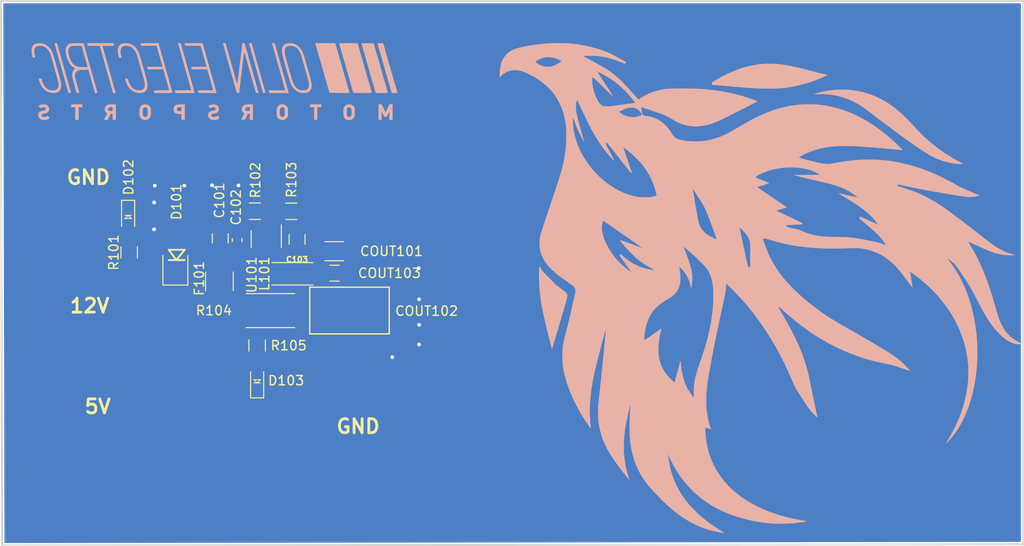
<source format=kicad_pcb>
(kicad_pcb (version 20171130) (host pcbnew 5.1.6)

  (general
    (thickness 1.6)
    (drawings 8)
    (tracks 107)
    (zones 0)
    (modules 19)
    (nets 11)
  )

  (page A4)
  (layers
    (0 F.Cu signal)
    (31 B.Cu signal hide)
    (32 B.Adhes user)
    (33 F.Adhes user)
    (34 B.Paste user)
    (35 F.Paste user)
    (36 B.SilkS user)
    (37 F.SilkS user)
    (38 B.Mask user)
    (39 F.Mask user)
    (40 Dwgs.User user)
    (41 Cmts.User user)
    (42 Eco1.User user)
    (43 Eco2.User user)
    (44 Edge.Cuts user)
    (45 Margin user)
    (46 B.CrtYd user)
    (47 F.CrtYd user)
    (48 B.Fab user)
    (49 F.Fab user)
  )

  (setup
    (last_trace_width 0.381)
    (user_trace_width 0.254)
    (user_trace_width 0.381)
    (trace_clearance 0.1524)
    (zone_clearance 0.1524)
    (zone_45_only no)
    (trace_min 0.1524)
    (via_size 0.6096)
    (via_drill 0.3048)
    (via_min_size 0.6096)
    (via_min_drill 0.3048)
    (user_via 0.6096 0.3048)
    (uvia_size 0.3)
    (uvia_drill 0.1)
    (uvias_allowed no)
    (uvia_min_size 0.2)
    (uvia_min_drill 0.1)
    (edge_width 0.2)
    (segment_width 0.2)
    (pcb_text_width 0.3)
    (pcb_text_size 1.5 1.5)
    (mod_edge_width 0.15)
    (mod_text_size 1 1)
    (mod_text_width 0.15)
    (pad_size 1.524 1.524)
    (pad_drill 0.762)
    (pad_to_mask_clearance 0.051)
    (solder_mask_min_width 0.25)
    (aux_axis_origin 0 0)
    (visible_elements FFFFFF7F)
    (pcbplotparams
      (layerselection 0x010fc_ffffffff)
      (usegerberextensions false)
      (usegerberattributes false)
      (usegerberadvancedattributes false)
      (creategerberjobfile false)
      (excludeedgelayer true)
      (linewidth 0.100000)
      (plotframeref false)
      (viasonmask false)
      (mode 1)
      (useauxorigin false)
      (hpglpennumber 1)
      (hpglpenspeed 20)
      (hpglpendiameter 15.000000)
      (psnegative false)
      (psa4output false)
      (plotreference true)
      (plotvalue true)
      (plotinvisibletext false)
      (padsonsilk false)
      (subtractmaskfromsilk false)
      (outputformat 1)
      (mirror false)
      (drillshape 0)
      (scaleselection 1)
      (outputdirectory "2_26_2019/"))
  )

  (net 0 "")
  (net 1 GND)
  (net 2 /12V)
  (net 3 VCC)
  (net 4 "Net-(C101-Pad1)")
  (net 5 "Net-(C103-Pad2)")
  (net 6 "Net-(C103-Pad1)")
  (net 7 "Net-(COUT101-Pad1)")
  (net 8 "Net-(D102-Pad2)")
  (net 9 "Net-(D103-Pad2)")
  (net 10 "Net-(R102-Pad1)")

  (net_class Default "This is the default net class."
    (clearance 0.1524)
    (trace_width 0.1524)
    (via_dia 0.6096)
    (via_drill 0.3048)
    (uvia_dia 0.3)
    (uvia_drill 0.1)
    (add_net /12V)
    (add_net GND)
    (add_net "Net-(C101-Pad1)")
    (add_net "Net-(C103-Pad1)")
    (add_net "Net-(C103-Pad2)")
    (add_net "Net-(COUT101-Pad1)")
    (add_net "Net-(D102-Pad2)")
    (add_net "Net-(D103-Pad2)")
    (add_net "Net-(R102-Pad1)")
    (add_net VCC)
  )

  (module footprints:R_0805_OEM (layer F.Cu) (tedit 5C3D844D) (tstamp 5DE71DBD)
    (at 112.014 103.378 90)
    (descr "Resistor SMD 0805, reflow soldering, Vishay (see dcrcw.pdf)")
    (tags "resistor 0805")
    (path /5DE6EFCB)
    (attr smd)
    (fp_text reference R101 (at 0 -1.65 90) (layer F.SilkS)
      (effects (font (size 1 1) (thickness 0.15)))
    )
    (fp_text value R_1K (at 0 1.75 90) (layer F.Fab) hide
      (effects (font (size 1 1) (thickness 0.15)))
    )
    (fp_line (start 1.55 0.9) (end -1.55 0.9) (layer F.CrtYd) (width 0.05))
    (fp_line (start 1.55 0.9) (end 1.55 -0.9) (layer F.CrtYd) (width 0.05))
    (fp_line (start -1.55 -0.9) (end -1.55 0.9) (layer F.CrtYd) (width 0.05))
    (fp_line (start -1.55 -0.9) (end 1.55 -0.9) (layer F.CrtYd) (width 0.05))
    (fp_line (start -0.6 -0.88) (end 0.6 -0.88) (layer F.SilkS) (width 0.12))
    (fp_line (start 0.6 0.88) (end -0.6 0.88) (layer F.SilkS) (width 0.12))
    (fp_line (start -1 -0.62) (end 1 -0.62) (layer F.Fab) (width 0.1))
    (fp_line (start 1 -0.62) (end 1 0.62) (layer F.Fab) (width 0.1))
    (fp_line (start 1 0.62) (end -1 0.62) (layer F.Fab) (width 0.1))
    (fp_line (start -1 0.62) (end -1 -0.62) (layer F.Fab) (width 0.1))
    (pad 1 smd rect (at -0.95 0 90) (size 0.7 1.3) (layers F.Cu F.Paste F.Mask)
      (net 4 "Net-(C101-Pad1)"))
    (pad 2 smd rect (at 0.95 0 90) (size 0.7 1.3) (layers F.Cu F.Paste F.Mask)
      (net 8 "Net-(D102-Pad2)"))
    (model ${LOCAL_DIR}/OEM_Preferred_Parts/3DModels/R_0805_OEM/res0805.step
      (at (xyz 0 0 0))
      (scale (xyz 1 1 1))
      (rotate (xyz 0 0 0))
    )
    (model ${LOCAL_DIR}/OEM_Preferred_Parts/3DModels/R_0805_OEM/res0805.step
      (at (xyz 0 0 0))
      (scale (xyz 1 1 1))
      (rotate (xyz 0 0 0))
    )
  )

  (module footprints:L_100uH_OEM (layer F.Cu) (tedit 5DD6FFE6) (tstamp 5DD75557)
    (at 129.4767 105.66654)
    (descr "Resistor SMD 2512, reflow soldering, Vishay (see dcrcw.pdf)")
    (tags "resistor 2512")
    (path /5BEE27A2)
    (attr smd)
    (fp_text reference L101 (at -2.9847 -0.00254 90) (layer F.SilkS)
      (effects (font (size 1 1) (thickness 0.15)))
    )
    (fp_text value L_100uH (at 0 2.286) (layer F.Fab) hide
      (effects (font (size 1 1) (thickness 0.15)))
    )
    (fp_line (start -2.2 1) (end -2.2 -1) (layer F.Fab) (width 0.1))
    (fp_line (start 2.2 1) (end -2.2 1) (layer F.Fab) (width 0.1))
    (fp_line (start 2.2 -1) (end 2.2 1) (layer F.Fab) (width 0.1))
    (fp_line (start -2.2 -1) (end 2.2 -1) (layer F.Fab) (width 0.1))
    (fp_line (start 2.2 1.2) (end -2.2 1.2) (layer F.SilkS) (width 0.12))
    (fp_line (start -2.2 -1.2) (end 2.2 -1.2) (layer F.SilkS) (width 0.12))
    (fp_line (start -2.4 -1.2) (end 2.4 -1.2) (layer F.CrtYd) (width 0.05))
    (fp_line (start -2.4 1.2) (end -2.4 -1.2) (layer F.CrtYd) (width 0.05))
    (fp_line (start 2.4 1.2) (end 2.4 -1.2) (layer F.CrtYd) (width 0.05))
    (fp_line (start 2.4 1.2) (end -2.4 1.2) (layer F.CrtYd) (width 0.05))
    (pad 2 smd rect (at 1.6 0) (size 1.2 2) (layers F.Cu F.Paste F.Mask)
      (net 7 "Net-(COUT101-Pad1)"))
    (pad 1 smd rect (at -1.6 0) (size 1.2 2) (layers F.Cu F.Paste F.Mask)
      (net 5 "Net-(C103-Pad2)"))
  )

  (module footprints:Fuse_1812 (layer F.Cu) (tedit 5C998166) (tstamp 5C6E3B8B)
    (at 132.8293 109.601)
    (path /5C08921B)
    (fp_text reference COUT102 (at 10.9957 0.049) (layer F.SilkS)
      (effects (font (size 1 1) (thickness 0.15)))
    )
    (fp_text value C_33uF (at 3 3.5) (layer F.Fab) hide
      (effects (font (size 1 1) (thickness 0.15)))
    )
    (fp_line (start -1.5 -2.5) (end 7 -2.5) (layer F.SilkS) (width 0.15))
    (fp_line (start 7 -2.5) (end 7 2.5) (layer F.SilkS) (width 0.15))
    (fp_line (start 7 2.5) (end -1.5 2.5) (layer F.SilkS) (width 0.15))
    (fp_line (start -1.5 2.5) (end -1.5 -2.5) (layer F.SilkS) (width 0.15))
    (pad 1 smd rect (at 0 0) (size 1.78 3.5) (layers F.Cu F.Paste F.Mask)
      (net 7 "Net-(COUT101-Pad1)"))
    (pad 2 smd rect (at 5.28 0) (size 1.78 3.5) (layers F.Cu F.Paste F.Mask)
      (net 1 GND))
  )

  (module footprints:C_0805_OEM (layer F.Cu) (tedit 5C998C0E) (tstamp 5DB11065)
    (at 129.9718 101.981 270)
    (descr "Capacitor SMD 0805, reflow soldering, AVX (see smccp.pdf)")
    (tags "capacitor 0805")
    (path /5BEE239B)
    (attr smd)
    (fp_text reference C103 (at 2.159 0.0032) (layer F.SilkS)
      (effects (font (size 0.6 0.6) (thickness 0.15)))
    )
    (fp_text value C_0.1uF (at 0 1.75 90) (layer F.Fab) hide
      (effects (font (size 1 1) (thickness 0.15)))
    )
    (fp_line (start -1 0.62) (end -1 -0.62) (layer F.Fab) (width 0.1))
    (fp_line (start 1 0.62) (end -1 0.62) (layer F.Fab) (width 0.1))
    (fp_line (start 1 -0.62) (end 1 0.62) (layer F.Fab) (width 0.1))
    (fp_line (start -1 -0.62) (end 1 -0.62) (layer F.Fab) (width 0.1))
    (fp_line (start 0.5 -0.85) (end -0.5 -0.85) (layer F.SilkS) (width 0.12))
    (fp_line (start -0.5 0.85) (end 0.5 0.85) (layer F.SilkS) (width 0.12))
    (fp_line (start -1.75 -0.88) (end 1.75 -0.88) (layer F.CrtYd) (width 0.05))
    (fp_line (start -1.75 -0.88) (end -1.75 0.87) (layer F.CrtYd) (width 0.05))
    (fp_line (start 1.75 0.87) (end 1.75 -0.88) (layer F.CrtYd) (width 0.05))
    (fp_line (start 1.75 0.87) (end -1.75 0.87) (layer F.CrtYd) (width 0.05))
    (pad 2 smd rect (at 1 0 270) (size 1 1.25) (layers F.Cu F.Paste F.Mask)
      (net 5 "Net-(C103-Pad2)"))
    (pad 1 smd rect (at -1 0 270) (size 1 1.25) (layers F.Cu F.Paste F.Mask)
      (net 6 "Net-(C103-Pad1)"))
    (model /home/josh/Formula/OEM_Preferred_Parts/3DModels/C_0805_OEM/C_0805.wrl
      (at (xyz 0 0 0))
      (scale (xyz 1 1 1))
      (rotate (xyz 0 0 0))
    )
  )

  (module footprints:Fuse_1210 (layer F.Cu) (tedit 5C9980A5) (tstamp 5C17D6C7)
    (at 121.666 106.479 270)
    (descr "Resistor SMD 1210, reflow soldering, Vishay (see dcrcw.pdf)")
    (tags "resistor 1210")
    (path /5C0BFA29)
    (attr smd)
    (fp_text reference F101 (at -0.307 2.159 270) (layer F.SilkS)
      (effects (font (size 1 1) (thickness 0.15)))
    )
    (fp_text value F_500mA_16V (at 0 2.4 270) (layer F.Fab) hide
      (effects (font (size 1 1) (thickness 0.15)))
    )
    (fp_line (start -1.6 1.25) (end -1.6 -1.25) (layer F.Fab) (width 0.1))
    (fp_line (start 1.6 1.25) (end -1.6 1.25) (layer F.Fab) (width 0.1))
    (fp_line (start 1.6 -1.25) (end 1.6 1.25) (layer F.Fab) (width 0.1))
    (fp_line (start -1.6 -1.25) (end 1.6 -1.25) (layer F.Fab) (width 0.1))
    (fp_line (start 1 1.48) (end -1 1.48) (layer F.SilkS) (width 0.12))
    (fp_line (start -1 -1.48) (end 1 -1.48) (layer F.SilkS) (width 0.12))
    (fp_line (start -2.15 -1.5) (end 2.15 -1.5) (layer F.CrtYd) (width 0.05))
    (fp_line (start -2.15 -1.5) (end -2.15 1.5) (layer F.CrtYd) (width 0.05))
    (fp_line (start 2.15 1.5) (end 2.15 -1.5) (layer F.CrtYd) (width 0.05))
    (fp_line (start 2.15 1.5) (end -2.15 1.5) (layer F.CrtYd) (width 0.05))
    (pad 2 smd rect (at 1.45 0 270) (size 0.9 2.5) (layers F.Cu F.Paste F.Mask)
      (net 2 /12V))
    (pad 1 smd rect (at -1.45 0 270) (size 0.9 2.5) (layers F.Cu F.Paste F.Mask)
      (net 4 "Net-(C101-Pad1)"))
    (model /home/josh/Formula/OEM_Preferred_Parts/3DModels/Fuse_1210_OEM/Fuse1210.wrl
      (at (xyz 0 0 0))
      (scale (xyz 1 1 1))
      (rotate (xyz 0 0 0))
    )
  )

  (module footprints:R_0805_OEM (layer F.Cu) (tedit 5C998C32) (tstamp 5DB11114)
    (at 129.34442 98.97872 180)
    (descr "Resistor SMD 0805, reflow soldering, Vishay (see dcrcw.pdf)")
    (tags "resistor 0805")
    (path /5BEE2A52)
    (attr smd)
    (fp_text reference R103 (at -0.03058 3.37872 270) (layer F.SilkS)
      (effects (font (size 1 1) (thickness 0.15)))
    )
    (fp_text value R_100K (at 0 1.75 180) (layer F.Fab) hide
      (effects (font (size 1 1) (thickness 0.15)))
    )
    (fp_line (start 1.55 0.9) (end -1.55 0.9) (layer F.CrtYd) (width 0.05))
    (fp_line (start 1.55 0.9) (end 1.55 -0.9) (layer F.CrtYd) (width 0.05))
    (fp_line (start -1.55 -0.9) (end -1.55 0.9) (layer F.CrtYd) (width 0.05))
    (fp_line (start -1.55 -0.9) (end 1.55 -0.9) (layer F.CrtYd) (width 0.05))
    (fp_line (start -0.6 -0.88) (end 0.6 -0.88) (layer F.SilkS) (width 0.12))
    (fp_line (start 0.6 0.88) (end -0.6 0.88) (layer F.SilkS) (width 0.12))
    (fp_line (start -1 -0.62) (end 1 -0.62) (layer F.Fab) (width 0.1))
    (fp_line (start 1 -0.62) (end 1 0.62) (layer F.Fab) (width 0.1))
    (fp_line (start 1 0.62) (end -1 0.62) (layer F.Fab) (width 0.1))
    (fp_line (start -1 0.62) (end -1 -0.62) (layer F.Fab) (width 0.1))
    (pad 1 smd rect (at -0.95 0 180) (size 0.7 1.3) (layers F.Cu F.Paste F.Mask)
      (net 7 "Net-(COUT101-Pad1)"))
    (pad 2 smd rect (at 0.95 0 180) (size 0.7 1.3) (layers F.Cu F.Paste F.Mask)
      (net 10 "Net-(R102-Pad1)"))
    (model "/home/josh/Formula/OEM_Preferred_Parts/3DModels/WRL Files/res0805.wrl"
      (at (xyz 0 0 0))
      (scale (xyz 1 1 1))
      (rotate (xyz 0 0 0))
    )
  )

  (module footprints:R_0805_OEM (layer F.Cu) (tedit 5C998142) (tstamp 5C4FC91B)
    (at 125.45822 98.96348 180)
    (descr "Resistor SMD 0805, reflow soldering, Vishay (see dcrcw.pdf)")
    (tags "resistor 0805")
    (path /5C0B315C)
    (attr smd)
    (fp_text reference R102 (at -0.06678 3.31348 270) (layer F.SilkS)
      (effects (font (size 1 1) (thickness 0.15)))
    )
    (fp_text value R_25K (at 0 1.75 180) (layer F.Fab) hide
      (effects (font (size 1 1) (thickness 0.15)))
    )
    (fp_line (start -1 0.62) (end -1 -0.62) (layer F.Fab) (width 0.1))
    (fp_line (start 1 0.62) (end -1 0.62) (layer F.Fab) (width 0.1))
    (fp_line (start 1 -0.62) (end 1 0.62) (layer F.Fab) (width 0.1))
    (fp_line (start -1 -0.62) (end 1 -0.62) (layer F.Fab) (width 0.1))
    (fp_line (start 0.6 0.88) (end -0.6 0.88) (layer F.SilkS) (width 0.12))
    (fp_line (start -0.6 -0.88) (end 0.6 -0.88) (layer F.SilkS) (width 0.12))
    (fp_line (start -1.55 -0.9) (end 1.55 -0.9) (layer F.CrtYd) (width 0.05))
    (fp_line (start -1.55 -0.9) (end -1.55 0.9) (layer F.CrtYd) (width 0.05))
    (fp_line (start 1.55 0.9) (end 1.55 -0.9) (layer F.CrtYd) (width 0.05))
    (fp_line (start 1.55 0.9) (end -1.55 0.9) (layer F.CrtYd) (width 0.05))
    (pad 2 smd rect (at 0.95 0 180) (size 0.7 1.3) (layers F.Cu F.Paste F.Mask)
      (net 1 GND))
    (pad 1 smd rect (at -0.95 0 180) (size 0.7 1.3) (layers F.Cu F.Paste F.Mask)
      (net 10 "Net-(R102-Pad1)"))
    (model "/home/josh/Formula/OEM_Preferred_Parts/3DModels/WRL Files/res0805.wrl"
      (at (xyz 0 0 0))
      (scale (xyz 1 1 1))
      (rotate (xyz 0 0 0))
    )
  )

  (module footprints:R_0805_OEM (layer F.Cu) (tedit 5C998BE3) (tstamp 5C4FC8EE)
    (at 125.7 113.35 270)
    (descr "Resistor SMD 0805, reflow soldering, Vishay (see dcrcw.pdf)")
    (tags "resistor 0805")
    (path /5C0C44F9)
    (attr smd)
    (fp_text reference R105 (at 0 -3.375) (layer F.SilkS)
      (effects (font (size 1 1) (thickness 0.15)))
    )
    (fp_text value R_200 (at 0 1.75 270) (layer F.Fab) hide
      (effects (font (size 1 1) (thickness 0.15)))
    )
    (fp_line (start 1.55 0.9) (end -1.55 0.9) (layer F.CrtYd) (width 0.05))
    (fp_line (start 1.55 0.9) (end 1.55 -0.9) (layer F.CrtYd) (width 0.05))
    (fp_line (start -1.55 -0.9) (end -1.55 0.9) (layer F.CrtYd) (width 0.05))
    (fp_line (start -1.55 -0.9) (end 1.55 -0.9) (layer F.CrtYd) (width 0.05))
    (fp_line (start -0.6 -0.88) (end 0.6 -0.88) (layer F.SilkS) (width 0.12))
    (fp_line (start 0.6 0.88) (end -0.6 0.88) (layer F.SilkS) (width 0.12))
    (fp_line (start -1 -0.62) (end 1 -0.62) (layer F.Fab) (width 0.1))
    (fp_line (start 1 -0.62) (end 1 0.62) (layer F.Fab) (width 0.1))
    (fp_line (start 1 0.62) (end -1 0.62) (layer F.Fab) (width 0.1))
    (fp_line (start -1 0.62) (end -1 -0.62) (layer F.Fab) (width 0.1))
    (pad 1 smd rect (at -0.95 0 270) (size 0.7 1.3) (layers F.Cu F.Paste F.Mask)
      (net 3 VCC))
    (pad 2 smd rect (at 0.95 0 270) (size 0.7 1.3) (layers F.Cu F.Paste F.Mask)
      (net 9 "Net-(D103-Pad2)"))
    (model "/home/josh/Formula/OEM_Preferred_Parts/3DModels/WRL Files/res0805.wrl"
      (at (xyz 0 0 0))
      (scale (xyz 1 1 1))
      (rotate (xyz 0 0 0))
    )
  )

  (module footprints:R_2512_OEM (layer F.Cu) (tedit 5C9980B9) (tstamp 5C17D70D)
    (at 127.1282 109.60608 180)
    (descr "Resistor SMD 2512, reflow soldering, Vishay (see dcrcw.pdf)")
    (tags "resistor 2512")
    (path /5C0C29A9)
    (attr smd)
    (fp_text reference R104 (at 6.0532 0.00608 180) (layer F.SilkS)
      (effects (font (size 1 1) (thickness 0.15)))
    )
    (fp_text value R_0_2512 (at 0 2.75 180) (layer F.Fab) hide
      (effects (font (size 1 1) (thickness 0.15)))
    )
    (fp_line (start 3.85 1.85) (end -3.85 1.85) (layer F.CrtYd) (width 0.05))
    (fp_line (start 3.85 1.85) (end 3.85 -1.85) (layer F.CrtYd) (width 0.05))
    (fp_line (start -3.85 -1.85) (end -3.85 1.85) (layer F.CrtYd) (width 0.05))
    (fp_line (start -3.85 -1.85) (end 3.85 -1.85) (layer F.CrtYd) (width 0.05))
    (fp_line (start -2.6 -1.82) (end 2.6 -1.82) (layer F.SilkS) (width 0.12))
    (fp_line (start 2.6 1.82) (end -2.6 1.82) (layer F.SilkS) (width 0.12))
    (fp_line (start -3.15 -1.6) (end 3.15 -1.6) (layer F.Fab) (width 0.1))
    (fp_line (start 3.15 -1.6) (end 3.15 1.6) (layer F.Fab) (width 0.1))
    (fp_line (start 3.15 1.6) (end -3.15 1.6) (layer F.Fab) (width 0.1))
    (fp_line (start -3.15 1.6) (end -3.15 -1.6) (layer F.Fab) (width 0.1))
    (pad 1 smd rect (at -3.1 0 180) (size 1 3.2) (layers F.Cu F.Paste F.Mask)
      (net 7 "Net-(COUT101-Pad1)"))
    (pad 2 smd rect (at 3.1 0 180) (size 1 3.2) (layers F.Cu F.Paste F.Mask)
      (net 3 VCC))
    (model ${KISYS3DMOD}/Resistors_SMD.3dshapes/R_2512.wrl
      (at (xyz 0 0 0))
      (scale (xyz 1 1 1))
      (rotate (xyz 0 0 0))
    )
  )

  (module footprints:SOT-23-6_OEM (layer F.Cu) (tedit 5C99808C) (tstamp 5C17D722)
    (at 126.6776 101.9658 270)
    (descr "6-pin SOT-23 package")
    (tags SOT-23-6)
    (path /5C75D405)
    (attr smd)
    (fp_text reference U101 (at 3.8092 1.5526 270) (layer F.SilkS)
      (effects (font (size 1 1) (thickness 0.15)))
    )
    (fp_text value TPS560430YF (at 0 2.9 270) (layer F.Fab) hide
      (effects (font (size 1 1) (thickness 0.15)))
    )
    (fp_line (start 0.9 -1.55) (end 0.9 1.55) (layer F.Fab) (width 0.1))
    (fp_line (start 0.9 1.55) (end -0.9 1.55) (layer F.Fab) (width 0.1))
    (fp_line (start -0.9 -0.9) (end -0.9 1.55) (layer F.Fab) (width 0.1))
    (fp_line (start 0.9 -1.55) (end -0.25 -1.55) (layer F.Fab) (width 0.1))
    (fp_line (start -0.9 -0.9) (end -0.25 -1.55) (layer F.Fab) (width 0.1))
    (fp_line (start -1.9 -1.8) (end -1.9 1.8) (layer F.CrtYd) (width 0.05))
    (fp_line (start -1.9 1.8) (end 1.9 1.8) (layer F.CrtYd) (width 0.05))
    (fp_line (start 1.9 1.8) (end 1.9 -1.8) (layer F.CrtYd) (width 0.05))
    (fp_line (start 1.9 -1.8) (end -1.9 -1.8) (layer F.CrtYd) (width 0.05))
    (fp_line (start 0.9 -1.61) (end -1.55 -1.61) (layer F.SilkS) (width 0.12))
    (fp_line (start -0.9 1.61) (end 0.9 1.61) (layer F.SilkS) (width 0.12))
    (pad 1 smd rect (at -1.1 -0.95 270) (size 1.06 0.65) (layers F.Cu F.Paste F.Mask)
      (net 6 "Net-(C103-Pad1)"))
    (pad 2 smd rect (at -1.1 0 270) (size 1.06 0.65) (layers F.Cu F.Paste F.Mask)
      (net 1 GND))
    (pad 3 smd rect (at -1.1 0.95 270) (size 1.06 0.65) (layers F.Cu F.Paste F.Mask)
      (net 10 "Net-(R102-Pad1)"))
    (pad 4 smd rect (at 1.1 0.95 270) (size 1.06 0.65) (layers F.Cu F.Paste F.Mask)
      (net 4 "Net-(C101-Pad1)"))
    (pad 6 smd rect (at 1.1 -0.95 270) (size 1.06 0.65) (layers F.Cu F.Paste F.Mask)
      (net 5 "Net-(C103-Pad2)"))
    (pad 5 smd rect (at 1.1 0 270) (size 1.06 0.65) (layers F.Cu F.Paste F.Mask)
      (net 4 "Net-(C101-Pad1)"))
    (model ${KISYS3DMOD}/TO_SOT_Packages_SMD.3dshapes/SOT-23-6.wrl
      (at (xyz 0 0 0))
      (scale (xyz 1 1 1))
      (rotate (xyz 0 0 0))
    )
  )

  (module footprints:C_1206_OEM (layer F.Cu) (tedit 5C99815D) (tstamp 5C6E9423)
    (at 133.9483 103.251)
    (descr "Capacitor SMD 1206, reflow soldering, AVX (see smccp.pdf)")
    (tags "capacitor 1206")
    (path /5C061BB4)
    (attr smd)
    (fp_text reference COUT101 (at 6.1267 -0.001) (layer F.SilkS)
      (effects (font (size 1 1) (thickness 0.15)))
    )
    (fp_text value C_22uF (at 0 2) (layer F.Fab) hide
      (effects (font (size 1 1) (thickness 0.15)))
    )
    (fp_line (start 2.25 1.05) (end -2.25 1.05) (layer F.CrtYd) (width 0.05))
    (fp_line (start 2.25 1.05) (end 2.25 -1.05) (layer F.CrtYd) (width 0.05))
    (fp_line (start -2.25 -1.05) (end -2.25 1.05) (layer F.CrtYd) (width 0.05))
    (fp_line (start -2.25 -1.05) (end 2.25 -1.05) (layer F.CrtYd) (width 0.05))
    (fp_line (start -1 1.02) (end 1 1.02) (layer F.SilkS) (width 0.12))
    (fp_line (start 1 -1.02) (end -1 -1.02) (layer F.SilkS) (width 0.12))
    (fp_line (start -1.6 -0.8) (end 1.6 -0.8) (layer F.Fab) (width 0.1))
    (fp_line (start 1.6 -0.8) (end 1.6 0.8) (layer F.Fab) (width 0.1))
    (fp_line (start 1.6 0.8) (end -1.6 0.8) (layer F.Fab) (width 0.1))
    (fp_line (start -1.6 0.8) (end -1.6 -0.8) (layer F.Fab) (width 0.1))
    (pad 1 smd rect (at -1.5 0) (size 1 1.6) (layers F.Cu F.Paste F.Mask)
      (net 7 "Net-(COUT101-Pad1)"))
    (pad 2 smd rect (at 1.5 0) (size 1 1.6) (layers F.Cu F.Paste F.Mask)
      (net 1 GND))
    (model Capacitors_SMD.3dshapes/C_1206.wrl
      (at (xyz 0 0 0))
      (scale (xyz 1 1 1))
      (rotate (xyz 0 0 0))
    )
  )

  (module footprints:C_0805_OEM (layer F.Cu) (tedit 5C998161) (tstamp 5C6E3B9B)
    (at 133.9723 105.6005)
    (descr "Capacitor SMD 0805, reflow soldering, AVX (see smccp.pdf)")
    (tags "capacitor 0805")
    (path /5C062E7A)
    (attr smd)
    (fp_text reference COUT103 (at 5.8777 -0.0005) (layer F.SilkS)
      (effects (font (size 1 1) (thickness 0.15)))
    )
    (fp_text value C_47uF (at 0 1.75) (layer F.Fab) hide
      (effects (font (size 1 1) (thickness 0.15)))
    )
    (fp_line (start 1.75 0.87) (end -1.75 0.87) (layer F.CrtYd) (width 0.05))
    (fp_line (start 1.75 0.87) (end 1.75 -0.88) (layer F.CrtYd) (width 0.05))
    (fp_line (start -1.75 -0.88) (end -1.75 0.87) (layer F.CrtYd) (width 0.05))
    (fp_line (start -1.75 -0.88) (end 1.75 -0.88) (layer F.CrtYd) (width 0.05))
    (fp_line (start -0.5 0.85) (end 0.5 0.85) (layer F.SilkS) (width 0.12))
    (fp_line (start 0.5 -0.85) (end -0.5 -0.85) (layer F.SilkS) (width 0.12))
    (fp_line (start -1 -0.62) (end 1 -0.62) (layer F.Fab) (width 0.1))
    (fp_line (start 1 -0.62) (end 1 0.62) (layer F.Fab) (width 0.1))
    (fp_line (start 1 0.62) (end -1 0.62) (layer F.Fab) (width 0.1))
    (fp_line (start -1 0.62) (end -1 -0.62) (layer F.Fab) (width 0.1))
    (pad 1 smd rect (at -1 0) (size 1 1.25) (layers F.Cu F.Paste F.Mask)
      (net 7 "Net-(COUT101-Pad1)"))
    (pad 2 smd rect (at 1 0) (size 1 1.25) (layers F.Cu F.Paste F.Mask)
      (net 1 GND))
    (model /home/josh/Formula/OEM_Preferred_Parts/3DModels/C_0805_OEM/C_0805.wrl
      (at (xyz 0 0 0))
      (scale (xyz 1 1 1))
      (rotate (xyz 0 0 0))
    )
    (model ${LOCAL_DIR}/OEM_Preferred_Parts/3DModels/C_0805_OEM/C_0805.step
      (at (xyz 0 0 0))
      (scale (xyz 1 1 1))
      (rotate (xyz 0 0 0))
    )
  )

  (module footprints:DO-214AA (layer F.Cu) (tedit 5C998738) (tstamp 5C6E3BE3)
    (at 116.9543 103.6955 90)
    (descr "http://www.diodes.com/datasheets/ap02001.pdf p.144")
    (tags "Diode SOD523")
    (path /5C623D49)
    (attr smd)
    (fp_text reference D101 (at 5.7205 0.1207 270) (layer F.SilkS)
      (effects (font (size 1 1) (thickness 0.15)))
    )
    (fp_text value D_Zener_18V (at 0 2.286 90) (layer F.Fab) hide
      (effects (font (size 1 1) (thickness 0.15)))
    )
    (fp_line (start -3.175 -1.3335) (end 0 -1.3335) (layer F.SilkS) (width 0.12))
    (fp_line (start -3.175 1.3335) (end 0 1.3335) (layer F.SilkS) (width 0.12))
    (fp_line (start 2.3749 1.9685) (end -2.3749 1.9685) (layer F.Fab) (width 0.1))
    (fp_line (start -2.3749 -1.9685) (end -2.3749 1.9685) (layer F.Fab) (width 0.1))
    (fp_line (start -2.3749 -1.9685) (end 2.3749 -1.9685) (layer F.Fab) (width 0.1))
    (fp_line (start 2.3749 -1.9685) (end 2.3749 1.9685) (layer F.Fab) (width 0.1))
    (fp_line (start -3.302 1.4605) (end 3.302 1.4605) (layer F.CrtYd) (width 0.05))
    (fp_line (start -3.302 -1.4605) (end -3.302 1.4605) (layer F.CrtYd) (width 0.05))
    (fp_line (start -3.302 -1.4605) (end 3.302 -1.4605) (layer F.CrtYd) (width 0.05))
    (fp_line (start 3.302 -1.4605) (end 3.302 1.4605) (layer F.CrtYd) (width 0.05))
    (fp_line (start -3.175 -1.3335) (end -3.175 1.3335) (layer F.SilkS) (width 0.12))
    (fp_line (start -0.5 -0.7) (end -0.5 1) (layer F.SilkS) (width 0.2))
    (fp_line (start -0.5 0.1) (end 0.6 -0.7) (layer F.SilkS) (width 0.2))
    (fp_line (start 0.6 -0.7) (end 0.6 1) (layer F.SilkS) (width 0.2))
    (fp_line (start 0.6 1) (end -0.5 0.1) (layer F.SilkS) (width 0.2))
    (pad 2 smd rect (at 2.032 0 270) (size 1.778 2.159) (layers F.Cu F.Paste F.Mask)
      (net 1 GND))
    (pad 1 smd rect (at -2.032 0 270) (size 1.778 2.159) (layers F.Cu F.Paste F.Mask)
      (net 4 "Net-(C101-Pad1)"))
    (model /home/josh/Formula/OEM_Preferred_Parts/3DModels/DO_214AA_OEM/DO_214AA.wrl
      (at (xyz 0 0 0))
      (scale (xyz 1 1 1))
      (rotate (xyz 0 0 0))
    )
  )

  (module footprints:LED_0805_OEM (layer F.Cu) (tedit 5C998BE8) (tstamp 5C6E6262)
    (at 125.7 117.15 90)
    (descr "LED 0805 smd package")
    (tags "LED led 0805 SMD smd SMT smt smdled SMDLED smtled SMTLED")
    (path /5C0C344A)
    (attr smd)
    (fp_text reference D103 (at 0.05 3.1 180) (layer F.SilkS)
      (effects (font (size 1 1) (thickness 0.15)))
    )
    (fp_text value LED_0805 (at 0.508 2.032 90) (layer F.Fab) hide
      (effects (font (size 1 1) (thickness 0.15)))
    )
    (fp_line (start -1.95 -0.85) (end 1.95 -0.85) (layer F.CrtYd) (width 0.05))
    (fp_line (start -1.95 0.85) (end -1.95 -0.85) (layer F.CrtYd) (width 0.05))
    (fp_line (start 1.95 0.85) (end -1.95 0.85) (layer F.CrtYd) (width 0.05))
    (fp_line (start 1.95 -0.85) (end 1.95 0.85) (layer F.CrtYd) (width 0.05))
    (fp_line (start -1.8 -0.7) (end 1 -0.7) (layer F.SilkS) (width 0.12))
    (fp_line (start -1.8 0.7) (end 1 0.7) (layer F.SilkS) (width 0.12))
    (fp_line (start -1 0.6) (end -1 -0.6) (layer F.Fab) (width 0.1))
    (fp_line (start -1 -0.6) (end 1 -0.6) (layer F.Fab) (width 0.1))
    (fp_line (start 1 -0.6) (end 1 0.6) (layer F.Fab) (width 0.1))
    (fp_line (start 1 0.6) (end -1 0.6) (layer F.Fab) (width 0.1))
    (fp_line (start -1.8 -0.7) (end -1.8 0.7) (layer F.SilkS) (width 0.12))
    (fp_line (start -0.2 0) (end 0.1 -0.3) (layer F.SilkS) (width 0.1))
    (fp_line (start 0.1 -0.3) (end 0.15 -0.35) (layer F.SilkS) (width 0.1))
    (fp_line (start 0.15 -0.35) (end 0.15 0.3) (layer F.SilkS) (width 0.1))
    (fp_line (start 0.15 0.35) (end 0.15 0.3) (layer F.SilkS) (width 0.1))
    (fp_line (start 0.15 0.3) (end 0.15 0.35) (layer F.SilkS) (width 0.1))
    (fp_line (start 0.15 0.35) (end -0.2 0) (layer F.SilkS) (width 0.1))
    (fp_line (start -0.2 0) (end -0.2 -0.35) (layer F.SilkS) (width 0.1))
    (fp_line (start -0.2 0.35) (end -0.2 0) (layer F.SilkS) (width 0.1))
    (pad 2 smd rect (at 1.1 0 270) (size 1.2 1.2) (layers F.Cu F.Paste F.Mask)
      (net 9 "Net-(D103-Pad2)"))
    (pad 1 smd rect (at -1.1 0 270) (size 1.2 1.2) (layers F.Cu F.Paste F.Mask)
      (net 1 GND))
    (model "/home/josh/Formula/OEM_Preferred_Parts/3DModels/LED_0805/LED 0805 Base GREEN001_sp.wrl"
      (at (xyz 0 0 0))
      (scale (xyz 1 1 1))
      (rotate (xyz 0 0 180))
    )
    (model "${LOCAL_DIR}/OEM_Preferred_Parts/3DModels/LED_0805/LED 0805 Base GREEN001_sp.step"
      (at (xyz 0 0 0))
      (scale (xyz 1 1 1))
      (rotate (xyz 0 0 0))
    )
  )

  (module footprints:Logo_Large (layer B.Cu) (tedit 0) (tstamp 5C6E93E0)
    (at 121.158 85.09 180)
    (fp_text reference G*** (at 0 0 180) (layer B.SilkS) hide
      (effects (font (size 1.524 1.524) (thickness 0.3)) (justify mirror))
    )
    (fp_text value LOGO (at 0.75 0 180) (layer B.SilkS) hide
      (effects (font (size 1.524 1.524) (thickness 0.3)) (justify mirror))
    )
    (fp_poly (pts (xy -14.269056 -2.445555) (xy -14.130943 -2.477693) (xy -14.012867 -2.544457) (xy -13.923681 -2.626981)
      (xy -13.862089 -2.706125) (xy -13.817602 -2.795727) (xy -13.788451 -2.90426) (xy -13.772863 -3.040195)
      (xy -13.769069 -3.212004) (xy -13.772246 -3.351486) (xy -13.784625 -3.547255) (xy -13.808786 -3.700772)
      (xy -13.848274 -3.819915) (xy -13.906633 -3.912561) (xy -13.98741 -3.986587) (xy -14.0843 -4.044877)
      (xy -14.181424 -4.078725) (xy -14.305424 -4.100438) (xy -14.434865 -4.108093) (xy -14.548313 -4.099766)
      (xy -14.588906 -4.090143) (xy -14.731498 -4.018998) (xy -14.85126 -3.908694) (xy -14.924399 -3.795694)
      (xy -14.948516 -3.744477) (xy -14.965706 -3.698571) (xy -14.976933 -3.6485) (xy -14.983164 -3.584784)
      (xy -14.985362 -3.497948) (xy -14.984493 -3.378514) (xy -14.981818 -3.231871) (xy -14.981684 -3.225681)
      (xy -14.655022 -3.225681) (xy -14.651176 -3.353568) (xy -14.642237 -3.476673) (xy -14.629013 -3.581797)
      (xy -14.612314 -3.65574) (xy -14.603252 -3.676361) (xy -14.552297 -3.729247) (xy -14.478327 -3.777255)
      (xy -14.404838 -3.806288) (xy -14.381489 -3.809421) (xy -14.337138 -3.798811) (xy -14.275766 -3.772394)
      (xy -14.273969 -3.77147) (xy -14.215857 -3.734133) (xy -14.17412 -3.686102) (xy -14.146563 -3.619354)
      (xy -14.130989 -3.525867) (xy -14.125202 -3.397618) (xy -14.126828 -3.233896) (xy -14.1351 -2.891305)
      (xy -14.218051 -2.817252) (xy -14.315535 -2.757293) (xy -14.413551 -2.743789) (xy -14.504042 -2.773125)
      (xy -14.578951 -2.84169) (xy -14.630217 -2.945868) (xy -14.644196 -3.008354) (xy -14.652965 -3.10621)
      (xy -14.655022 -3.225681) (xy -14.981684 -3.225681) (xy -14.978405 -3.074384) (xy -14.974488 -2.958726)
      (xy -14.968752 -2.875928) (xy -14.959877 -2.817027) (xy -14.946548 -2.773056) (xy -14.927446 -2.735049)
      (xy -14.903234 -2.697026) (xy -14.804937 -2.578722) (xy -14.68889 -2.500271) (xy -14.545096 -2.456222)
      (xy -14.438917 -2.443881) (xy -14.269056 -2.445555)) (layer B.SilkS) (width 0.01))
    (fp_poly (pts (xy -7.070179 -2.455073) (xy -6.925513 -2.511184) (xy -6.800357 -2.602603) (xy -6.718693 -2.704149)
      (xy -6.688937 -2.754116) (xy -6.667857 -2.798752) (xy -6.653699 -2.848327) (xy -6.644707 -2.913111)
      (xy -6.639128 -3.003375) (xy -6.635205 -3.129388) (xy -6.633455 -3.20298) (xy -6.631752 -3.401864)
      (xy -6.638265 -3.558514) (xy -6.655021 -3.681118) (xy -6.684046 -3.777864) (xy -6.727368 -3.856939)
      (xy -6.787014 -3.92653) (xy -6.820221 -3.957376) (xy -6.966312 -4.053423) (xy -7.132728 -4.10405)
      (xy -7.315544 -4.108472) (xy -7.452131 -4.083404) (xy -7.554099 -4.036109) (xy -7.657253 -3.954996)
      (xy -7.747159 -3.854585) (xy -7.809385 -3.749398) (xy -7.823028 -3.710237) (xy -7.835992 -3.628022)
      (xy -7.84377 -3.501892) (xy -7.846075 -3.338496) (xy -7.84586 -3.321881) (xy -7.503689 -3.321881)
      (xy -7.501571 -3.451899) (xy -7.496271 -3.542178) (xy -7.486136 -3.603753) (xy -7.469515 -3.647663)
      (xy -7.45044 -3.677481) (xy -7.363712 -3.76151) (xy -7.267602 -3.798709) (xy -7.169392 -3.788463)
      (xy -7.076363 -3.730156) (xy -7.05723 -3.710724) (xy -7.019613 -3.660707) (xy -6.995397 -3.601067)
      (xy -6.979531 -3.516066) (xy -6.97172 -3.444224) (xy -6.964006 -3.278269) (xy -6.97059 -3.117084)
      (xy -6.990229 -2.976585) (xy -7.015173 -2.888052) (xy -7.067235 -2.816293) (xy -7.149773 -2.763852)
      (xy -7.24291 -2.743296) (xy -7.244089 -2.743294) (xy -7.305039 -2.756452) (xy -7.376171 -2.788451)
      (xy -7.383672 -2.792883) (xy -7.429275 -2.828395) (xy -7.462239 -2.876142) (xy -7.484353 -2.94401)
      (xy -7.497405 -3.039884) (xy -7.503185 -3.171649) (xy -7.503689 -3.321881) (xy -7.84586 -3.321881)
      (xy -7.844445 -3.212859) (xy -7.840808 -3.064704) (xy -7.836408 -2.95729) (xy -7.829561 -2.880564)
      (xy -7.818587 -2.824475) (xy -7.801801 -2.778973) (xy -7.777523 -2.734004) (xy -7.759308 -2.704145)
      (xy -7.657173 -2.583714) (xy -7.527853 -2.498591) (xy -7.380688 -2.448777) (xy -7.225017 -2.434271)
      (xy -7.070179 -2.455073)) (layer B.SilkS) (width 0.01))
    (fp_poly (pts (xy 0.302534 -2.451836) (xy 0.448327 -2.48775) (xy 0.565703 -2.543216) (xy 0.63306 -2.601024)
      (xy 0.649824 -2.629804) (xy 0.64345 -2.660198) (xy 0.608433 -2.704376) (xy 0.567068 -2.746883)
      (xy 0.464917 -2.849035) (xy 0.366185 -2.796117) (xy 0.253234 -2.754167) (xy 0.134838 -2.740743)
      (xy 0.026401 -2.75551) (xy -0.056674 -2.798129) (xy -0.064655 -2.805545) (xy -0.116503 -2.876302)
      (xy -0.122168 -2.945579) (xy -0.102306 -2.995881) (xy -0.080218 -3.027172) (xy -0.04613 -3.051065)
      (xy 0.009853 -3.071265) (xy 0.097627 -3.091475) (xy 0.207983 -3.112026) (xy 0.377602 -3.150885)
      (xy 0.503776 -3.202254) (xy 0.593339 -3.271382) (xy 0.653126 -3.363518) (xy 0.689562 -3.48192)
      (xy 0.700672 -3.646603) (xy 0.664939 -3.794467) (xy 0.58449 -3.921026) (xy 0.461453 -4.021794)
      (xy 0.42348 -4.042844) (xy 0.321801 -4.077626) (xy 0.188779 -4.099642) (xy 0.042512 -4.107799)
      (xy -0.098903 -4.101003) (xy -0.207758 -4.081002) (xy -0.294592 -4.047884) (xy -0.380469 -4.001306)
      (xy -0.452662 -3.949901) (xy -0.498439 -3.902303) (xy -0.508 -3.877362) (xy -0.491001 -3.84314)
      (xy -0.447304 -3.788979) (xy -0.408279 -3.748333) (xy -0.308557 -3.650958) (xy -0.242884 -3.702616)
      (xy -0.132092 -3.76291) (xy -0.000262 -3.794301) (xy 0.135191 -3.795476) (xy 0.256854 -3.765121)
      (xy 0.29845 -3.743421) (xy 0.34099 -3.689867) (xy 0.356403 -3.613996) (xy 0.343198 -3.537345)
      (xy 0.315685 -3.494314) (xy 0.282447 -3.462818) (xy 0.271235 -3.454365) (xy 0.210174 -3.447665)
      (xy 0.117504 -3.430666) (xy 0.009271 -3.407098) (xy -0.098479 -3.380694) (xy -0.1897 -3.355186)
      (xy -0.248346 -3.334307) (xy -0.251448 -3.332797) (xy -0.346954 -3.257755) (xy -0.413082 -3.151546)
      (xy -0.44858 -3.025309) (xy -0.452197 -2.890181) (xy -0.422679 -2.757299) (xy -0.358776 -2.637801)
      (xy -0.333094 -2.606647) (xy -0.233547 -2.522172) (xy -0.112366 -2.468676) (xy 0.039833 -2.442834)
      (xy 0.1397 -2.439205) (xy 0.302534 -2.451836)) (layer B.SilkS) (width 0.01))
    (fp_poly (pts (xy 7.614668 -2.459018) (xy 7.767524 -2.517651) (xy 7.888374 -2.6156) (xy 7.977526 -2.753051)
      (xy 7.988924 -2.778852) (xy 8.012499 -2.864229) (xy 8.030625 -2.986361) (xy 8.042589 -3.131422)
      (xy 8.047678 -3.285588) (xy 8.04518 -3.435034) (xy 8.034382 -3.565937) (xy 8.030787 -3.591094)
      (xy 7.987786 -3.760304) (xy 7.915498 -3.892459) (xy 7.809355 -3.994886) (xy 7.758368 -4.028023)
      (xy 7.633675 -4.079049) (xy 7.486375 -4.106151) (xy 7.337602 -4.107332) (xy 7.20849 -4.080594)
      (xy 7.207198 -4.080115) (xy 7.054006 -3.998286) (xy 6.935336 -3.881713) (xy 6.880168 -3.79164)
      (xy 6.856957 -3.739922) (xy 6.840689 -3.688868) (xy 6.830131 -3.628126) (xy 6.824053 -3.547346)
      (xy 6.821224 -3.436176) (xy 6.821003 -3.39583) (xy 7.165293 -3.39583) (xy 7.1731 -3.529837)
      (xy 7.192143 -3.627912) (xy 7.224419 -3.697231) (xy 7.271925 -3.744967) (xy 7.320599 -3.771732)
      (xy 7.387138 -3.798825) (xy 7.43269 -3.805961) (xy 7.482426 -3.793269) (xy 7.532829 -3.772814)
      (xy 7.596128 -3.736039) (xy 7.641585 -3.68172) (xy 7.671688 -3.602298) (xy 7.688927 -3.490216)
      (xy 7.695788 -3.337916) (xy 7.6962 -3.2766) (xy 7.691984 -3.109995) (xy 7.679602 -2.985668)
      (xy 7.660783 -2.910803) (xy 7.597341 -2.813048) (xy 7.511799 -2.756848) (xy 7.413677 -2.744417)
      (xy 7.312495 -2.777966) (xy 7.25845 -2.8173) (xy 7.1755 -2.8914) (xy 7.166727 -3.218718)
      (xy 7.165293 -3.39583) (xy 6.821003 -3.39583) (xy 6.820418 -3.2893) (xy 6.822194 -3.108495)
      (xy 6.829458 -2.969057) (xy 6.84428 -2.861665) (xy 6.868728 -2.777001) (xy 6.904872 -2.705745)
      (xy 6.95478 -2.638579) (xy 6.96842 -2.622734) (xy 7.077364 -2.526317) (xy 7.206309 -2.467091)
      (xy 7.364651 -2.441321) (xy 7.4295 -2.439515) (xy 7.614668 -2.459018)) (layer B.SilkS) (width 0.01))
    (fp_poly (pts (xy 18.497553 -2.450792) (xy 18.557872 -2.463561) (xy 18.642526 -2.497205) (xy 18.723145 -2.540408)
      (xy 18.786486 -2.584795) (xy 18.819307 -2.621994) (xy 18.821226 -2.630095) (xy 18.804433 -2.661587)
      (xy 18.761201 -2.713509) (xy 18.72511 -2.750714) (xy 18.62882 -2.844738) (xy 18.529239 -2.793969)
      (xy 18.413142 -2.75183) (xy 18.299581 -2.740154) (xy 18.198117 -2.756416) (xy 18.118312 -2.79809)
      (xy 18.069727 -2.862651) (xy 18.0594 -2.918052) (xy 18.070857 -2.980913) (xy 18.109624 -3.029105)
      (xy 18.18229 -3.066654) (xy 18.295448 -3.097584) (xy 18.379603 -3.113627) (xy 18.543829 -3.149651)
      (xy 18.665419 -3.195998) (xy 18.75223 -3.25742) (xy 18.812119 -3.338669) (xy 18.834672 -3.388864)
      (xy 18.870477 -3.544246) (xy 18.862293 -3.695973) (xy 18.813364 -3.834946) (xy 18.726934 -3.952062)
      (xy 18.606245 -4.038219) (xy 18.602636 -4.039986) (xy 18.490811 -4.0774) (xy 18.34973 -4.100923)
      (xy 18.199435 -4.108932) (xy 18.059966 -4.099804) (xy 18.001855 -4.088635) (xy 17.898739 -4.054691)
      (xy 17.79737 -4.008072) (xy 17.715408 -3.957731) (xy 17.678942 -3.924953) (xy 17.664443 -3.897482)
      (xy 17.672889 -3.865839) (xy 17.70977 -3.81892) (xy 17.754604 -3.771895) (xy 17.864424 -3.659997)
      (xy 17.931959 -3.708086) (xy 18.031767 -3.758637) (xy 18.154284 -3.792353) (xy 18.274625 -3.803557)
      (xy 18.328508 -3.798523) (xy 18.414083 -3.766901) (xy 18.487005 -3.713051) (xy 18.533104 -3.649435)
      (xy 18.542 -3.610768) (xy 18.527748 -3.544067) (xy 18.481194 -3.493088) (xy 18.396643 -3.454267)
      (xy 18.268396 -3.424039) (xy 18.234436 -3.418298) (xy 18.060414 -3.382307) (xy 17.929823 -3.334782)
      (xy 17.835762 -3.271072) (xy 17.771329 -3.186525) (xy 17.730121 -3.078372) (xy 17.71112 -2.91789)
      (xy 17.739099 -2.768027) (xy 17.811418 -2.635991) (xy 17.925434 -2.528994) (xy 17.933341 -2.523661)
      (xy 17.997442 -2.486765) (xy 18.064214 -2.463774) (xy 18.1507 -2.450353) (xy 18.248656 -2.443426)
      (xy 18.383731 -2.441769) (xy 18.497553 -2.450792)) (layer B.SilkS) (width 0.01))
    (fp_poly (pts (xy -18.481754 -2.869475) (xy -18.272532 -3.30055) (xy -17.8603 -2.4384) (xy -17.526 -2.4384)
      (xy -17.526 -4.0894) (xy -17.8562 -4.0894) (xy -17.859152 -3.1877) (xy -18.003206 -3.47345)
      (xy -18.147261 -3.7592) (xy -18.40334 -3.7592) (xy -18.547395 -3.47345) (xy -18.691449 -3.1877)
      (xy -18.692925 -3.63855) (xy -18.6944 -4.0894) (xy -19.0246 -4.0894) (xy -19.0246 -2.4384)
      (xy -18.690977 -2.4384) (xy -18.481754 -2.869475)) (layer B.SilkS) (width 0.01))
    (fp_poly (pts (xy -10.2108 -2.7432) (xy -10.6426 -2.7432) (xy -10.6426 -4.0894) (xy -10.9728 -4.0894)
      (xy -10.9728 -2.7432) (xy -11.4046 -2.7432) (xy -11.4046 -2.4384) (xy -10.2108 -2.4384)
      (xy -10.2108 -2.7432)) (layer B.SilkS) (width 0.01))
    (fp_poly (pts (xy -3.74015 -2.439005) (xy -3.602774 -2.44086) (xy -3.475334 -2.445503) (xy -3.370703 -2.452268)
      (xy -3.301753 -2.460492) (xy -3.294347 -2.462025) (xy -3.149982 -2.519459) (xy -3.035019 -2.613374)
      (xy -2.95414 -2.73587) (xy -2.912022 -2.87905) (xy -2.913347 -3.035014) (xy -2.92393 -3.087211)
      (xy -2.957591 -3.17198) (xy -3.010757 -3.255948) (xy -3.072801 -3.326252) (xy -3.133097 -3.370023)
      (xy -3.164273 -3.3782) (xy -3.172089 -3.393792) (xy -3.157815 -3.442563) (xy -3.120209 -3.527508)
      (xy -3.058032 -3.65162) (xy -3.023727 -3.717215) (xy -2.961388 -3.836374) (xy -2.908502 -3.939456)
      (xy -2.869207 -4.018236) (xy -2.847642 -4.064489) (xy -2.8448 -4.072815) (xy -2.868174 -4.08058)
      (xy -2.93021 -4.086399) (xy -3.018776 -4.089263) (xy -3.04432 -4.0894) (xy -3.243839 -4.0894)
      (xy -3.39357 -3.772185) (xy -3.5433 -3.454971) (xy -3.65125 -3.454685) (xy -3.7592 -3.4544)
      (xy -3.7592 -4.0894) (xy -4.0894 -4.0894) (xy -4.0894 -3.1496) (xy -3.7592 -3.1496)
      (xy -3.567546 -3.1496) (xy -3.465583 -3.147701) (xy -3.399601 -3.139591) (xy -3.354847 -3.121649)
      (xy -3.316569 -3.090253) (xy -3.313546 -3.087254) (xy -3.261314 -3.006405) (xy -3.259268 -2.920611)
      (xy -3.307452 -2.833074) (xy -3.310065 -2.829999) (xy -3.346434 -2.794156) (xy -3.389115 -2.771902)
      (xy -3.452417 -2.758677) (xy -3.550648 -2.74992) (xy -3.564065 -2.749042) (xy -3.7592 -2.736519)
      (xy -3.7592 -3.1496) (xy -4.0894 -3.1496) (xy -4.0894 -2.4384) (xy -3.74015 -2.439005)) (layer B.SilkS) (width 0.01))
    (fp_poly (pts (xy 3.56235 -2.438541) (xy 3.741079 -2.44057) (xy 3.878749 -2.447597) (xy 3.984992 -2.461274)
      (xy 4.069437 -2.483252) (xy 4.141716 -2.515181) (xy 4.193987 -2.54682) (xy 4.284288 -2.634927)
      (xy 4.350496 -2.755582) (xy 4.388679 -2.894705) (xy 4.394904 -3.038216) (xy 4.367184 -3.166996)
      (xy 4.293487 -3.294815) (xy 4.181615 -3.389168) (xy 4.031545 -3.450065) (xy 3.843251 -3.477521)
      (xy 3.77825 -3.479242) (xy 3.556 -3.4798) (xy 3.556 -4.0894) (xy 3.2004 -4.0894)
      (xy 3.2004 -2.7432) (xy 3.556 -2.7432) (xy 3.556 -3.175) (xy 3.730374 -3.175)
      (xy 3.837566 -3.171014) (xy 3.909827 -3.156887) (xy 3.962557 -3.129364) (xy 3.96882 -3.124601)
      (xy 4.033945 -3.046316) (xy 4.051504 -2.955399) (xy 4.02721 -2.872734) (xy 3.966367 -2.803675)
      (xy 3.867333 -2.761062) (xy 3.727102 -2.743735) (xy 3.691909 -2.7432) (xy 3.556 -2.7432)
      (xy 3.2004 -2.7432) (xy 3.2004 -2.4384) (xy 3.56235 -2.438541)) (layer B.SilkS) (width 0.01))
    (fp_poly (pts (xy 10.92835 -2.438541) (xy 11.114229 -2.44102) (xy 11.258509 -2.449403) (xy 11.370212 -2.465355)
      (xy 11.458363 -2.490542) (xy 11.531983 -2.526629) (xy 11.578814 -2.558595) (xy 11.668339 -2.655756)
      (xy 11.729389 -2.782705) (xy 11.75842 -2.92497) (xy 11.75189 -3.068078) (xy 11.725553 -3.157951)
      (xy 11.682836 -3.227702) (xy 11.618215 -3.300516) (xy 11.548702 -3.359102) (xy 11.503979 -3.383173)
      (xy 11.503698 -3.408638) (xy 11.527283 -3.473607) (xy 11.572887 -3.573776) (xy 11.638661 -3.704839)
      (xy 11.657659 -3.741202) (xy 11.840835 -4.0894) (xy 11.426512 -4.0894) (xy 11.122758 -3.4544)
      (xy 10.922 -3.4544) (xy 10.922 -4.0894) (xy 10.5664 -4.0894) (xy 10.5664 -2.7432)
      (xy 10.922 -2.7432) (xy 10.922 -3.1496) (xy 11.10615 -3.148792) (xy 11.216084 -3.143497)
      (xy 11.297874 -3.129919) (xy 11.333751 -3.114972) (xy 11.393392 -3.041574) (xy 11.412848 -2.951896)
      (xy 11.392585 -2.871526) (xy 11.331214 -2.802778) (xy 11.230566 -2.760445) (xy 11.088217 -2.743597)
      (xy 11.057909 -2.7432) (xy 10.922 -2.7432) (xy 10.5664 -2.7432) (xy 10.5664 -2.4384)
      (xy 10.92835 -2.438541)) (layer B.SilkS) (width 0.01))
    (fp_poly (pts (xy 15.3416 -2.7432) (xy 14.9098 -2.7432) (xy 14.9098 -4.0894) (xy 14.5542 -4.0894)
      (xy 14.5542 -2.7432) (xy 14.1478 -2.7432) (xy 14.1478 -2.4384) (xy 15.3416 -2.4384)
      (xy 15.3416 -2.7432)) (layer B.SilkS) (width 0.01))
    (fp_poly (pts (xy -17.59319 4.114493) (xy -17.50804 4.112501) (xy -17.457319 4.10722) (xy -17.432842 4.097044)
      (xy -17.426424 4.080368) (xy -17.42948 4.057651) (xy -17.437846 4.025909) (xy -17.459297 3.948592)
      (xy -17.492907 3.828955) (xy -17.537751 3.670252) (xy -17.592903 3.475737) (xy -17.657436 3.248666)
      (xy -17.730426 2.992292) (xy -17.810945 2.70987) (xy -17.89807 2.404654) (xy -17.990873 2.0799)
      (xy -18.088429 1.738862) (xy -18.188091 1.390803) (xy -18.9357 -1.218895) (xy -19.245636 -1.219047)
      (xy -19.555571 -1.2192) (xy -19.523003 -1.110984) (xy -19.511629 -1.072046) (xy -19.487232 -0.987649)
      (xy -19.450782 -0.861169) (xy -19.403249 -0.695982) (xy -19.345603 -0.495464) (xy -19.278812 -0.26299)
      (xy -19.203847 -0.001937) (xy -19.121678 0.28432) (xy -19.033274 0.592404) (xy -18.939605 0.918939)
      (xy -18.84164 1.26055) (xy -18.756932 1.556016) (xy -18.023429 4.1148) (xy -17.720954 4.1148)
      (xy -17.59319 4.114493)) (layer B.SilkS) (width 0.01))
    (fp_poly (pts (xy -15.880786 4.110916) (xy -15.800293 4.10852) (xy -15.748163 4.104033) (xy -15.718788 4.097122)
      (xy -15.70656 4.087453) (xy -15.70587 4.074693) (xy -15.706902 4.070783) (xy -15.715632 4.040545)
      (xy -15.737376 3.96481) (xy -15.771177 3.84692) (xy -15.816078 3.690221) (xy -15.871122 3.498055)
      (xy -15.93535 3.273766) (xy -16.007806 3.020697) (xy -16.087532 2.742192) (xy -16.173571 2.441594)
      (xy -16.264965 2.122247) (xy -16.360757 1.787494) (xy -16.421615 1.5748) (xy -16.520567 1.229004)
      (xy -16.616356 0.894336) (xy -16.707958 0.574373) (xy -16.794349 0.272689) (xy -16.874504 -0.007142)
      (xy -16.947398 -0.261544) (xy -17.012009 -0.486943) (xy -17.06731 -0.679764) (xy -17.112278 -0.836432)
      (xy -17.145889 -0.953373) (xy -17.167117 -1.027011) (xy -17.17314 -1.04775) (xy -17.223352 -1.2192)
      (xy -17.869976 -1.2192) (xy -18.077237 -1.218651) (xy -18.238321 -1.216854) (xy -18.357841 -1.213582)
      (xy -18.44041 -1.208608) (xy -18.490639 -1.201705) (xy -18.513143 -1.192645) (xy -18.515451 -1.18745)
      (xy -18.508415 -1.159225) (xy -18.488229 -1.085384) (xy -18.455804 -0.969126) (xy -18.412048 -0.813652)
      (xy -18.357872 -0.62216) (xy -18.294184 -0.39785) (xy -18.221896 -0.143922) (xy -18.141917 0.136425)
      (xy -18.055156 0.439991) (xy -17.962523 0.763577) (xy -17.864929 1.103983) (xy -17.763282 1.458009)
      (xy -17.758917 1.4732) (xy -17.003534 4.1021) (xy -16.348518 4.108883) (xy -16.14929 4.110764)
      (xy -15.995249 4.111553) (xy -15.880786 4.110916)) (layer B.SilkS) (width 0.01))
    (fp_poly (pts (xy -14.047721 4.114689) (xy -13.843161 4.114216) (xy -13.680219 4.113172) (xy -13.554302 4.111349)
      (xy -13.460821 4.108539) (xy -13.395183 4.104533) (xy -13.352798 4.099122) (xy -13.329073 4.092098)
      (xy -13.319419 4.083252) (xy -13.319243 4.072377) (xy -13.319814 4.07035) (xy -13.328538 4.040319)
      (xy -13.350311 3.964705) (xy -13.384201 3.846764) (xy -13.429273 3.689751) (xy -13.484594 3.496921)
      (xy -13.549231 3.271529) (xy -13.622251 3.016831) (xy -13.702719 2.736082) (xy -13.789703 2.432537)
      (xy -13.88227 2.109452) (xy -13.979485 1.770081) (xy -14.07179 1.4478) (xy -14.172442 1.096373)
      (xy -14.269296 0.758249) (xy -14.36142 0.436685) (xy -14.447879 0.134936) (xy -14.527742 -0.143742)
      (xy -14.600075 -0.396096) (xy -14.663945 -0.618869) (xy -14.718418 -0.808806) (xy -14.762561 -0.962653)
      (xy -14.795442 -1.077153) (xy -14.816128 -1.149052) (xy -14.823577 -1.17475) (xy -14.829827 -1.186013)
      (xy -14.844241 -1.195204) (xy -14.871543 -1.202531) (xy -14.916455 -1.208204) (xy -14.983702 -1.212431)
      (xy -15.078005 -1.215421) (xy -15.204089 -1.217384) (xy -15.366676 -1.218529) (xy -15.57049 -1.219064)
      (xy -15.820254 -1.219199) (xy -15.827624 -1.2192) (xy -16.078148 -1.219088) (xy -16.282466 -1.218614)
      (xy -16.44517 -1.217569) (xy -16.570854 -1.215743) (xy -16.664111 -1.212928) (xy -16.729533 -1.208915)
      (xy -16.771715 -1.203493) (xy -16.795248 -1.196455) (xy -16.804727 -1.187591) (xy -16.804744 -1.176693)
      (xy -16.804176 -1.17475) (xy -16.794462 -1.141788) (xy -16.772073 -1.064517) (xy -16.73811 -0.946779)
      (xy -16.693676 -0.792415) (xy -16.63987 -0.605269) (xy -16.577793 -0.389181) (xy -16.508547 -0.147996)
      (xy -16.433232 0.114447) (xy -16.35295 0.394303) (xy -16.2688 0.687731) (xy -16.181886 0.99089)
      (xy -16.093306 1.299936) (xy -16.004162 1.611027) (xy -15.915556 1.920322) (xy -15.828588 2.223977)
      (xy -15.744358 2.518152) (xy -15.663969 2.799003) (xy -15.58852 3.062689) (xy -15.519113 3.305367)
      (xy -15.456849 3.523196) (xy -15.402829 3.712332) (xy -15.358154 3.868934) (xy -15.323924 3.98916)
      (xy -15.301241 4.069167) (xy -15.291205 4.105114) (xy -15.2908 4.106759) (xy -15.266307 4.108533)
      (xy -15.196455 4.110171) (xy -15.086683 4.11163) (xy -14.942434 4.112865) (xy -14.769147 4.113832)
      (xy -14.572262 4.114487) (xy -14.357222 4.114786) (xy -14.298489 4.1148) (xy -14.047721 4.114689)) (layer B.SilkS) (width 0.01))
    (fp_poly (pts (xy -10.781312 4.044951) (xy -10.790347 4.011428) (xy -10.812472 3.932369) (xy -10.846748 3.81106)
      (xy -10.892238 3.650789) (xy -10.948004 3.454844) (xy -11.013107 3.226513) (xy -11.086609 2.969083)
      (xy -11.167573 2.685841) (xy -11.255061 2.380076) (xy -11.348134 2.055075) (xy -11.445854 1.714126)
      (xy -11.540459 1.3843) (xy -12.283857 -1.2065) (xy -13.357329 -1.213127) (xy -13.619031 -1.214646)
      (xy -13.834359 -1.215564) (xy -14.007736 -1.215721) (xy -14.143588 -1.214958) (xy -14.246338 -1.213116)
      (xy -14.320409 -1.210035) (xy -14.370226 -1.205558) (xy -14.400212 -1.199523) (xy -14.414793 -1.191774)
      (xy -14.418391 -1.18215) (xy -14.417002 -1.175027) (xy -14.408255 -1.144957) (xy -14.386459 -1.069305)
      (xy -14.352547 -0.951327) (xy -14.307453 -0.794279) (xy -14.25211 -0.601416) (xy -14.187452 -0.375993)
      (xy -14.114414 -0.121267) (xy -14.033928 0.159507) (xy -13.946928 0.463073) (xy -13.854348 0.786176)
      (xy -13.757121 1.125559) (xy -13.664822 1.4478) (xy -13.564166 1.799227) (xy -13.467309 2.13735)
      (xy -13.375186 2.458912) (xy -13.288728 2.760661) (xy -13.208869 3.039339) (xy -13.136542 3.291692)
      (xy -13.072681 3.514465) (xy -13.018217 3.704403) (xy -12.974084 3.85825) (xy -12.941215 3.972751)
      (xy -12.920544 4.044651) (xy -12.913109 4.07035) (xy -12.907085 4.081239) (xy -12.893131 4.090195)
      (xy -12.866698 4.097408) (xy -12.823239 4.103065) (xy -12.758208 4.107351) (xy -12.667056 4.110454)
      (xy -12.545236 4.112562) (xy -12.388201 4.113862) (xy -12.191404 4.114539) (xy -11.950297 4.114783)
      (xy -11.832671 4.1148) (xy -10.765564 4.1148) (xy -10.781312 4.044951)) (layer B.SilkS) (width 0.01))
    (fp_poly (pts (xy -7.904357 4.108189) (xy -7.705383 4.071035) (xy -7.532953 4.00104) (xy -7.391768 3.89981)
      (xy -7.286526 3.768953) (xy -7.250672 3.697323) (xy -7.216979 3.578323) (xy -7.197529 3.426128)
      (xy -7.193221 3.256558) (xy -7.204953 3.085434) (xy -7.212755 3.029716) (xy -7.226981 2.960811)
      (xy -7.253925 2.849172) (xy -7.292015 2.700351) (xy -7.339683 2.519899) (xy -7.39536 2.313367)
      (xy -7.457476 2.086306) (xy -7.524461 1.844267) (xy -7.594748 1.592802) (xy -7.666765 1.33746)
      (xy -7.738944 1.083794) (xy -7.809716 0.837354) (xy -7.87751 0.603692) (xy -7.940759 0.388359)
      (xy -7.997892 0.196905) (xy -8.04734 0.034882) (xy -8.087534 -0.092159) (xy -8.116905 -0.178667)
      (xy -8.127608 -0.20633) (xy -8.262729 -0.471578) (xy -8.425861 -0.701016) (xy -8.613901 -0.891752)
      (xy -8.82375 -1.040894) (xy -9.052306 -1.145551) (xy -9.171764 -1.180089) (xy -9.316098 -1.203895)
      (xy -9.480435 -1.214956) (xy -9.645322 -1.213145) (xy -9.791304 -1.198332) (xy -9.856456 -1.184605)
      (xy -10.033281 -1.113968) (xy -10.174555 -1.007432) (xy -10.279306 -0.865872) (xy -10.324602 -0.763412)
      (xy -10.345354 -0.671071) (xy -10.358166 -0.544166) (xy -10.362803 -0.398344) (xy -10.360083 -0.290917)
      (xy -10.082577 -0.290917) (xy -10.078632 -0.441366) (xy -10.060457 -0.570232) (xy -10.035793 -0.6477)
      (xy -9.968946 -0.761471) (xy -9.884263 -0.843705) (xy -9.774686 -0.897616) (xy -9.633159 -0.926415)
      (xy -9.452627 -0.933316) (xy -9.4107 -0.932335) (xy -9.282751 -0.926254) (xy -9.188559 -0.915262)
      (xy -9.111104 -0.89597) (xy -9.033369 -0.864987) (xy -9.0043 -0.851404) (xy -8.865621 -0.772262)
      (xy -8.741576 -0.672408) (xy -8.62949 -0.547388) (xy -8.526686 -0.392749) (xy -8.43049 -0.204038)
      (xy -8.338225 0.023199) (xy -8.247217 0.293415) (xy -8.179943 0.5207) (xy -8.05911 0.948707)
      (xy -7.951787 1.330161) (xy -7.857362 1.667309) (xy -7.775224 1.962399) (xy -7.704762 2.217675)
      (xy -7.645365 2.435384) (xy -7.596423 2.617773) (xy -7.557323 2.767087) (xy -7.527456 2.885574)
      (xy -7.50621 2.975479) (xy -7.492973 3.039048) (xy -7.489685 3.058248) (xy -7.474317 3.267129)
      (xy -7.497016 3.44652) (xy -7.557172 3.594611) (xy -7.654177 3.709594) (xy -7.72546 3.759473)
      (xy -7.779984 3.787863) (xy -7.833162 3.806268) (xy -7.898015 3.816802) (xy -7.987562 3.821575)
      (xy -8.114825 3.8227) (xy -8.1153 3.8227) (xy -8.244566 3.821428) (xy -8.337662 3.816049)
      (xy -8.409189 3.804216) (xy -8.473748 3.783585) (xy -8.540381 3.754425) (xy -8.6368 3.704643)
      (xy -8.729885 3.6492) (xy -8.778466 3.615669) (xy -8.868242 3.529929) (xy -8.964579 3.408958)
      (xy -9.05865 3.265941) (xy -9.141632 3.114062) (xy -9.194409 2.994247) (xy -9.213645 2.937778)
      (xy -9.244866 2.838019) (xy -9.286457 2.700626) (xy -9.336799 2.531255) (xy -9.394275 2.335559)
      (xy -9.457268 2.119195) (xy -9.524159 1.887817) (xy -9.593333 1.647081) (xy -9.663171 1.402642)
      (xy -9.732055 1.160156) (xy -9.798369 0.925276) (xy -9.860494 0.703659) (xy -9.916814 0.50096)
      (xy -9.96571 0.322834) (xy -10.005566 0.174935) (xy -10.034764 0.062921) (xy -10.046777 0.014089)
      (xy -10.072043 -0.134044) (xy -10.082577 -0.290917) (xy -10.360083 -0.290917) (xy -10.359028 -0.249253)
      (xy -10.346603 -0.112543) (xy -10.335467 -0.0457) (xy -10.323313 0.004374) (xy -10.298849 0.097699)
      (xy -10.263642 0.228662) (xy -10.219263 0.391648) (xy -10.167278 0.581041) (xy -10.109256 0.791227)
      (xy -10.046766 1.01659) (xy -9.981376 1.251516) (xy -9.914655 1.490389) (xy -9.84817 1.727595)
      (xy -9.78349 1.957518) (xy -9.722184 2.174544) (xy -9.66582 2.373058) (xy -9.615966 2.547445)
      (xy -9.574191 2.692089) (xy -9.542063 2.801376) (xy -9.521151 2.869691) (xy -9.520987 2.8702)
      (xy -9.408517 3.156) (xy -9.266749 3.410532) (xy -9.09887 3.630474) (xy -8.908064 3.812506)
      (xy -8.697518 3.953304) (xy -8.470419 4.049546) (xy -8.363135 4.077547) (xy -8.125175 4.110895)
      (xy -7.904357 4.108189)) (layer B.SilkS) (width 0.01))
    (fp_poly (pts (xy -6.158623 4.04495) (xy -6.167823 4.01109) (xy -6.189833 3.93174) (xy -6.223698 3.810309)
      (xy -6.268461 3.650208) (xy -6.323167 3.454846) (xy -6.386859 3.227632) (xy -6.458582 2.971977)
      (xy -6.53738 2.691288) (xy -6.622296 2.388977) (xy -6.712375 2.068452) (xy -6.80666 1.733123)
      (xy -6.859877 1.543928) (xy -6.9557 1.203041) (xy -7.047533 0.875846) (xy -7.134449 0.565671)
      (xy -7.215521 0.275846) (xy -7.289823 0.0097) (xy -7.356428 -0.229437) (xy -7.414409 -0.438235)
      (xy -7.46284 -0.613366) (xy -7.500795 -0.751499) (xy -7.527346 -0.849305) (xy -7.541567 -0.903456)
      (xy -7.5438 -0.913522) (xy -7.519045 -0.921657) (xy -7.444627 -0.92828) (xy -7.320321 -0.933399)
      (xy -7.145901 -0.93702) (xy -6.92114 -0.93915) (xy -6.664747 -0.9398) (xy -5.785693 -0.9398)
      (xy -5.802375 -1.006263) (xy -5.820576 -1.084208) (xy -5.833703 -1.145963) (xy -5.84835 -1.2192)
      (xy -7.920886 -1.2192) (xy -7.872861 -1.04775) (xy -7.859328 -0.999552) (xy -7.833032 -0.906008)
      (xy -7.79497 -0.770668) (xy -7.746144 -0.597087) (xy -7.687553 -0.388815) (xy -7.620195 -0.149406)
      (xy -7.545072 0.117588) (xy -7.463181 0.408614) (xy -7.375523 0.72012) (xy -7.283097 1.048553)
      (xy -7.186903 1.390361) (xy -7.125518 1.608474) (xy -7.028646 1.95278) (xy -6.935749 2.283157)
      (xy -6.847743 2.596338) (xy -6.765544 2.889059) (xy -6.690067 3.158053) (xy -6.622226 3.400056)
      (xy -6.562936 3.6118) (xy -6.513114 3.790022) (xy -6.473673 3.931455) (xy -6.445529 4.032834)
      (xy -6.429597 4.090893) (xy -6.4262 4.104024) (xy -6.403197 4.109878) (xy -6.343756 4.113791)
      (xy -6.283747 4.1148) (xy -6.141293 4.1148) (xy -6.158623 4.04495)) (layer B.SilkS) (width 0.01))
    (fp_poly (pts (xy -3.736332 4.113564) (xy -3.697907 4.105732) (xy -3.68783 4.084615) (xy -3.694593 4.044951)
      (xy -3.703493 4.011388) (xy -3.725253 3.932225) (xy -3.758951 3.810757) (xy -3.803663 3.650279)
      (xy -3.858467 3.454084) (xy -3.922441 3.225469) (xy -3.994662 2.967727) (xy -4.074208 2.684154)
      (xy -4.160155 2.378044) (xy -4.251582 2.052691) (xy -4.347566 1.711391) (xy -4.439621 1.3843)
      (xy -5.169019 -1.2065) (xy -5.30231 -1.214177) (xy -5.376842 -1.214968) (xy -5.425529 -1.208776)
      (xy -5.436292 -1.201477) (xy -5.429653 -1.174773) (xy -5.41014 -1.102346) (xy -5.378635 -0.987374)
      (xy -5.336025 -0.833036) (xy -5.283195 -0.642508) (xy -5.221029 -0.41897) (xy -5.150411 -0.165598)
      (xy -5.072228 0.114428) (xy -4.987364 0.417932) (xy -4.896704 0.741735) (xy -4.801132 1.082658)
      (xy -4.701534 1.437525) (xy -4.693342 1.466696) (xy -3.9497 4.114491) (xy -3.814332 4.114646)
      (xy -3.736332 4.113564)) (layer B.SilkS) (width 0.01))
    (fp_poly (pts (xy -1.019828 4.114267) (xy -0.951063 4.110378) (xy -0.901923 4.103173) (xy -0.888499 4.09575)
      (xy -0.895161 4.069227) (xy -0.914693 3.996977) (xy -0.946212 3.882178) (xy -0.988831 3.728004)
      (xy -1.041667 3.537632) (xy -1.103834 3.314239) (xy -1.174447 3.061) (xy -1.252622 2.781092)
      (xy -1.337474 2.477689) (xy -1.428117 2.15397) (xy -1.523667 1.813109) (xy -1.62324 1.458282)
      (xy -1.631449 1.429046) (xy -2.3749 -1.218608) (xy -2.49555 -1.218904) (xy -2.575666 -1.213823)
      (xy -2.612257 -1.19687) (xy -2.6162 -1.184204) (xy -2.619227 -1.154254) (xy -2.628007 -1.077595)
      (xy -2.642093 -0.957938) (xy -2.661038 -0.798994) (xy -2.684395 -0.604474) (xy -2.711714 -0.37809)
      (xy -2.74255 -0.123552) (xy -2.776454 0.155428) (xy -2.812978 0.45514) (xy -2.851675 0.771872)
      (xy -2.8829 1.026892) (xy -2.922983 1.354148) (xy -2.961271 1.667171) (xy -2.997317 1.96226)
      (xy -3.03067 2.235714) (xy -3.060879 2.483833) (xy -3.087496 2.702914) (xy -3.110071 2.889258)
      (xy -3.128154 3.039162) (xy -3.141295 3.148927) (xy -3.149044 3.214851) (xy -3.151056 3.233447)
      (xy -3.157979 3.21407) (xy -3.177675 3.149148) (xy -3.209181 3.042043) (xy -3.251533 2.896117)
      (xy -3.303769 2.714734) (xy -3.364926 2.501255) (xy -3.434041 2.259043) (xy -3.51015 1.99146)
      (xy -3.592292 1.701869) (xy -3.679501 1.393632) (xy -3.770817 1.070112) (xy -3.78249 1.0287)
      (xy -4.412469 -1.2065) (xy -4.557869 -1.214181) (xy -4.639429 -1.216859) (xy -4.68095 -1.211752)
      (xy -4.69297 -1.195807) (xy -4.68933 -1.176081) (xy -4.680673 -1.145783) (xy -4.659209 -1.069866)
      (xy -4.625865 -0.95162) (xy -4.581566 -0.794335) (xy -4.527237 -0.601303) (xy -4.463803 -0.375811)
      (xy -4.392191 -0.121152) (xy -4.313324 0.159386) (xy -4.22813 0.462511) (xy -4.137533 0.784935)
      (xy -4.042459 1.123366) (xy -3.962035 1.4097) (xy -3.863704 1.759719) (xy -3.76888 2.09706)
      (xy -3.678508 2.418366) (xy -3.593536 2.720282) (xy -3.514909 2.999453) (xy -3.443574 3.252523)
      (xy -3.380476 3.476137) (xy -3.326563 3.666938) (xy -3.282779 3.821572) (xy -3.250073 3.936683)
      (xy -3.229389 4.008914) (xy -3.222142 4.033544) (xy -3.2026 4.08453) (xy -3.175688 4.107775)
      (xy -3.124579 4.112203) (xy -3.078433 4.109744) (xy -2.96126 4.1021) (xy -2.694434 1.886051)
      (xy -2.654624 1.557369) (xy -2.616226 1.244116) (xy -2.579701 0.949825) (xy -2.545506 0.678031)
      (xy -2.514103 0.432269) (xy -2.485952 0.216074) (xy -2.461511 0.03298) (xy -2.441242 -0.113478)
      (xy -2.425602 -0.219766) (xy -2.415054 -0.282349) (xy -2.410272 -0.298349) (xy -2.401514 -0.270782)
      (xy -2.380257 -0.198613) (xy -2.3477 -0.086087) (xy -2.305041 0.062551) (xy -2.253476 0.243056)
      (xy -2.194206 0.451183) (xy -2.128427 0.682687) (xy -2.057337 0.933322) (xy -1.982135 1.198844)
      (xy -1.904019 1.475007) (xy -1.824186 1.757567) (xy -1.743835 2.042279) (xy -1.664164 2.324896)
      (xy -1.58637 2.601175) (xy -1.511653 2.86687) (xy -1.441209 3.117736) (xy -1.376237 3.349528)
      (xy -1.317935 3.558) (xy -1.2675 3.738909) (xy -1.226132 3.888008) (xy -1.195028 4.001053)
      (xy -1.175385 4.073798) (xy -1.168403 4.101999) (xy -1.1684 4.102073) (xy -1.146043 4.110511)
      (xy -1.09067 4.114443) (xy -1.019828 4.114267)) (layer B.SilkS) (width 0.01))
    (fp_poly (pts (xy 2.47811 4.114316) (xy 2.676824 4.112937) (xy 2.853191 4.110771) (xy 3.001694 4.107929)
      (xy 3.116811 4.104518) (xy 3.193026 4.100649) (xy 3.224817 4.096431) (xy 3.225414 4.09575)
      (xy 3.218444 4.061864) (xy 3.20124 3.997928) (xy 3.190875 3.9624) (xy 3.156721 3.8481)
      (xy 2.323601 3.8354) (xy 1.49048 3.8227) (xy 1.178007 2.7178) (xy 1.113641 2.489869)
      (xy 1.053704 2.276972) (xy 0.999583 2.084085) (xy 0.952666 1.916188) (xy 0.914343 1.778257)
      (xy 0.886 1.675271) (xy 0.869026 1.612206) (xy 0.864566 1.59385) (xy 0.888733 1.58926)
      (xy 0.957745 1.585068) (xy 1.065649 1.58141) (xy 1.20649 1.578426) (xy 1.374316 1.576252)
      (xy 1.563172 1.575025) (xy 1.689583 1.5748) (xy 2.515567 1.5748) (xy 2.498664 1.50495)
      (xy 2.477749 1.429584) (xy 2.460709 1.37795) (xy 2.439657 1.3208) (xy 0.789551 1.3208)
      (xy 0.739022 1.14935) (xy 0.720512 1.08534) (xy 0.690238 0.979186) (xy 0.650115 0.837669)
      (xy 0.602059 0.667569) (xy 0.547985 0.475666) (xy 0.489809 0.268741) (xy 0.432229 0.0635)
      (xy 0.373828 -0.144789) (xy 0.319383 -0.338784) (xy 0.2705 -0.512777) (xy 0.228785 -0.66106)
      (xy 0.195844 -0.777924) (xy 0.173282 -0.857661) (xy 0.162707 -0.894562) (xy 0.16247 -0.89535)
      (xy 0.161409 -0.907544) (xy 0.169768 -0.917286) (xy 0.19256 -0.924849) (xy 0.234795 -0.930507)
      (xy 0.301483 -0.934532) (xy 0.397635 -0.9372) (xy 0.528262 -0.938783) (xy 0.698375 -0.939556)
      (xy 0.912984 -0.939792) (xy 0.976188 -0.9398) (xy 1.175374 -0.940362) (xy 1.357293 -0.941956)
      (xy 1.515991 -0.944446) (xy 1.645513 -0.947694) (xy 1.739904 -0.951563) (xy 1.793208 -0.955916)
      (xy 1.803014 -0.95885) (xy 1.796043 -0.992735) (xy 1.778835 -1.05667) (xy 1.768466 -1.0922)
      (xy 1.734304 -1.2065) (xy 0.763744 -1.213153) (xy 0.516076 -1.214742) (xy 0.314561 -1.215652)
      (xy 0.154553 -1.215699) (xy 0.031407 -1.214698) (xy -0.059523 -1.212462) (xy -0.12288 -1.208809)
      (xy -0.163312 -1.203552) (xy -0.185462 -1.196507) (xy -0.193977 -1.187488) (xy -0.1935 -1.176311)
      (xy -0.193133 -1.175053) (xy -0.184511 -1.144898) (xy -0.163085 -1.069122) (xy -0.129779 -0.951014)
      (xy -0.085517 -0.793861) (xy -0.031225 -0.600953) (xy 0.032172 -0.375577) (xy 0.103751 -0.121022)
      (xy 0.182585 0.159423) (xy 0.267749 0.46247) (xy 0.35832 0.784831) (xy 0.453373 1.123218)
      (xy 0.533829 1.4097) (xy 0.63214 1.759689) (xy 0.726937 2.096976) (xy 0.817276 2.41821)
      (xy 0.902211 2.720037) (xy 0.980795 2.999103) (xy 1.052085 3.252054) (xy 1.115134 3.475539)
      (xy 1.168997 3.666202) (xy 1.212728 3.820691) (xy 1.245383 3.935653) (xy 1.266015 4.007733)
      (xy 1.273223 4.03225) (xy 1.299339 4.1148) (xy 2.262569 4.1148) (xy 2.47811 4.114316)) (layer B.SilkS) (width 0.01))
    (fp_poly (pts (xy 3.849403 4.111635) (xy 3.899152 4.103478) (xy 3.910735 4.09575) (xy 3.903868 4.069174)
      (xy 3.884118 3.996974) (xy 3.8524 3.882421) (xy 3.80963 3.72878) (xy 3.756723 3.539321)
      (xy 3.694594 3.317311) (xy 3.624158 3.066019) (xy 3.54633 2.788711) (xy 3.462025 2.488656)
      (xy 3.372158 2.169123) (xy 3.277646 1.833378) (xy 3.204799 1.5748) (xy 2.499726 -0.9271)
      (xy 4.271092 -0.940454) (xy 4.25321 -1.022677) (xy 4.233581 -1.099909) (xy 4.213792 -1.16205)
      (xy 4.192257 -1.2192) (xy 3.161217 -1.2192) (xy 2.905149 -1.219094) (xy 2.695375 -1.218645)
      (xy 2.52739 -1.217656) (xy 2.396689 -1.215931) (xy 2.298765 -1.213272) (xy 2.229112 -1.209483)
      (xy 2.183227 -1.204366) (xy 2.156602 -1.197724) (xy 2.144732 -1.189362) (xy 2.143113 -1.179081)
      (xy 2.14421 -1.17475) (xy 2.152875 -1.144682) (xy 2.174367 -1.068971) (xy 2.207768 -0.950879)
      (xy 2.252158 -0.793669) (xy 2.306618 -0.600602) (xy 2.370228 -0.374939) (xy 2.44207 -0.119944)
      (xy 2.521224 0.161123) (xy 2.606771 0.464998) (xy 2.697792 0.788422) (xy 2.793367 1.12813)
      (xy 2.883279 1.4478) (xy 2.982187 1.799464) (xy 3.077369 2.137803) (xy 3.167906 2.459555)
      (xy 3.252877 2.761459) (xy 3.331366 3.040252) (xy 3.402453 3.292672) (xy 3.46522 3.515458)
      (xy 3.518746 3.705349) (xy 3.562115 3.859081) (xy 3.594407 3.973393) (xy 3.614703 4.045024)
      (xy 3.621969 4.07035) (xy 3.641392 4.097254) (xy 3.686434 4.110881) (xy 3.769259 4.114795)
      (xy 3.773611 4.1148) (xy 3.849403 4.111635)) (layer B.SilkS) (width 0.01))
    (fp_poly (pts (xy 7.243725 4.114191) (xy 7.473485 4.112341) (xy 7.654801 4.109218) (xy 7.788841 4.104789)
      (xy 7.876776 4.099021) (xy 7.919776 4.091882) (xy 7.9248 4.087948) (xy 7.918971 4.048557)
      (xy 7.904278 3.980657) (xy 7.896384 3.948248) (xy 7.867969 3.835401) (xy 7.033268 3.8354)
      (xy 6.198567 3.8354) (xy 6.181095 3.76555) (xy 6.17064 3.726794) (xy 6.1479 3.644583)
      (xy 6.114397 3.52435) (xy 6.071652 3.37153) (xy 6.021185 3.191554) (xy 5.964518 2.989857)
      (xy 5.903172 2.771872) (xy 5.866464 2.6416) (xy 5.569305 1.5875) (xy 6.391452 1.580803)
      (xy 6.639939 1.578171) (xy 6.840201 1.574657) (xy 6.994809 1.57015) (xy 7.106333 1.564542)
      (xy 7.177342 1.557721) (xy 7.210407 1.549579) (xy 7.2136 1.54565) (xy 7.20674 1.504543)
      (xy 7.18971 1.437965) (xy 7.184179 1.418997) (xy 7.154758 1.3208) (xy 5.494342 1.3208)
      (xy 5.346162 0.79375) (xy 5.292588 0.603224) (xy 5.23012 0.38111) (xy 5.163626 0.144717)
      (xy 5.097976 -0.088643) (xy 5.038039 -0.301658) (xy 5.030007 -0.3302) (xy 4.862032 -0.9271)
      (xy 5.682216 -0.933797) (xy 5.944649 -0.936747) (xy 6.15645 -0.940901) (xy 6.317771 -0.946266)
      (xy 6.428766 -0.952848) (xy 6.489588 -0.960654) (xy 6.5024 -0.966999) (xy 6.496575 -1.006161)
      (xy 6.48189 -1.073906) (xy 6.473984 -1.106352) (xy 6.445569 -1.2192) (xy 5.483384 -1.2192)
      (xy 5.225539 -1.218845) (xy 5.01466 -1.2177) (xy 4.846918 -1.215637) (xy 4.718484 -1.212532)
      (xy 4.625528 -1.20826) (xy 4.564221 -1.202696) (xy 4.530734 -1.195714) (xy 4.5212 -1.187748)
      (xy 4.527946 -1.159529) (xy 4.547592 -1.085619) (xy 4.579246 -0.969221) (xy 4.62202 -0.813538)
      (xy 4.675023 -0.621772) (xy 4.737363 -0.397126) (xy 4.808153 -0.142803) (xy 4.8865 0.137997)
      (xy 4.971516 0.442069) (xy 5.062309 0.766211) (xy 5.157989 1.107221) (xy 5.257667 1.461897)
      (xy 5.262549 1.479252) (xy 6.003898 4.1148) (xy 6.964349 4.1148) (xy 7.243725 4.114191)) (layer B.SilkS) (width 0.01))
    (fp_poly (pts (xy 9.644024 4.100819) (xy 9.737924 4.097534) (xy 9.808037 4.088863) (xy 9.867868 4.072481)
      (xy 9.93092 4.046065) (xy 9.985515 4.019716) (xy 10.135256 3.921433) (xy 10.24756 3.792021)
      (xy 10.322582 3.630762) (xy 10.360479 3.43694) (xy 10.361405 3.209836) (xy 10.325518 2.948733)
      (xy 10.269467 2.71145) (xy 10.229505 2.5654) (xy 10.093152 2.5654) (xy 10.017679 2.567894)
      (xy 9.968163 2.574313) (xy 9.9568 2.580219) (xy 9.962586 2.610217) (xy 9.977934 2.676503)
      (xy 9.999822 2.766147) (xy 10.00573 2.789769) (xy 10.055047 3.021054) (xy 10.076172 3.21497)
      (xy 10.068607 3.376731) (xy 10.031857 3.511554) (xy 9.965424 3.624655) (xy 9.921532 3.674079)
      (xy 9.830804 3.749914) (xy 9.73104 3.799481) (xy 9.611031 3.8259) (xy 9.459566 3.83229)
      (xy 9.365565 3.828783) (xy 9.23724 3.818055) (xy 9.138332 3.79931) (xy 9.047543 3.767489)
      (xy 8.984565 3.73827) (xy 8.802748 3.621126) (xy 8.637967 3.459342) (xy 8.493726 3.257246)
      (xy 8.373528 3.019163) (xy 8.345759 2.949554) (xy 8.326745 2.892864) (xy 8.295856 2.792891)
      (xy 8.254703 2.65533) (xy 8.204897 2.485876) (xy 8.14805 2.290223) (xy 8.085774 2.074065)
      (xy 8.01968 1.843097) (xy 7.951378 1.603014) (xy 7.882482 1.35951) (xy 7.814602 1.118279)
      (xy 7.74935 0.885016) (xy 7.688337 0.665415) (xy 7.633174 0.465171) (xy 7.585474 0.289979)
      (xy 7.546848 0.145533) (xy 7.518906 0.037527) (xy 7.503885 -0.0254) (xy 7.484208 -0.142659)
      (xy 7.471222 -0.268826) (xy 7.468182 -0.3429) (xy 7.483762 -0.530349) (xy 7.532415 -0.68054)
      (xy 7.615791 -0.795024) (xy 7.735541 -0.875353) (xy 7.893315 -0.923078) (xy 8.090765 -0.939752)
      (xy 8.103148 -0.9398) (xy 8.333009 -0.917751) (xy 8.540841 -0.851299) (xy 8.727149 -0.739982)
      (xy 8.89244 -0.583341) (xy 9.037221 -0.380915) (xy 9.161996 -0.132243) (xy 9.248171 0.1016)
      (xy 9.317492 0.3175) (xy 9.459346 0.325118) (xy 9.536459 0.32737) (xy 9.587978 0.325257)
      (xy 9.6012 0.321059) (xy 9.593824 0.293447) (xy 9.573969 0.228571) (xy 9.545047 0.137417)
      (xy 9.523933 0.072141) (xy 9.401143 -0.246775) (xy 9.255241 -0.520459) (xy 9.086231 -0.748909)
      (xy 8.894114 -0.932121) (xy 8.678893 -1.070095) (xy 8.440571 -1.162827) (xy 8.17915 -1.210316)
      (xy 8.0137 -1.21711) (xy 7.898353 -1.212368) (xy 7.78595 -1.201152) (xy 7.69957 -1.185813)
      (xy 7.694944 -1.184605) (xy 7.518029 -1.114037) (xy 7.37693 -1.007479) (xy 7.271787 -0.865059)
      (xy 7.225233 -0.760255) (xy 7.20114 -0.654832) (xy 7.188241 -0.514975) (xy 7.186586 -0.355809)
      (xy 7.196222 -0.192462) (xy 7.217199 -0.040061) (xy 7.22283 -0.011892) (xy 7.236718 0.045316)
      (xy 7.262954 0.145589) (xy 7.299921 0.28315) (xy 7.345997 0.452221) (xy 7.399563 0.647026)
      (xy 7.459001 0.861787) (xy 7.52269 1.090726) (xy 7.589011 1.328068) (xy 7.656344 1.568034)
      (xy 7.72307 1.804848) (xy 7.78757 2.032732) (xy 7.848224 2.245909) (xy 7.903413 2.438603)
      (xy 7.951516 2.605036) (xy 7.990915 2.739431) (xy 8.01999 2.83601) (xy 8.030761 2.8702)
      (xy 8.148023 3.16854) (xy 8.293328 3.430022) (xy 8.464813 3.652464) (xy 8.660618 3.833685)
      (xy 8.878879 3.971504) (xy 9.024213 4.034037) (xy 9.113632 4.063679) (xy 9.195048 4.083091)
      (xy 9.283899 4.094389) (xy 9.395623 4.099691) (xy 9.512834 4.101041) (xy 9.644024 4.100819)) (layer B.SilkS) (width 0.01))
    (fp_poly (pts (xy 12.493298 4.114659) (xy 12.739662 4.114252) (xy 12.965605 4.113606) (xy 13.166561 4.112746)
      (xy 13.337962 4.1117) (xy 13.475244 4.110493) (xy 13.57384 4.109152) (xy 13.629183 4.107703)
      (xy 13.6398 4.106711) (xy 13.633185 4.079941) (xy 13.616175 4.019725) (xy 13.600844 3.967445)
      (xy 13.561889 3.836269) (xy 12.923653 3.829485) (xy 12.285417 3.8227) (xy 11.595343 1.3716)
      (xy 11.498682 1.028193) (xy 11.405701 0.697713) (xy 11.317352 0.383554) (xy 11.234589 0.089112)
      (xy 11.158363 -0.182221) (xy 11.089628 -0.42705) (xy 11.029337 -0.641979) (xy 10.978441 -0.823616)
      (xy 10.937895 -0.968565) (xy 10.908649 -1.073433) (xy 10.891658 -1.134825) (xy 10.88775 -1.14935)
      (xy 10.873781 -1.189554) (xy 10.848504 -1.210379) (xy 10.797741 -1.218144) (xy 10.731016 -1.2192)
      (xy 10.654707 -1.218152) (xy 10.604279 -1.215451) (xy 10.592124 -1.21285) (xy 10.598905 -1.188051)
      (xy 10.61855 -1.117595) (xy 10.65015 -1.004718) (xy 10.692794 -0.852659) (xy 10.745572 -0.664656)
      (xy 10.807575 -0.443948) (xy 10.877892 -0.193774) (xy 10.955615 0.082629) (xy 11.039831 0.382023)
      (xy 11.129633 0.701168) (xy 11.224109 1.036827) (xy 11.300483 1.3081) (xy 12.008517 3.8227)
      (xy 11.37381 3.829492) (xy 11.175123 3.831995) (xy 11.021923 3.834974) (xy 10.908894 3.838793)
      (xy 10.830723 3.843822) (xy 10.782096 3.850426) (xy 10.7577 3.858971) (xy 10.75222 3.869826)
      (xy 10.752945 3.872353) (xy 10.768098 3.918892) (xy 10.788701 3.990124) (xy 10.794572 4.011612)
      (xy 10.822358 4.1148) (xy 12.231079 4.1148) (xy 12.493298 4.114659)) (layer B.SilkS) (width 0.01))
    (fp_poly (pts (xy 14.518746 4.110906) (xy 14.698404 4.108869) (xy 14.70025 4.108843) (xy 14.91298 4.105361)
      (xy 15.081461 4.101347) (xy 15.21224 4.096358) (xy 15.311866 4.08995) (xy 15.386891 4.081678)
      (xy 15.443861 4.071099) (xy 15.489328 4.05777) (xy 15.497388 4.054821) (xy 15.654421 3.970656)
      (xy 15.784095 3.850669) (xy 15.876141 3.70438) (xy 15.876687 3.703155) (xy 15.917285 3.56593)
      (xy 15.936065 3.393631) (xy 15.933143 3.197007) (xy 15.90864 2.986803) (xy 15.866549 2.788394)
      (xy 15.75969 2.444305) (xy 15.630653 2.145897) (xy 15.479417 1.893139) (xy 15.305964 1.685998)
      (xy 15.110273 1.524442) (xy 15.0368 1.47882) (xy 14.9711 1.441135) (xy 14.926772 1.415599)
      (xy 14.916101 1.409365) (xy 14.92861 1.390569) (xy 14.967577 1.345723) (xy 15.014905 1.29478)
      (xy 15.105273 1.188908) (xy 15.166691 1.085925) (xy 15.203839 0.972227) (xy 15.221398 0.834207)
      (xy 15.224402 0.6858) (xy 15.223146 0.609288) (xy 15.219914 0.540653) (xy 15.213236 0.473027)
      (xy 15.201642 0.399544) (xy 15.183664 0.313337) (xy 15.157832 0.20754) (xy 15.122679 0.075286)
      (xy 15.076733 -0.090293) (xy 15.018527 -0.296062) (xy 15.0016 -0.3556) (xy 14.947094 -0.547109)
      (xy 14.896636 -0.724198) (xy 14.852013 -0.880603) (xy 14.815013 -1.010064) (xy 14.787427 -1.106319)
      (xy 14.771042 -1.163106) (xy 14.767606 -1.17475) (xy 14.748204 -1.201652) (xy 14.703186 -1.215278)
      (xy 14.620389 -1.219194) (xy 14.615988 -1.2192) (xy 14.539997 -1.217237) (xy 14.489879 -1.212182)
      (xy 14.478 -1.20741) (xy 14.48463 -1.180967) (xy 14.503419 -1.111599) (xy 14.532714 -1.005266)
      (xy 14.570863 -0.867929) (xy 14.616211 -0.705548) (xy 14.667106 -0.524086) (xy 14.694062 -0.42826)
      (xy 14.748902 -0.23144) (xy 14.800205 -0.04343) (xy 14.846021 0.12832) (xy 14.884397 0.276357)
      (xy 14.913383 0.393231) (xy 14.931028 0.471491) (xy 14.934296 0.489201) (xy 14.945442 0.684235)
      (xy 14.912783 0.855147) (xy 14.836995 1.000456) (xy 14.718754 1.118683) (xy 14.618527 1.180782)
      (xy 14.56535 1.207341) (xy 14.518733 1.227046) (xy 14.469859 1.24108) (xy 14.409913 1.250623)
      (xy 14.33008 1.256857) (xy 14.221545 1.260962) (xy 14.075491 1.264119) (xy 13.984511 1.265732)
      (xy 13.5001 1.274163) (xy 13.196894 0.186232) (xy 13.131988 -0.046415) (xy 13.069681 -0.269286)
      (xy 13.011637 -0.476465) (xy 12.959518 -0.662036) (xy 12.914987 -0.820083) (xy 12.879708 -0.944689)
      (xy 12.855344 -1.02994) (xy 12.846444 -1.06045) (xy 12.799199 -1.2192) (xy 12.673399 -1.2192)
      (xy 12.59335 -1.21486) (xy 12.554712 -1.200109) (xy 12.5476 -1.181994) (xy 12.554351 -1.152973)
      (xy 12.57401 -1.078285) (xy 12.605682 -0.961154) (xy 12.648473 -0.804801) (xy 12.701488 -0.612451)
      (xy 12.763833 -0.387326) (xy 12.834615 -0.132648) (xy 12.912938 0.148359) (xy 12.997909 0.452473)
      (xy 13.088634 0.776471) (xy 13.184218 1.11713) (xy 13.283767 1.471227) (xy 13.2842 1.472764)
      (xy 13.30918 1.561568) (xy 13.589 1.561568) (xy 13.613027 1.557581) (xy 13.679618 1.554142)
      (xy 13.780539 1.551483) (xy 13.907555 1.549835) (xy 14.022135 1.5494) (xy 14.236944 1.551939)
      (xy 14.40836 1.55987) (xy 14.543556 1.573667) (xy 14.632874 1.589795) (xy 14.835629 1.658209)
      (xy 15.016404 1.767013) (xy 15.176355 1.917656) (xy 15.316637 2.111589) (xy 15.438406 2.350261)
      (xy 15.542817 2.635124) (xy 15.586594 2.786768) (xy 15.640172 3.037604) (xy 15.657289 3.253174)
      (xy 15.637926 3.433607) (xy 15.582065 3.579028) (xy 15.489688 3.689566) (xy 15.449048 3.719825)
      (xy 15.381999 3.758224) (xy 15.307743 3.787318) (xy 15.218338 3.808288) (xy 15.105837 3.822318)
      (xy 14.962298 3.83059) (xy 14.779775 3.834285) (xy 14.676561 3.83478) (xy 14.514398 3.83459)
      (xy 14.395949 3.833059) (xy 14.314133 3.829515) (xy 14.26187 3.823288) (xy 14.232079 3.813708)
      (xy 14.217678 3.800103) (xy 14.21384 3.79095) (xy 14.200926 3.746738) (xy 14.176746 3.662079)
      (xy 14.142966 3.542921) (xy 14.101254 3.395214) (xy 14.053278 3.224909) (xy 14.000704 3.037954)
      (xy 13.945202 2.8403) (xy 13.888438 2.637896) (xy 13.832079 2.436691) (xy 13.777794 2.242635)
      (xy 13.727249 2.061678) (xy 13.682113 1.899769) (xy 13.644053 1.762858) (xy 13.614736 1.656895)
      (xy 13.595829 1.587828) (xy 13.589001 1.561609) (xy 13.589 1.561568) (xy 13.30918 1.561568)
      (xy 13.383674 1.826383) (xy 13.479196 2.166201) (xy 13.569873 2.489031) (xy 13.654813 2.791687)
      (xy 13.733125 3.070984) (xy 13.803916 3.323735) (xy 13.866295 3.546755) (xy 13.91937 3.736857)
      (xy 13.96225 3.890855) (xy 13.994042 4.005564) (xy 14.013856 4.077796) (xy 14.020798 4.104367)
      (xy 14.0208 4.104402) (xy 14.045099 4.107784) (xy 14.113617 4.110169) (xy 14.21978 4.111513)
      (xy 14.357014 4.111773) (xy 14.518746 4.110906)) (layer B.SilkS) (width 0.01))
    (fp_poly (pts (xy 17.110144 4.100777) (xy 17.1196 4.081557) (xy 17.112847 4.05268) (xy 17.093191 3.978163)
      (xy 17.061533 3.861253) (xy 17.018775 3.705199) (xy 16.965818 3.513248) (xy 16.903564 3.288649)
      (xy 16.832916 3.034648) (xy 16.754774 2.754495) (xy 16.670041 2.451437) (xy 16.579619 2.128721)
      (xy 16.484408 1.789596) (xy 16.394622 1.47038) (xy 16.295615 1.118626) (xy 16.200329 0.779986)
      (xy 16.109688 0.457745) (xy 16.024615 0.155185) (xy 15.946031 -0.124408) (xy 15.874859 -0.37775)
      (xy 15.812021 -0.601557) (xy 15.758441 -0.792544) (xy 15.715039 -0.947427) (xy 15.68274 -1.062922)
      (xy 15.662464 -1.135745) (xy 15.655269 -1.16205) (xy 15.641032 -1.195216) (xy 15.610785 -1.212381)
      (xy 15.55088 -1.218605) (xy 15.501192 -1.2192) (xy 15.421761 -1.21776) (xy 15.38213 -1.210079)
      (xy 15.37131 -1.191117) (xy 15.376645 -1.16205) (xy 15.385469 -1.130261) (xy 15.407148 -1.052841)
      (xy 15.440765 -0.933055) (xy 15.4854 -0.774168) (xy 15.540135 -0.579446) (xy 15.604052 -0.352153)
      (xy 15.676233 -0.095556) (xy 15.755758 0.187081) (xy 15.841711 0.492492) (xy 15.933171 0.817411)
      (xy 16.029221 1.158574) (xy 16.124968 1.4986) (xy 16.858138 4.1021) (xy 16.988869 4.109778)
      (xy 17.069779 4.110929) (xy 17.110144 4.100777)) (layer B.SilkS) (width 0.01))
    (fp_poly (pts (xy 18.846075 4.107132) (xy 19.065319 4.073701) (xy 19.245128 4.00857) (xy 19.386053 3.911374)
      (xy 19.488644 3.781749) (xy 19.547339 3.641645) (xy 19.569425 3.520595) (xy 19.578482 3.365329)
      (xy 19.575075 3.190579) (xy 19.55977 3.011076) (xy 19.533133 2.841552) (xy 19.513326 2.7559)
      (xy 19.466072 2.5781) (xy 19.319402 2.570419) (xy 19.237351 2.567742) (xy 19.195339 2.57278)
      (xy 19.182819 2.588551) (xy 19.186227 2.608519) (xy 19.235407 2.788415) (xy 19.267007 2.940046)
      (xy 19.284069 3.081574) (xy 19.289602 3.2258) (xy 19.288823 3.345147) (xy 19.282719 3.428934)
      (xy 19.268636 3.492332) (xy 19.243922 3.550511) (xy 19.22748 3.581081) (xy 19.147841 3.687822)
      (xy 19.042984 3.762652) (xy 18.905946 3.809072) (xy 18.731219 3.830506) (xy 18.493234 3.820589)
      (xy 18.27688 3.764715) (xy 18.082151 3.662881) (xy 17.909041 3.515082) (xy 17.757545 3.321313)
      (xy 17.627654 3.081571) (xy 17.59221 2.998987) (xy 17.571635 2.940456) (xy 17.539354 2.83847)
      (xy 17.496933 2.698607) (xy 17.44594 2.526447) (xy 17.387942 2.327567) (xy 17.324506 2.107548)
      (xy 17.2572 1.871969) (xy 17.187592 1.626408) (xy 17.117248 1.376445) (xy 17.047736 1.127658)
      (xy 16.980623 0.885628) (xy 16.917477 0.655932) (xy 16.859866 0.444151) (xy 16.809355 0.255862)
      (xy 16.767514 0.096646) (xy 16.735909 -0.027919) (xy 16.716107 -0.112254) (xy 16.711263 -0.136761)
      (xy 16.690752 -0.351416) (xy 16.708412 -0.532897) (xy 16.76444 -0.681776) (xy 16.859038 -0.798628)
      (xy 16.9672 -0.871811) (xy 17.035191 -0.904765) (xy 17.093219 -0.925159) (xy 17.15634 -0.935394)
      (xy 17.239612 -0.937872) (xy 17.358091 -0.934995) (xy 17.36237 -0.93485) (xy 17.48747 -0.92889)
      (xy 17.579013 -0.918554) (xy 17.654235 -0.900127) (xy 17.730374 -0.869893) (xy 17.7855 -0.843639)
      (xy 17.966824 -0.726716) (xy 18.130835 -0.564279) (xy 18.275423 -0.359288) (xy 18.398476 -0.114701)
      (xy 18.491841 0.14605) (xy 18.546947 0.3302) (xy 18.684173 0.3302) (xy 18.759908 0.326336)
      (xy 18.809747 0.316384) (xy 18.8214 0.307091) (xy 18.811856 0.255933) (xy 18.786051 0.169673)
      (xy 18.748229 0.059691) (xy 18.70263 -0.062636) (xy 18.653497 -0.185929) (xy 18.605071 -0.29881)
      (xy 18.561594 -0.3899) (xy 18.561476 -0.390127) (xy 18.467911 -0.542712) (xy 18.348018 -0.696743)
      (xy 18.21261 -0.840996) (xy 18.072502 -0.96425) (xy 17.938507 -1.055282) (xy 17.902553 -1.073948)
      (xy 17.68491 -1.155256) (xy 17.449917 -1.203581) (xy 17.212714 -1.217322) (xy 16.98844 -1.194875)
      (xy 16.9164 -1.178335) (xy 16.742656 -1.110338) (xy 16.60644 -1.008624) (xy 16.505319 -0.870841)
      (xy 16.444757 -0.722333) (xy 16.420344 -0.596727) (xy 16.40997 -0.440211) (xy 16.413891 -0.270767)
      (xy 16.432364 -0.106382) (xy 16.435686 -0.087214) (xy 16.449784 -0.023892) (xy 16.476574 0.082556)
      (xy 16.514461 0.226506) (xy 16.561853 0.402333) (xy 16.617155 0.604413) (xy 16.678773 0.827123)
      (xy 16.745115 1.064837) (xy 16.814585 1.311932) (xy 16.885591 1.562783) (xy 16.956539 1.811766)
      (xy 17.025834 2.053258) (xy 17.091883 2.281633) (xy 17.153093 2.491268) (xy 17.207869 2.676538)
      (xy 17.254618 2.831819) (xy 17.291746 2.951488) (xy 17.31766 3.029919) (xy 17.32356 3.046005)
      (xy 17.45192 3.320441) (xy 17.609516 3.557101) (xy 17.793792 3.754203) (xy 18.002187 3.909964)
      (xy 18.232145 4.0226) (xy 18.481106 4.090329) (xy 18.746513 4.111367) (xy 18.846075 4.107132)) (layer B.SilkS) (width 0.01))
  )

  (module footprints:LED_0805_OEM (layer F.Cu) (tedit 5C998BB4) (tstamp 5C7583FA)
    (at 111.9 99.6 270)
    (descr "LED 0805 smd package")
    (tags "LED led 0805 SMD smd SMT smt smdled SMDLED smtled SMTLED")
    (path /5C754D7D)
    (attr smd)
    (fp_text reference D102 (at -4.275 -0.05 90) (layer F.SilkS)
      (effects (font (size 1 1) (thickness 0.15)))
    )
    (fp_text value LED_0805 (at 0.508 2.032 270) (layer F.Fab) hide
      (effects (font (size 1 1) (thickness 0.15)))
    )
    (fp_line (start -1.95 -0.85) (end 1.95 -0.85) (layer F.CrtYd) (width 0.05))
    (fp_line (start -1.95 0.85) (end -1.95 -0.85) (layer F.CrtYd) (width 0.05))
    (fp_line (start 1.95 0.85) (end -1.95 0.85) (layer F.CrtYd) (width 0.05))
    (fp_line (start 1.95 -0.85) (end 1.95 0.85) (layer F.CrtYd) (width 0.05))
    (fp_line (start -1.8 -0.7) (end 1 -0.7) (layer F.SilkS) (width 0.12))
    (fp_line (start -1.8 0.7) (end 1 0.7) (layer F.SilkS) (width 0.12))
    (fp_line (start -1 0.6) (end -1 -0.6) (layer F.Fab) (width 0.1))
    (fp_line (start -1 -0.6) (end 1 -0.6) (layer F.Fab) (width 0.1))
    (fp_line (start 1 -0.6) (end 1 0.6) (layer F.Fab) (width 0.1))
    (fp_line (start 1 0.6) (end -1 0.6) (layer F.Fab) (width 0.1))
    (fp_line (start -1.8 -0.7) (end -1.8 0.7) (layer F.SilkS) (width 0.12))
    (fp_line (start -0.2 0) (end 0.1 -0.3) (layer F.SilkS) (width 0.1))
    (fp_line (start 0.1 -0.3) (end 0.15 -0.35) (layer F.SilkS) (width 0.1))
    (fp_line (start 0.15 -0.35) (end 0.15 0.3) (layer F.SilkS) (width 0.1))
    (fp_line (start 0.15 0.35) (end 0.15 0.3) (layer F.SilkS) (width 0.1))
    (fp_line (start 0.15 0.3) (end 0.15 0.35) (layer F.SilkS) (width 0.1))
    (fp_line (start 0.15 0.35) (end -0.2 0) (layer F.SilkS) (width 0.1))
    (fp_line (start -0.2 0) (end -0.2 -0.35) (layer F.SilkS) (width 0.1))
    (fp_line (start -0.2 0.35) (end -0.2 0) (layer F.SilkS) (width 0.1))
    (pad 2 smd rect (at 1.1 0 90) (size 1.2 1.2) (layers F.Cu F.Paste F.Mask)
      (net 8 "Net-(D102-Pad2)"))
    (pad 1 smd rect (at -1.1 0 90) (size 1.2 1.2) (layers F.Cu F.Paste F.Mask)
      (net 1 GND))
    (model "${LOCAL_DIR}/OEM_Preferred_Parts/3DModels/LED_0805/LED 0805 Base GREEN001_sp.wrl"
      (at (xyz 0 0 0))
      (scale (xyz 1 1 1))
      (rotate (xyz 0 0 180))
    )
    (model "${LOCAL_DIR}/OEM_Preferred_Parts/3DModels/LED_0805/LED 0805 Base GREEN001_sp.step"
      (at (xyz 0 0 0))
      (scale (xyz 1 1 1))
      (rotate (xyz 0 0 0))
    )
  )

  (module footprints:phoenix (layer B.Cu) (tedit 0) (tstamp 5D5EC6D0)
    (at 179.578 107.188 180)
    (fp_text reference G*** (at 0 0 180) (layer B.SilkS) hide
      (effects (font (size 1.524 1.524) (thickness 0.3)) (justify mirror))
    )
    (fp_text value LOGO (at 0.75 0 180) (layer B.SilkS) hide
      (effects (font (size 1.524 1.524) (thickness 0.3)) (justify mirror))
    )
    (fp_poly (pts (xy 22.074352 26.216386) (xy 22.28151 26.212969) (xy 22.463999 26.207272) (xy 22.562286 26.202517)
      (xy 23.180626 26.156485) (xy 23.811745 26.088929) (xy 24.443021 26.001572) (xy 25.061833 25.896137)
      (xy 25.583924 25.790234) (xy 25.9073 25.711125) (xy 26.195959 25.622677) (xy 26.453509 25.523176)
      (xy 26.683558 25.410909) (xy 26.889715 25.28416) (xy 27.075587 25.141217) (xy 27.206965 25.019228)
      (xy 27.378885 24.825121) (xy 27.526215 24.611858) (xy 27.649721 24.377237) (xy 27.750168 24.119056)
      (xy 27.828321 23.83511) (xy 27.884948 23.523198) (xy 27.920812 23.181117) (xy 27.933789 22.928385)
      (xy 27.945717 22.557154) (xy 27.781666 22.713972) (xy 27.625333 22.854732) (xy 27.475987 22.969512)
      (xy 27.321886 23.066627) (xy 27.17691 23.142211) (xy 27.003717 23.217348) (xy 26.838456 23.26999)
      (xy 26.666983 23.303585) (xy 26.475157 23.321579) (xy 26.432549 23.323633) (xy 26.232837 23.324649)
      (xy 26.035974 23.309842) (xy 25.83715 23.277868) (xy 25.631552 23.227385) (xy 25.414369 23.157047)
      (xy 25.18079 23.065512) (xy 24.926001 22.951437) (xy 24.69401 22.838188) (xy 24.21545 22.579502)
      (xy 23.77038 22.30187) (xy 23.357584 22.004299) (xy 22.975844 21.685796) (xy 22.623942 21.345368)
      (xy 22.300661 20.982021) (xy 22.093192 20.716814) (xy 21.834984 20.337158) (xy 21.603055 19.930668)
      (xy 21.398978 19.50079) (xy 21.224327 19.050967) (xy 21.080678 18.584643) (xy 21.032957 18.397211)
      (xy 20.967743 18.104116) (xy 20.914825 17.817336) (xy 20.873551 17.529936) (xy 20.843266 17.23498)
      (xy 20.823316 16.925532) (xy 20.813047 16.594657) (xy 20.811804 16.235419) (xy 20.813833 16.073449)
      (xy 20.833326 15.523046) (xy 20.873885 14.984244) (xy 20.936625 14.448982) (xy 21.022658 13.909199)
      (xy 21.133097 13.356833) (xy 21.267243 12.790963) (xy 21.288846 12.706354) (xy 21.309891 12.625172)
      (xy 21.331012 12.545435) (xy 21.352844 12.465161) (xy 21.376022 12.38237) (xy 21.401181 12.295079)
      (xy 21.428956 12.201307) (xy 21.459982 12.099072) (xy 21.494894 11.986393) (xy 21.534327 11.861287)
      (xy 21.578916 11.721775) (xy 21.629295 11.565873) (xy 21.6861 11.3916) (xy 21.749966 11.196975)
      (xy 21.821527 10.980016) (xy 21.901419 10.738741) (xy 21.990277 10.471169) (xy 22.088735 10.175319)
      (xy 22.197429 9.849208) (xy 22.316993 9.490855) (xy 22.448062 9.098279) (xy 22.507833 8.919308)
      (xy 22.640697 8.521489) (xy 22.761761 8.158945) (xy 22.871605 7.829886) (xy 22.970809 7.532522)
      (xy 23.059952 7.265064) (xy 23.139616 7.025723) (xy 23.210378 6.812709) (xy 23.272821 6.624233)
      (xy 23.327522 6.458505) (xy 23.375063 6.313735) (xy 23.416022 6.188134) (xy 23.450981 6.079912)
      (xy 23.480519 5.98728) (xy 23.505215 5.908449) (xy 23.52565 5.841629) (xy 23.542403 5.78503)
      (xy 23.556055 5.736864) (xy 23.567185 5.695339) (xy 23.576373 5.658668) (xy 23.584199 5.625059)
      (xy 23.591243 5.592725) (xy 23.598085 5.559875) (xy 23.600922 5.546061) (xy 23.647334 5.261046)
      (xy 23.673076 4.965884) (xy 23.677989 4.671186) (xy 23.661911 4.387565) (xy 23.62468 4.125633)
      (xy 23.622642 4.115219) (xy 23.533342 3.764357) (xy 23.406095 3.420359) (xy 23.241669 3.084778)
      (xy 23.040831 2.759167) (xy 22.804349 2.445077) (xy 22.785818 2.422769) (xy 22.597155 2.211565)
      (xy 22.374608 1.988077) (xy 22.12065 1.754338) (xy 21.837758 1.512379) (xy 21.528404 1.264233)
      (xy 21.195066 1.011932) (xy 20.840217 0.757509) (xy 20.466332 0.502995) (xy 20.372602 0.44118)
      (xy 20.21259 0.330877) (xy 20.085806 0.230045) (xy 19.988931 0.134329) (xy 19.918643 0.039376)
      (xy 19.871622 -0.059171) (xy 19.844547 -0.165665) (xy 19.834804 -0.264107) (xy 19.833571 -0.325332)
      (xy 19.836296 -0.385575) (xy 19.844132 -0.452227) (xy 19.85823 -0.53268) (xy 19.879744 -0.634326)
      (xy 19.909825 -0.764557) (xy 19.918573 -0.801415) (xy 19.942328 -0.90217) (xy 19.973247 -1.034912)
      (xy 20.009921 -1.193507) (xy 20.05094 -1.371816) (xy 20.094894 -1.563704) (xy 20.140374 -1.763034)
      (xy 20.18597 -1.96367) (xy 20.212507 -2.080846) (xy 20.293978 -2.440184) (xy 20.368036 -2.764767)
      (xy 20.435513 -3.058037) (xy 20.497244 -3.323436) (xy 20.554062 -3.564405) (xy 20.606801 -3.784386)
      (xy 20.656294 -3.98682) (xy 20.703375 -4.17515) (xy 20.748877 -4.352818) (xy 20.793635 -4.523264)
      (xy 20.838482 -4.689931) (xy 20.884251 -4.856261) (xy 20.888137 -4.870227) (xy 20.996086 -5.283201)
      (xy 21.082559 -5.672406) (xy 21.148636 -6.04598) (xy 21.195393 -6.412064) (xy 21.223911 -6.778799)
      (xy 21.235266 -7.154324) (xy 21.232626 -7.470471) (xy 21.223966 -7.729394) (xy 21.210353 -7.962941)
      (xy 21.190534 -8.184638) (xy 21.16326 -8.408008) (xy 21.127277 -8.646579) (xy 21.119374 -8.694615)
      (xy 21.036649 -9.118812) (xy 20.92671 -9.564896) (xy 20.791317 -10.028534) (xy 20.632227 -10.505394)
      (xy 20.451202 -10.991141) (xy 20.249999 -11.481441) (xy 20.030378 -11.971962) (xy 19.794098 -12.458369)
      (xy 19.542918 -12.936329) (xy 19.278598 -13.401509) (xy 19.069081 -13.745308) (xy 19.003821 -13.847633)
      (xy 18.926661 -13.966164) (xy 18.840739 -14.096298) (xy 18.749195 -14.233431) (xy 18.655167 -14.372961)
      (xy 18.561794 -14.510283) (xy 18.472215 -14.640794) (xy 18.389568 -14.759892) (xy 18.316993 -14.862973)
      (xy 18.257628 -14.945434) (xy 18.214613 -15.002672) (xy 18.197552 -15.023449) (xy 18.185647 -15.027687)
      (xy 18.180746 -15.003862) (xy 18.182885 -14.94907) (xy 18.192101 -14.860405) (xy 18.200454 -14.794215)
      (xy 18.246527 -14.368932) (xy 18.277365 -13.915143) (xy 18.292927 -13.440346) (xy 18.293172 -12.952036)
      (xy 18.278056 -12.457712) (xy 18.247539 -11.96487) (xy 18.218045 -11.635154) (xy 18.189636 -11.370373)
      (xy 18.157937 -11.107219) (xy 18.122407 -10.84316) (xy 18.082508 -10.575667) (xy 18.037701 -10.30221)
      (xy 17.987446 -10.020257) (xy 17.931205 -9.727279) (xy 17.868439 -9.420745) (xy 17.798608 -9.098124)
      (xy 17.721174 -8.756887) (xy 17.635598 -8.394503) (xy 17.54134 -8.008442) (xy 17.437862 -7.596173)
      (xy 17.324625 -7.155167) (xy 17.201089 -6.682891) (xy 17.066716 -6.176817) (xy 17.011058 -5.969)
      (xy 16.933885 -5.681475) (xy 16.866239 -5.429507) (xy 16.807509 -5.210915) (xy 16.757082 -5.023517)
      (xy 16.714347 -4.865131) (xy 16.67869 -4.733577) (xy 16.6495 -4.626673) (xy 16.626164 -4.542237)
      (xy 16.60807 -4.478088) (xy 16.594606 -4.432045) (xy 16.585159 -4.401926) (xy 16.579118 -4.38555)
      (xy 16.57587 -4.380735) (xy 16.574802 -4.385301) (xy 16.575304 -4.397064) (xy 16.576761 -4.413845)
      (xy 16.577844 -4.425461) (xy 16.583622 -4.493014) (xy 16.590659 -4.582032) (xy 16.597577 -4.674994)
      (xy 16.598593 -4.689231) (xy 16.606843 -4.796145) (xy 16.618958 -4.939249) (xy 16.634669 -5.115872)
      (xy 16.653708 -5.323347) (xy 16.675806 -5.559004) (xy 16.700695 -5.820174) (xy 16.728105 -6.104188)
      (xy 16.75777 -6.408378) (xy 16.789419 -6.730075) (xy 16.822784 -7.06661) (xy 16.857598 -7.415313)
      (xy 16.89359 -7.773517) (xy 16.930493 -8.138551) (xy 16.968039 -8.507748) (xy 17.005958 -8.878438)
      (xy 17.043982 -9.247953) (xy 17.081842 -9.613624) (xy 17.119271 -9.972781) (xy 17.155998 -10.322756)
      (xy 17.191757 -10.660881) (xy 17.226278 -10.984485) (xy 17.259292 -11.2909) (xy 17.290531 -11.577458)
      (xy 17.304416 -11.703538) (xy 17.415619 -12.709769) (xy 17.416929 -13.335) (xy 17.4168 -13.53492)
      (xy 17.415339 -13.70211) (xy 17.41231 -13.842902) (xy 17.407477 -13.963627) (xy 17.400602 -14.070617)
      (xy 17.39145 -14.170203) (xy 17.382987 -14.243538) (xy 17.302463 -14.768445) (xy 17.19289 -15.277542)
      (xy 17.052939 -15.774285) (xy 16.881282 -16.262126) (xy 16.67659 -16.744518) (xy 16.437533 -17.224915)
      (xy 16.162784 -17.706769) (xy 15.879423 -18.151231) (xy 15.551342 -18.630103) (xy 15.210654 -19.103655)
      (xy 14.850873 -19.580675) (xy 14.465514 -20.069949) (xy 14.437226 -20.105117) (xy 14.321127 -20.248464)
      (xy 14.227504 -20.362199) (xy 14.155081 -20.44774) (xy 14.10258 -20.506505) (xy 14.068725 -20.53991)
      (xy 14.052239 -20.549374) (xy 14.051845 -20.536313) (xy 14.053656 -20.530927) (xy 14.063407 -20.502089)
      (xy 14.082921 -20.442787) (xy 14.109999 -20.359756) (xy 14.142444 -20.259733) (xy 14.172145 -20.167796)
      (xy 14.334452 -19.609499) (xy 14.463885 -19.041829) (xy 14.561412 -18.459754) (xy 14.628004 -17.858245)
      (xy 14.635762 -17.76106) (xy 14.644358 -17.608067) (xy 14.649825 -17.423691) (xy 14.652308 -17.215485)
      (xy 14.651949 -16.991006) (xy 14.648893 -16.75781) (xy 14.643285 -16.52345) (xy 14.635268 -16.295484)
      (xy 14.624988 -16.081465) (xy 14.612587 -15.88895) (xy 14.59821 -15.725494) (xy 14.596641 -15.710786)
      (xy 14.501155 -14.982176) (xy 14.371106 -14.235547) (xy 14.206483 -13.470837) (xy 14.108541 -13.071231)
      (xy 14.062124 -12.889645) (xy 14.024406 -12.743435) (xy 13.994611 -12.630067) (xy 13.971961 -12.547006)
      (xy 13.955681 -12.491717) (xy 13.944993 -12.461666) (xy 13.93912 -12.454318) (xy 13.937287 -12.467138)
      (xy 13.938716 -12.497593) (xy 13.940894 -12.524154) (xy 13.971472 -12.902183) (xy 13.997207 -13.2888)
      (xy 14.017942 -13.678136) (xy 14.033518 -14.064325) (xy 14.043778 -14.441498) (xy 14.048563 -14.803789)
      (xy 14.047716 -15.14533) (xy 14.041078 -15.460254) (xy 14.028492 -15.742693) (xy 14.027838 -15.75364)
      (xy 13.977709 -16.360112) (xy 13.901859 -16.938746) (xy 13.79952 -17.491775) (xy 13.669927 -18.021433)
      (xy 13.512311 -18.529952) (xy 13.325907 -19.019567) (xy 13.109947 -19.49251) (xy 12.863664 -19.951014)
      (xy 12.586292 -20.397314) (xy 12.288645 -20.818231) (xy 12.153676 -20.991449) (xy 11.993061 -21.186093)
      (xy 11.81072 -21.398035) (xy 11.610572 -21.62315) (xy 11.396538 -21.857312) (xy 11.172537 -22.096394)
      (xy 10.942489 -22.336269) (xy 10.710313 -22.572813) (xy 10.47993 -22.801899) (xy 10.25526 -23.019399)
      (xy 10.040222 -23.22119) (xy 9.838735 -23.403143) (xy 9.804279 -23.433409) (xy 9.293478 -23.862159)
      (xy 8.784741 -24.25298) (xy 8.276183 -24.606816) (xy 7.765919 -24.924614) (xy 7.252064 -25.207321)
      (xy 6.732731 -25.455883) (xy 6.206035 -25.671246) (xy 5.67009 -25.854357) (xy 5.123012 -26.006162)
      (xy 4.562915 -26.127606) (xy 4.366573 -26.16259) (xy 4.205919 -26.188775) (xy 4.081923 -26.206912)
      (xy 3.993035 -26.217144) (xy 3.937706 -26.219617) (xy 3.914386 -26.214474) (xy 3.918439 -26.204341)
      (xy 3.94098 -26.188985) (xy 3.990717 -26.157518) (xy 4.061306 -26.113881) (xy 4.146401 -26.062013)
      (xy 4.191 -26.035072) (xy 4.711423 -25.708482) (xy 5.225133 -25.360397) (xy 5.723055 -24.997329)
      (xy 6.196114 -24.625791) (xy 6.447692 -24.415681) (xy 6.540884 -24.33305) (xy 6.654163 -24.227839)
      (xy 6.782463 -24.105154) (xy 6.920717 -23.970098) (xy 7.063861 -23.827775) (xy 7.206828 -23.683291)
      (xy 7.344552 -23.541748) (xy 7.471967 -23.408251) (xy 7.584007 -23.287904) (xy 7.675607 -23.185812)
      (xy 7.72023 -23.133538) (xy 8.103099 -22.645375) (xy 8.448175 -22.149129) (xy 8.756226 -21.643037)
      (xy 9.028022 -21.125338) (xy 9.26433 -20.59427) (xy 9.46592 -20.04807) (xy 9.633561 -19.484978)
      (xy 9.76802 -18.903231) (xy 9.870068 -18.301067) (xy 9.888383 -18.164602) (xy 9.901464 -18.058325)
      (xy 9.911912 -17.965395) (xy 9.919015 -17.892844) (xy 9.92206 -17.847705) (xy 9.921622 -17.836635)
      (xy 9.911744 -17.843742) (xy 9.891342 -17.879767) (xy 9.864467 -17.93737) (xy 9.858915 -17.950263)
      (xy 9.833664 -18.006982) (xy 9.79453 -18.091577) (xy 9.744903 -18.196873) (xy 9.688176 -18.315695)
      (xy 9.627739 -18.440869) (xy 9.602288 -18.493154) (xy 9.285073 -19.101099) (xy 8.940434 -19.681227)
      (xy 8.568502 -20.233424) (xy 8.16941 -20.757578) (xy 7.74329 -21.253577) (xy 7.290276 -21.721309)
      (xy 6.810499 -22.160661) (xy 6.304092 -22.57152) (xy 5.771188 -22.953775) (xy 5.211918 -23.307312)
      (xy 4.626416 -23.63202) (xy 4.014814 -23.927785) (xy 3.377245 -24.194497) (xy 2.71384 -24.432041)
      (xy 2.534561 -24.489824) (xy 1.78762 -24.706776) (xy 1.039388 -24.886977) (xy 0.284712 -25.031433)
      (xy -0.481563 -25.14115) (xy -1.143 -25.207614) (xy -1.265138 -25.21533) (xy -1.419445 -25.221533)
      (xy -1.599045 -25.226223) (xy -1.797059 -25.229402) (xy -2.00661 -25.231068) (xy -2.220819 -25.231223)
      (xy -2.43281 -25.229866) (xy -2.635704 -25.226999) (xy -2.822624 -25.222621) (xy -2.986691 -25.216732)
      (xy -3.121029 -25.209334) (xy -3.145692 -25.20752) (xy -3.308244 -25.193695) (xy -3.48304 -25.176734)
      (xy -3.665511 -25.157258) (xy -3.851091 -25.135886) (xy -4.03521 -25.11324) (xy -4.213302 -25.089939)
      (xy -4.380799 -25.066604) (xy -4.533132 -25.043854) (xy -4.665734 -25.02231) (xy -4.774038 -25.002593)
      (xy -4.853475 -24.985321) (xy -4.899477 -24.971116) (xy -4.904154 -24.968762) (xy -4.91895 -24.954527)
      (xy -4.910131 -24.951209) (xy -4.874689 -24.947339) (xy -4.806459 -24.937263) (xy -4.711062 -24.921969)
      (xy -4.594118 -24.902447) (xy -4.461247 -24.879684) (xy -4.318071 -24.854669) (xy -4.17021 -24.828392)
      (xy -4.023285 -24.80184) (xy -3.882916 -24.776003) (xy -3.754725 -24.751869) (xy -3.644331 -24.730427)
      (xy -3.574617 -24.716294) (xy -2.836673 -24.547751) (xy -2.124463 -24.35506) (xy -1.438528 -24.138611)
      (xy -0.77941 -23.89879) (xy -0.147649 -23.635987) (xy 0.456214 -23.350592) (xy 1.031637 -23.042992)
      (xy 1.578079 -22.713575) (xy 2.095 -22.362732) (xy 2.581857 -21.99085) (xy 3.03811 -21.598318)
      (xy 3.463217 -21.185525) (xy 3.856639 -20.75286) (xy 4.217832 -20.300711) (xy 4.546257 -19.829466)
      (xy 4.841372 -19.339515) (xy 5.102637 -18.831246) (xy 5.320848 -18.327077) (xy 5.508392 -17.802665)
      (xy 5.661596 -17.265819) (xy 5.780982 -16.714126) (xy 5.867072 -16.145173) (xy 5.920026 -15.562385)
      (xy 5.927111 -15.437027) (xy 5.932771 -15.313173) (xy 5.936874 -15.19687) (xy 5.939286 -15.09417)
      (xy 5.939873 -15.011119) (xy 5.938501 -14.953767) (xy 5.935036 -14.928163) (xy 5.934075 -14.927385)
      (xy 5.91461 -14.933264) (xy 5.864524 -14.949495) (xy 5.790236 -14.973969) (xy 5.698161 -15.004577)
      (xy 5.637517 -15.024852) (xy 5.537844 -15.057676) (xy 5.451973 -15.084878) (xy 5.386344 -15.104503)
      (xy 5.3474 -15.114597) (xy 5.339529 -15.115273) (xy 5.342875 -15.095269) (xy 5.356844 -15.04503)
      (xy 5.379415 -14.971295) (xy 5.408568 -14.880804) (xy 5.421799 -14.840886) (xy 5.531292 -14.479736)
      (xy 5.628315 -14.09172) (xy 5.710565 -13.687699) (xy 5.775742 -13.278537) (xy 5.807069 -13.022385)
      (xy 5.815951 -12.912292) (xy 5.822952 -12.769453) (xy 5.828103 -12.600153) (xy 5.831438 -12.410673)
      (xy 5.832986 -12.2073) (xy 5.832781 -11.996316) (xy 5.830853 -11.784005) (xy 5.827236 -11.576651)
      (xy 5.821959 -11.380539) (xy 5.815056 -11.201952) (xy 5.806558 -11.047174) (xy 5.796497 -10.922488)
      (xy 5.796447 -10.922) (xy 5.77695 -10.735475) (xy 5.756382 -10.552935) (xy 5.734168 -10.370731)
      (xy 5.709736 -10.185218) (xy 5.68251 -9.992748) (xy 5.651918 -9.789674) (xy 5.617387 -9.572349)
      (xy 5.578341 -9.337126) (xy 5.534207 -9.080358) (xy 5.484412 -8.798398) (xy 5.428383 -8.487599)
      (xy 5.365544 -8.144314) (xy 5.324633 -7.922846) (xy 5.267237 -7.614399) (xy 5.211438 -7.317574)
      (xy 5.156492 -7.028698) (xy 5.101653 -6.744096) (xy 5.046176 -6.460095) (xy 4.989316 -6.173022)
      (xy 4.930329 -5.879202) (xy 4.86847 -5.574961) (xy 4.802993 -5.256627) (xy 4.733155 -4.920524)
      (xy 4.658209 -4.56298) (xy 4.577412 -4.180321) (xy 4.490018 -3.768872) (xy 4.395282 -3.32496)
      (xy 4.340185 -3.067538) (xy 4.262347 -2.704092) (xy 4.192293 -2.376716) (xy 4.129584 -2.083276)
      (xy 4.073783 -1.821641) (xy 4.024452 -1.589677) (xy 3.981152 -1.385251) (xy 3.943446 -1.206232)
      (xy 3.910896 -1.050486) (xy 3.883065 -0.915881) (xy 3.859513 -0.800283) (xy 3.839804 -0.701561)
      (xy 3.829759 -0.649821) (xy 5.087798 -0.649821) (xy 5.088091 -1.01619) (xy 5.097709 -1.39718)
      (xy 5.116601 -1.788138) (xy 5.144719 -2.18441) (xy 5.182012 -2.581343) (xy 5.217848 -2.891692)
      (xy 5.295558 -3.435997) (xy 5.394597 -4.002797) (xy 5.513219 -4.583052) (xy 5.649677 -5.167721)
      (xy 5.684121 -5.304692) (xy 5.721211 -5.449617) (xy 5.755908 -5.583606) (xy 5.789142 -5.709605)
      (xy 5.82184 -5.830563) (xy 5.85493 -5.949425) (xy 5.88934 -6.06914) (xy 5.925998 -6.192654)
      (xy 5.965832 -6.322914) (xy 6.00977 -6.462867) (xy 6.05874 -6.61546) (xy 6.11367 -6.783641)
      (xy 6.175488 -6.970355) (xy 6.245122 -7.178551) (xy 6.3235 -7.411175) (xy 6.41155 -7.671175)
      (xy 6.510201 -7.961497) (xy 6.620379 -8.285088) (xy 6.650073 -8.372231) (xy 6.761434 -8.707837)
      (xy 6.856699 -9.014927) (xy 6.937473 -9.299822) (xy 7.005361 -9.568844) (xy 7.061971 -9.828313)
      (xy 7.108907 -10.084551) (xy 7.144026 -10.316308) (xy 7.15393 -10.409369) (xy 7.162456 -10.530352)
      (xy 7.169491 -10.672066) (xy 7.174923 -10.82732) (xy 7.178638 -10.988921) (xy 7.180525 -11.149679)
      (xy 7.180471 -11.302401) (xy 7.178363 -11.439898) (xy 7.174089 -11.554976) (xy 7.167536 -11.640445)
      (xy 7.165058 -11.659577) (xy 7.158151 -11.716558) (xy 7.156718 -11.753803) (xy 7.159204 -11.762154)
      (xy 7.173464 -11.747312) (xy 7.206907 -11.706241) (xy 7.255471 -11.644117) (xy 7.315089 -11.56612)
      (xy 7.362405 -11.503269) (xy 7.599443 -11.165742) (xy 7.805102 -10.826917) (xy 7.982082 -10.480646)
      (xy 8.133083 -10.12078) (xy 8.260806 -9.741168) (xy 8.367951 -9.335663) (xy 8.419935 -9.095154)
      (xy 8.45762 -8.890581) (xy 8.493228 -8.665847) (xy 8.524817 -8.4352) (xy 8.550446 -8.212889)
      (xy 8.568172 -8.013163) (xy 8.569026 -8.001) (xy 8.575707 -7.916562) (xy 8.582868 -7.846601)
      (xy 8.589466 -7.800413) (xy 8.592912 -7.787625) (xy 8.599863 -7.802161) (xy 8.615664 -7.850873)
      (xy 8.639286 -7.930128) (xy 8.669701 -8.036292) (xy 8.705881 -8.165734) (xy 8.746799 -8.314821)
      (xy 8.791425 -8.479921) (xy 8.833473 -8.637548) (xy 8.884169 -8.828719) (xy 8.934802 -9.019584)
      (xy 8.983856 -9.204432) (xy 9.029813 -9.377553) (xy 9.071158 -9.533234) (xy 9.106374 -9.665764)
      (xy 9.133945 -9.769432) (xy 9.145485 -9.812765) (xy 9.227378 -10.120069) (xy 9.307804 -10.057657)
      (xy 9.346493 -10.024538) (xy 9.406919 -9.96902) (xy 9.483375 -9.896523) (xy 9.570154 -9.812465)
      (xy 9.66155 -9.722266) (xy 9.672567 -9.711276) (xy 9.945213 -9.41932) (xy 10.181295 -9.123609)
      (xy 10.383328 -8.820222) (xy 10.553826 -8.505234) (xy 10.695302 -8.174722) (xy 10.743388 -8.040077)
      (xy 10.817414 -7.799266) (xy 10.874663 -7.560735) (xy 10.91615 -7.31678) (xy 10.942886 -7.059696)
      (xy 10.955887 -6.781779) (xy 10.956164 -6.475324) (xy 10.95524 -6.429472) (xy 10.944352 -6.143219)
      (xy 10.924124 -5.869895) (xy 10.893261 -5.600364) (xy 10.85047 -5.32549) (xy 10.794457 -5.036136)
      (xy 10.723929 -4.723165) (xy 10.699168 -4.620947) (xy 10.675657 -4.523503) (xy 10.656487 -4.440632)
      (xy 10.643177 -4.379185) (xy 10.637249 -4.346016) (xy 10.637294 -4.342193) (xy 10.653852 -4.352025)
      (xy 10.699588 -4.382219) (xy 10.771615 -4.430799) (xy 10.867047 -4.495791) (xy 10.982999 -4.575219)
      (xy 11.116585 -4.667107) (xy 11.264919 -4.76948) (xy 11.425114 -4.880363) (xy 11.543415 -4.962438)
      (xy 11.710443 -5.078303) (xy 11.867798 -5.187209) (xy 12.012569 -5.287159) (xy 12.141847 -5.376156)
      (xy 12.252722 -5.452205) (xy 12.342285 -5.513307) (xy 12.407627 -5.557466) (xy 12.445838 -5.582685)
      (xy 12.454879 -5.588) (xy 12.461742 -5.569595) (xy 12.465196 -5.518578) (xy 12.465436 -5.441248)
      (xy 12.462658 -5.343903) (xy 12.457058 -5.232843) (xy 12.448832 -5.114366) (xy 12.438176 -4.99477)
      (xy 12.435654 -4.97016) (xy 12.372047 -4.512135) (xy 12.280167 -4.080861) (xy 12.159869 -3.675968)
      (xy 12.011009 -3.297082) (xy 11.833446 -2.943832) (xy 11.627035 -2.615847) (xy 11.426909 -2.354385)
      (xy 11.167305 -2.071541) (xy 10.877695 -1.806989) (xy 10.565152 -1.566681) (xy 10.252547 -1.36575)
      (xy 10.147698 -1.304513) (xy 10.037549 -1.240136) (xy 9.934991 -1.180155) (xy 9.852916 -1.132109)
      (xy 9.850942 -1.130952) (xy 9.57445 -0.949559) (xy 9.331503 -0.749308) (xy 9.122499 -0.530855)
      (xy 8.947832 -0.294856) (xy 8.807899 -0.041968) (xy 8.703097 0.227154) (xy 8.633821 0.511853)
      (xy 8.600468 0.811474) (xy 8.59727 0.94529) (xy 8.597621 1.017616) (xy 8.598751 1.082979)
      (xy 8.601115 1.146865) (xy 8.605171 1.214756) (xy 8.611374 1.292138) (xy 8.620181 1.384496)
      (xy 8.632048 1.497315) (xy 8.64743 1.636078) (xy 8.666786 1.80627) (xy 8.67447 1.873298)
      (xy 8.68103 1.932933) (xy 11.322539 1.932933) (xy 11.506302 1.944321) (xy 11.746083 1.96854)
      (xy 12.007237 2.011597) (xy 12.278412 2.070976) (xy 12.548253 2.144162) (xy 12.805407 2.22864)
      (xy 12.829734 2.237519) (xy 12.960106 2.28955) (xy 13.113442 2.357163) (xy 13.279516 2.435314)
      (xy 13.448104 2.51896) (xy 13.608977 2.603057) (xy 13.751912 2.682561) (xy 13.843 2.73728)
      (xy 14.207654 2.982255) (xy 14.557777 3.250176) (xy 14.851032 3.501133) (xy 14.914121 3.556727)
      (xy 14.966344 3.600916) (xy 15.001019 3.62815) (xy 15.01123 3.634154) (xy 15.029222 3.620033)
      (xy 15.060531 3.584494) (xy 15.074816 3.566335) (xy 15.126544 3.498517) (xy 14.512478 2.633374)
      (xy 14.396329 2.469648) (xy 14.286774 2.31505) (xy 14.185942 2.172596) (xy 14.095962 2.045303)
      (xy 14.018965 1.936188) (xy 13.95708 1.848266) (xy 13.912436 1.784556) (xy 13.887164 1.748072)
      (xy 13.882341 1.740789) (xy 13.87544 1.727001) (xy 13.879152 1.723457) (xy 13.898419 1.73279)
      (xy 13.938184 1.757634) (xy 14.003389 1.800624) (xy 14.038385 1.823946) (xy 14.356697 2.053288)
      (xy 14.675441 2.315661) (xy 14.988933 2.605499) (xy 15.291488 2.917238) (xy 15.57742 3.245313)
      (xy 15.841046 3.584159) (xy 15.85224 3.599497) (xy 16.101371 3.964647) (xy 16.325827 4.343052)
      (xy 16.50045 4.679462) (xy 16.596573 4.880465) (xy 16.675763 5.057041) (xy 16.741448 5.21811)
      (xy 16.797061 5.372594) (xy 16.846033 5.529415) (xy 16.89146 5.696189) (xy 16.936949 5.88708)
      (xy 16.968451 6.055726) (xy 16.987519 6.215738) (xy 16.995704 6.380726) (xy 16.994559 6.564299)
      (xy 16.993728 6.592729) (xy 16.988881 6.716784) (xy 16.982378 6.811967) (xy 16.972832 6.888485)
      (xy 16.958855 6.956542) (xy 16.939059 7.026343) (xy 16.931593 7.049717) (xy 16.906311 7.121509)
      (xy 16.883566 7.175578) (xy 16.866933 7.203839) (xy 16.862492 7.206025) (xy 16.844068 7.19412)
      (xy 16.796034 7.161608) (xy 16.720678 7.110074) (xy 16.620288 7.041108) (xy 16.497153 6.956296)
      (xy 16.353561 6.857226) (xy 16.191801 6.745485) (xy 16.01416 6.622662) (xy 15.822927 6.490344)
      (xy 15.62039 6.350118) (xy 15.408838 6.203573) (xy 15.190558 6.052295) (xy 14.96784 5.897872)
      (xy 14.742971 5.741892) (xy 14.51824 5.585943) (xy 14.295935 5.431612) (xy 14.078344 5.280487)
      (xy 13.867756 5.134154) (xy 13.666458 4.994203) (xy 13.47674 4.86222) (xy 13.30089 4.739793)
      (xy 13.141195 4.62851) (xy 12.999945 4.529958) (xy 12.879427 4.445726) (xy 12.781929 4.377399)
      (xy 12.709741 4.326567) (xy 12.66515 4.294816) (xy 12.650433 4.283741) (xy 12.669006 4.289377)
      (xy 12.721267 4.307289) (xy 12.804182 4.336393) (xy 12.914718 4.375605) (xy 13.049841 4.423841)
      (xy 13.206517 4.480016) (xy 13.381712 4.543048) (xy 13.572393 4.61185) (xy 13.775526 4.685339)
      (xy 13.870929 4.719918) (xy 14.078838 4.795135) (xy 14.275803 4.866039) (xy 14.458775 4.931556)
      (xy 14.624703 4.99061) (xy 14.770541 5.042127) (xy 14.893239 5.085031) (xy 14.989749 5.118248)
      (xy 15.057021 5.140704) (xy 15.092007 5.151323) (xy 15.096407 5.151952) (xy 15.087732 5.134373)
      (xy 15.057397 5.091) (xy 15.008756 5.026063) (xy 14.945163 4.94379) (xy 14.86997 4.848411)
      (xy 14.786533 4.744152) (xy 14.698204 4.635245) (xy 14.608337 4.525916) (xy 14.520286 4.420396)
      (xy 14.457576 4.346437) (xy 14.365313 4.241808) (xy 14.251749 4.118243) (xy 14.123009 3.981981)
      (xy 13.985221 3.839264) (xy 13.84451 3.696332) (xy 13.707004 3.559425) (xy 13.57883 3.434785)
      (xy 13.466114 3.328652) (xy 13.398447 3.267618) (xy 12.964077 2.910364) (xy 12.513324 2.58728)
      (xy 12.047681 2.299344) (xy 11.568638 2.047535) (xy 11.459308 1.996024) (xy 11.322539 1.932933)
      (xy 8.68103 1.932933) (xy 8.687012 1.987297) (xy 8.69699 2.087405) (xy 8.703866 2.167372)
      (xy 8.707102 2.220948) (xy 8.70621 2.241842) (xy 8.686822 2.235376) (xy 8.646296 2.205378)
      (xy 8.59009 2.156943) (xy 8.523662 2.095169) (xy 8.452471 2.025153) (xy 8.381976 1.95199)
      (xy 8.317633 1.880777) (xy 8.309809 1.8717) (xy 8.087204 1.582965) (xy 7.897978 1.275037)
      (xy 7.740337 0.944942) (xy 7.71758 0.889) (xy 7.672818 0.765351) (xy 7.626059 0.617393)
      (xy 7.581068 0.458721) (xy 7.541609 0.302931) (xy 7.511445 0.163619) (xy 7.501915 0.109981)
      (xy 7.489089 0.038514) (xy 7.477482 -0.002345) (xy 7.465645 -0.011104) (xy 7.45213 0.01373)
      (xy 7.435491 0.073647) (xy 7.414278 0.170139) (xy 7.406415 0.208358) (xy 7.359034 0.509018)
      (xy 7.334656 0.825307) (xy 7.334285 1.140555) (xy 7.342008 1.274898) (xy 7.358213 1.453499)
      (xy 7.379496 1.628271) (xy 7.406849 1.802662) (xy 7.441265 1.98012) (xy 7.483737 2.16409)
      (xy 7.535257 2.358021) (xy 7.596819 2.565358) (xy 7.669413 2.789548) (xy 7.754034 3.03404)
      (xy 7.851674 3.302278) (xy 7.963326 3.597711) (xy 8.089982 3.923786) (xy 8.14524 4.064)
      (xy 8.187259 4.17142) (xy 8.223269 4.265727) (xy 8.251151 4.341185) (xy 8.268785 4.392053)
      (xy 8.274052 4.412594) (xy 8.273988 4.412692) (xy 8.256774 4.403721) (xy 8.213875 4.372676)
      (xy 8.149336 4.322847) (xy 8.067199 4.257523) (xy 7.971509 4.179992) (xy 7.86631 4.093544)
      (xy 7.755646 4.001466) (xy 7.643559 3.907049) (xy 7.534095 3.81358) (xy 7.482181 3.768724)
      (xy 7.286546 3.596046) (xy 7.086432 3.414016) (xy 6.885937 3.22669) (xy 6.689162 3.03812)
      (xy 6.500207 2.852361) (xy 6.323169 2.673466) (xy 6.16215 2.505489) (xy 6.021248 2.352484)
      (xy 5.904563 2.218505) (xy 5.861628 2.166225) (xy 5.673082 1.901113) (xy 5.509713 1.608075)
      (xy 5.372803 1.290106) (xy 5.263635 0.9502) (xy 5.183489 0.59135) (xy 5.18086 0.576385)
      (xy 5.14336 0.31503) (xy 5.115383 0.020442) (xy 5.096879 -0.302726) (xy 5.087798 -0.649821)
      (xy 3.829759 -0.649821) (xy 3.823499 -0.617581) (xy 3.81016 -0.546211) (xy 3.79935 -0.485317)
      (xy 3.79063 -0.432768) (xy 3.783564 -0.386431) (xy 3.777712 -0.344173) (xy 3.772636 -0.303861)
      (xy 3.772514 -0.302846) (xy 3.765148 -0.233989) (xy 3.756381 -0.140169) (xy 3.746897 -0.03016)
      (xy 3.737382 0.087265) (xy 3.728521 0.203331) (xy 3.720998 0.309263) (xy 3.715497 0.396289)
      (xy 3.712704 0.455635) (xy 3.712501 0.466098) (xy 3.699476 0.465291) (xy 3.662227 0.438387)
      (xy 3.603202 0.387845) (xy 3.524851 0.316123) (xy 3.429625 0.22568) (xy 3.319973 0.118976)
      (xy 3.198345 -0.001531) (xy 3.067191 -0.133382) (xy 2.92896 -0.274119) (xy 2.786103 -0.421282)
      (xy 2.64107 -0.572412) (xy 2.49631 -0.725051) (xy 2.354273 -0.876739) (xy 2.21741 -1.025019)
      (xy 2.118524 -1.133736) (xy 1.44309 -1.910444) (xy 0.79316 -2.71634) (xy 0.169317 -3.550514)
      (xy -0.427854 -4.412054) (xy -0.997768 -5.300048) (xy -1.539842 -6.213585) (xy -2.05349 -7.151753)
      (xy -2.538129 -8.113641) (xy -2.993175 -9.098337) (xy -3.006861 -9.129351) (xy -3.069753 -9.272754)
      (xy -3.138293 -9.430188) (xy -3.207016 -9.589026) (xy -3.270458 -9.736641) (xy -3.320346 -9.853765)
      (xy -3.394277 -10.025395) (xy -3.467503 -10.188402) (xy -3.54203 -10.346277) (xy -3.619863 -10.502512)
      (xy -3.703007 -10.660598) (xy -3.793468 -10.824027) (xy -3.893251 -10.996288) (xy -4.004362 -11.180874)
      (xy -4.128805 -11.381276) (xy -4.268586 -11.600984) (xy -4.425711 -11.843491) (xy -4.602184 -12.112287)
      (xy -4.719554 -12.289692) (xy -4.864495 -12.506773) (xy -4.990586 -12.692345) (xy -5.099198 -12.848336)
      (xy -5.191705 -12.976674) (xy -5.269481 -13.079287) (xy -5.333898 -13.158103) (xy -5.35604 -13.183186)
      (xy -5.406909 -13.23762) (xy -5.473323 -13.306261) (xy -5.550957 -13.384888) (xy -5.635486 -13.469279)
      (xy -5.722583 -13.555213) (xy -5.807923 -13.63847) (xy -5.887182 -13.714828) (xy -5.956032 -13.780065)
      (xy -6.01015 -13.829962) (xy -6.045209 -13.860296) (xy -6.056923 -13.867164) (xy -6.05296 -13.847111)
      (xy -6.041506 -13.791924) (xy -6.023212 -13.70469) (xy -5.998732 -13.588493) (xy -5.968718 -13.44642)
      (xy -5.933822 -13.281555) (xy -5.894696 -13.096985) (xy -5.851993 -12.895794) (xy -5.806365 -12.681069)
      (xy -5.77257 -12.522177) (xy -5.71838 -12.26671) (xy -5.66152 -11.997215) (xy -5.603356 -11.720259)
      (xy -5.545256 -11.442409) (xy -5.488587 -11.170232) (xy -5.434717 -10.910294) (xy -5.385013 -10.669163)
      (xy -5.340843 -10.453405) (xy -5.305113 -10.277231) (xy -5.243833 -9.97525) (xy -5.188348 -9.706961)
      (xy -5.137472 -9.467606) (xy -5.090019 -9.252427) (xy -5.044801 -9.056669) (xy -5.00063 -8.875574)
      (xy -4.95632 -8.704386) (xy -4.910685 -8.538346) (xy -4.862535 -8.372699) (xy -4.810686 -8.202688)
      (xy -4.753949 -8.023554) (xy -4.705394 -7.874) (xy -4.580974 -7.506502) (xy -4.448571 -7.140523)
      (xy -4.306849 -6.773259) (xy -4.15447 -6.401906) (xy -3.990098 -6.02366) (xy -3.812396 -5.635716)
      (xy -3.620028 -5.23527) (xy -3.411657 -4.819517) (xy -3.185946 -4.385655) (xy -2.941559 -3.930878)
      (xy -2.677159 -3.452383) (xy -2.391409 -2.947364) (xy -2.191161 -2.599355) (xy -2.112725 -2.463468)
      (xy -2.041157 -2.338719) (xy -1.978668 -2.229027) (xy -1.927474 -2.138309) (xy -1.889788 -2.070485)
      (xy -1.867823 -2.02947) (xy -1.863025 -2.018615) (xy -1.883119 -2.020083) (xy -1.927212 -2.029919)
      (xy -1.945176 -2.034673) (xy -1.999244 -2.058873) (xy -2.067253 -2.106906) (xy -2.153362 -2.181852)
      (xy -2.188401 -2.214875) (xy -2.736024 -2.721116) (xy -3.315086 -3.222477) (xy -3.917968 -3.712937)
      (xy -4.53705 -4.186471) (xy -5.164712 -4.637057) (xy -5.754077 -5.033229) (xy -6.208138 -5.32033)
      (xy -6.663808 -5.59217) (xy -7.131135 -5.854443) (xy -7.620167 -6.112842) (xy -7.973747 -6.290984)
      (xy -8.690593 -6.630056) (xy -9.40875 -6.938007) (xy -10.133488 -7.216621) (xy -10.870076 -7.467685)
      (xy -11.623783 -7.692982) (xy -12.399878 -7.8943) (xy -13.203632 -8.073422) (xy -13.281456 -8.089317)
      (xy -13.454997 -8.124619) (xy -13.606938 -8.156061) (xy -13.742047 -8.184995) (xy -13.865089 -8.212773)
      (xy -13.980832 -8.240746) (xy -14.094043 -8.270266) (xy -14.209488 -8.302686) (xy -14.331933 -8.339356)
      (xy -14.466146 -8.381628) (xy -14.616894 -8.430855) (xy -14.788942 -8.488387) (xy -14.987058 -8.555577)
      (xy -15.216008 -8.633777) (xy -15.286594 -8.657934) (xy -15.441602 -8.710653) (xy -15.584762 -8.758686)
      (xy -15.711928 -8.800691) (xy -15.818956 -8.835329) (xy -15.901699 -8.861258) (xy -15.956012 -8.877137)
      (xy -15.977751 -8.881626) (xy -15.977905 -8.88153) (xy -15.967324 -8.865658) (xy -15.932645 -8.825689)
      (xy -15.877347 -8.765211) (xy -15.804911 -8.687813) (xy -15.718817 -8.597082) (xy -15.622545 -8.496606)
      (xy -15.519575 -8.389973) (xy -15.413388 -8.28077) (xy -15.307465 -8.172586) (xy -15.205284 -8.069008)
      (xy -15.110327 -7.973624) (xy -15.026073 -7.890022) (xy -14.956004 -7.821789) (xy -14.903598 -7.772514)
      (xy -14.892334 -7.762399) (xy -14.78155 -7.668172) (xy -14.656108 -7.568599) (xy -14.513991 -7.46235)
      (xy -14.353177 -7.348093) (xy -14.171649 -7.224498) (xy -13.967387 -7.090233) (xy -13.738372 -6.943967)
      (xy -13.482585 -6.784369) (xy -13.198006 -6.610107) (xy -12.882617 -6.41985) (xy -12.602308 -6.252585)
      (xy -12.430887 -6.15068) (xy -12.245283 -6.040269) (xy -12.054196 -5.926535) (xy -11.866332 -5.814659)
      (xy -11.690393 -5.709825) (xy -11.535083 -5.617214) (xy -11.469077 -5.577824) (xy -11.364107 -5.515658)
      (xy -11.229602 -5.436799) (xy -11.070023 -5.343824) (xy -10.88983 -5.23931) (xy -10.693485 -5.125832)
      (xy -10.485448 -5.005969) (xy -10.270178 -4.882297) (xy -10.052138 -4.757393) (xy -9.835787 -4.633834)
      (xy -9.779 -4.601471) (xy -9.472175 -4.426527) (xy -9.196459 -4.268947) (xy -8.948872 -4.126985)
      (xy -8.726435 -3.998898) (xy -8.526171 -3.882942) (xy -8.3451 -3.777371) (xy -8.180244 -3.680441)
      (xy -8.028623 -3.590409) (xy -7.88726 -3.50553) (xy -7.753175 -3.424059) (xy -7.623391 -3.344252)
      (xy -7.494927 -3.264365) (xy -7.483231 -3.257051) (xy -6.968904 -2.924837) (xy -6.45695 -2.573764)
      (xy -5.950695 -2.206694) (xy -5.453469 -1.826487) (xy -4.968599 -1.436005) (xy -4.499412 -1.03811)
      (xy -4.049238 -0.635663) (xy -3.621403 -0.231527) (xy -3.219235 0.171439) (xy -2.846064 0.570371)
      (xy -2.505215 0.962409) (xy -2.338768 1.166467) (xy -1.976939 1.642455) (xy -1.649302 2.119517)
      (xy -1.351415 2.604576) (xy -1.078832 3.104557) (xy -1.018525 3.223846) (xy -0.952249 3.358623)
      (xy -0.891099 3.4873) (xy -0.832794 3.615354) (xy -0.823699 3.636291) (xy 1.136319 3.636291)
      (xy 1.137387 3.350846) (xy 1.143 2.276231) (xy 1.221154 2.26435) (xy 1.294016 2.254126)
      (xy 1.337358 2.252221) (xy 1.360195 2.260451) (xy 1.371538 2.280634) (xy 1.375648 2.295498)
      (xy 1.38615 2.339899) (xy 1.40376 2.417461) (xy 1.427831 2.525192) (xy 1.457714 2.660101)
      (xy 1.492761 2.819195) (xy 1.532324 2.999485) (xy 1.575756 3.197978) (xy 1.622408 3.411684)
      (xy 1.671634 3.63761) (xy 1.722783 3.872765) (xy 1.77521 4.114158) (xy 1.828266 4.358798)
      (xy 1.881302 4.603693) (xy 1.933672 4.845851) (xy 1.984727 5.082282) (xy 2.017999 5.236616)
      (xy 4.731642 5.236616) (xy 4.737988 5.230009) (xy 4.75761 5.231878) (xy 4.795158 5.243646)
      (xy 4.855279 5.266732) (xy 4.942621 5.302559) (xy 5.044412 5.345215) (xy 5.367511 5.497677)
      (xy 5.656283 5.668774) (xy 5.91077 5.858548) (xy 6.131014 6.06704) (xy 6.317059 6.294291)
      (xy 6.468947 6.540343) (xy 6.586719 6.805237) (xy 6.610198 6.872479) (xy 6.636864 6.9627)
      (xy 6.667432 7.082395) (xy 6.699789 7.222427) (xy 6.73182 7.373657) (xy 6.76056 7.522308)
      (xy 6.77775 7.617491) (xy 6.799379 7.739714) (xy 6.824861 7.885505) (xy 6.85361 8.051389)
      (xy 6.88504 8.233893) (xy 6.918567 8.429543) (xy 6.953604 8.634867) (xy 6.989565 8.846389)
      (xy 7.025864 9.060637) (xy 7.061917 9.274138) (xy 7.097137 9.483417) (xy 7.130939 9.685001)
      (xy 7.162036 9.871227) (xy 11.151998 9.871227) (xy 11.325191 9.830607) (xy 11.438397 9.806314)
      (xy 11.570673 9.781446) (xy 11.708513 9.758247) (xy 11.838413 9.738961) (xy 11.94687 9.725832)
      (xy 11.967308 9.723923) (xy 12.059094 9.718607) (xy 12.179437 9.715373) (xy 12.317877 9.714141)
      (xy 12.463954 9.714835) (xy 12.607208 9.717376) (xy 12.737179 9.721686) (xy 12.843406 9.727688)
      (xy 12.878661 9.730718) (xy 13.332149 9.794793) (xy 13.788359 9.896631) (xy 14.245296 10.035201)
      (xy 14.700965 10.209474) (xy 15.153371 10.418421) (xy 15.600517 10.661012) (xy 16.040409 10.936219)
      (xy 16.471052 11.243011) (xy 16.890449 11.580359) (xy 17.296607 11.947235) (xy 17.433035 12.08021)
      (xy 17.852416 12.522779) (xy 18.240641 12.985646) (xy 18.596254 13.466829) (xy 18.917801 13.964344)
      (xy 19.203826 14.476206) (xy 19.234738 14.536615) (xy 19.464421 15.023138) (xy 19.657642 15.505728)
      (xy 19.815982 15.989381) (xy 19.941021 16.479096) (xy 20.034341 16.979869) (xy 20.056687 17.135231)
      (xy 20.064272 17.204625) (xy 20.071843 17.296999) (xy 20.079178 17.406638) (xy 20.086057 17.527829)
      (xy 20.092258 17.654859) (xy 20.09756 17.782015) (xy 20.101743 17.903584) (xy 20.104585 18.013852)
      (xy 20.105866 18.107105) (xy 20.105364 18.177631) (xy 20.102858 18.219717) (xy 20.098996 18.228867)
      (xy 20.089092 18.208528) (xy 20.067196 18.156793) (xy 20.03536 18.078735) (xy 19.995634 17.979424)
      (xy 19.950069 17.863932) (xy 19.913286 17.769714) (xy 19.824462 17.542211) (xy 19.746438 17.345177)
      (xy 19.676432 17.172438) (xy 19.611661 17.017821) (xy 19.549342 16.875153) (xy 19.486692 16.738263)
      (xy 19.42093 16.600977) (xy 19.349273 16.457122) (xy 19.268938 16.300526) (xy 19.177142 16.125017)
      (xy 19.140947 16.056379) (xy 19.074756 15.931428) (xy 19.014704 15.818784) (xy 18.963131 15.722776)
      (xy 18.922376 15.647737) (xy 18.89478 15.597996) (xy 18.882682 15.577885) (xy 18.882352 15.577686)
      (xy 18.886818 15.596735) (xy 18.901005 15.649581) (xy 18.923858 15.732457) (xy 18.954324 15.8416)
      (xy 18.991347 15.973243) (xy 19.033872 16.123621) (xy 19.080847 16.288969) (xy 19.121244 16.430632)
      (xy 19.215893 16.763468) (xy 19.299992 17.062572) (xy 19.374474 17.331564) (xy 19.440267 17.574066)
      (xy 19.498302 17.793698) (xy 19.54951 17.994081) (xy 19.594821 18.178836) (xy 19.635166 18.351583)
      (xy 19.671475 18.515943) (xy 19.704677 18.675537) (xy 19.726546 18.786231) (xy 19.747815 18.902848)
      (xy 19.762771 19.004648) (xy 19.772503 19.103944) (xy 19.778102 19.213047) (xy 19.780658 19.344268)
      (xy 19.781054 19.401692) (xy 19.780238 19.555273) (xy 19.775299 19.678701) (xy 19.764888 19.7808)
      (xy 19.747657 19.870395) (xy 19.722258 19.956311) (xy 19.687341 20.047373) (xy 19.679544 20.065928)
      (xy 19.645016 20.147227) (xy 19.403059 19.623037) (xy 19.233868 19.257506) (xy 19.078761 18.924633)
      (xy 18.936199 18.621257) (xy 18.804643 18.344217) (xy 18.682555 18.090354) (xy 18.568397 17.856505)
      (xy 18.460629 17.639511) (xy 18.357713 17.436211) (xy 18.25811 17.243444) (xy 18.160282 17.05805)
      (xy 18.096833 16.939846) (xy 17.792186 16.395564) (xy 17.485907 15.887843) (xy 17.176279 15.414168)
      (xy 16.861584 14.972023) (xy 16.540104 14.558892) (xy 16.210122 14.17226) (xy 16.197164 14.157803)
      (xy 16.11393 14.066405) (xy 16.027455 13.973711) (xy 15.941593 13.883604) (xy 15.860199 13.799963)
      (xy 15.78713 13.726671) (xy 15.726238 13.667606) (xy 15.681379 13.626652) (xy 15.656409 13.607688)
      (xy 15.65293 13.609892) (xy 15.663169 13.630745) (xy 15.689914 13.682853) (xy 15.731437 13.762911)
      (xy 15.786012 13.867613) (xy 15.85191 13.993651) (xy 15.927406 14.13772) (xy 16.010771 14.296514)
      (xy 16.100279 14.466725) (xy 16.133885 14.530563) (xy 16.224929 14.70364) (xy 16.310226 14.866141)
      (xy 16.388081 15.014814) (xy 16.456799 15.146406) (xy 16.514687 15.257665) (xy 16.560051 15.345339)
      (xy 16.591196 15.406177) (xy 16.606429 15.436927) (xy 16.607692 15.440036) (xy 16.592505 15.45756)
      (xy 16.555369 15.484652) (xy 16.508925 15.513563) (xy 16.465811 15.536544) (xy 16.438667 15.545847)
      (xy 16.436046 15.54526) (xy 16.422354 15.528969) (xy 16.386218 15.4839) (xy 16.329235 15.412081)
      (xy 16.252998 15.315544) (xy 16.159102 15.196317) (xy 16.049142 15.056431) (xy 15.924713 14.897917)
      (xy 15.787409 14.722803) (xy 15.638825 14.533121) (xy 15.480556 14.3309) (xy 15.314196 14.11817)
      (xy 15.161846 13.923211) (xy 14.959532 13.664303) (xy 14.779818 13.43453) (xy 14.621308 13.232183)
      (xy 14.482607 13.055556) (xy 14.36232 12.902941) (xy 14.259053 12.77263) (xy 14.171409 12.662914)
      (xy 14.097993 12.572087) (xy 14.037411 12.498441) (xy 13.988267 12.440268) (xy 13.949166 12.39586)
      (xy 13.918713 12.36351) (xy 13.895512 12.34151) (xy 13.878168 12.328152) (xy 13.865287 12.321729)
      (xy 13.855473 12.320533) (xy 13.852809 12.320962) (xy 13.814398 12.330883) (xy 13.799217 12.336732)
      (xy 13.804593 12.355526) (xy 13.821661 12.408369) (xy 13.849438 12.492348) (xy 13.886943 12.604547)
      (xy 13.933192 12.742052) (xy 13.987203 12.901948) (xy 14.047994 13.08132) (xy 14.114583 13.277254)
      (xy 14.185986 13.486836) (xy 14.254084 13.686268) (xy 14.329054 13.906031) (xy 14.400075 14.115056)
      (xy 14.466162 14.310395) (xy 14.526333 14.489103) (xy 14.579605 14.648234) (xy 14.624993 14.784841)
      (xy 14.661516 14.895979) (xy 14.68819 14.978702) (xy 14.704031 15.030063) (xy 14.708215 15.047036)
      (xy 14.691576 15.041621) (xy 14.648941 15.014926) (xy 14.584687 14.970257) (xy 14.503194 14.910918)
      (xy 14.40884 14.840214) (xy 14.306003 14.761449) (xy 14.199062 14.677928) (xy 14.092394 14.592956)
      (xy 13.99038 14.509837) (xy 13.931898 14.461113) (xy 13.710961 14.267694) (xy 13.482568 14.053966)
      (xy 13.254546 13.827941) (xy 13.034721 13.597628) (xy 12.830923 13.37104) (xy 12.650976 13.156187)
      (xy 12.62487 13.12337) (xy 12.340587 12.736437) (xy 12.07712 12.32407) (xy 11.838346 11.893539)
      (xy 11.628146 11.452113) (xy 11.4504 11.007061) (xy 11.371719 10.775462) (xy 11.335411 10.656625)
      (xy 11.297713 10.524723) (xy 11.260804 10.388256) (xy 11.226865 10.255722) (xy 11.198078 10.135621)
      (xy 11.176623 10.036452) (xy 11.165163 9.970468) (xy 11.151998 9.871227) (xy 7.162036 9.871227)
      (xy 7.162736 9.875417) (xy 7.191944 10.05119) (xy 7.217977 10.208848) (xy 7.240248 10.344917)
      (xy 7.258172 10.455923) (xy 7.271163 10.538393) (xy 7.278637 10.588853) (xy 7.280191 10.604014)
      (xy 7.268374 10.589871) (xy 7.237815 10.546821) (xy 7.191063 10.478727) (xy 7.130666 10.38945)
      (xy 7.059174 10.282852) (xy 6.979134 10.162794) (xy 6.893096 10.033138) (xy 6.803608 9.897746)
      (xy 6.713218 9.760479) (xy 6.624476 9.6252) (xy 6.539929 9.495768) (xy 6.462127 9.376047)
      (xy 6.393618 9.269898) (xy 6.33695 9.181182) (xy 6.294673 9.113762) (xy 6.273199 9.078224)
      (xy 6.158816 8.873126) (xy 6.043876 8.648637) (xy 5.92684 8.401333) (xy 5.806169 8.127789)
      (xy 5.680323 7.824579) (xy 5.547764 7.488278) (xy 5.486151 7.326923) (xy 5.457964 7.251646)
      (xy 5.420124 7.149383) (xy 5.374163 7.024363) (xy 5.321611 6.880812) (xy 5.263999 6.722956)
      (xy 5.20286 6.555024) (xy 5.139724 6.381243) (xy 5.076122 6.205838) (xy 5.013585 6.033038)
      (xy 4.953645 5.86707) (xy 4.897833 5.71216) (xy 4.84768 5.572536) (xy 4.804717 5.452425)
      (xy 4.770475 5.356054) (xy 4.746486 5.287649) (xy 4.734281 5.251439) (xy 4.733925 5.250278)
      (xy 4.731642 5.236616) (xy 2.017999 5.236616) (xy 2.033819 5.309994) (xy 2.0803 5.525996)
      (xy 2.123523 5.727295) (xy 2.16284 5.910902) (xy 2.197602 6.073823) (xy 2.227161 6.213069)
      (xy 2.250871 6.325647) (xy 2.268082 6.408567) (xy 2.278148 6.458836) (xy 2.280602 6.473655)
      (xy 2.265294 6.468291) (xy 2.227673 6.438358) (xy 2.171875 6.388054) (xy 2.102035 6.321575)
      (xy 2.022289 6.243119) (xy 1.936773 6.156882) (xy 1.849624 6.067062) (xy 1.764975 5.977856)
      (xy 1.686964 5.89346) (xy 1.619725 5.818072) (xy 1.567395 5.75589) (xy 1.545854 5.728005)
      (xy 1.448186 5.581756) (xy 1.357295 5.421062) (xy 1.279683 5.258675) (xy 1.221849 5.107345)
      (xy 1.210523 5.070231) (xy 1.194234 5.005258) (xy 1.180252 4.930754) (xy 1.16845 4.843758)
      (xy 1.158703 4.741308) (xy 1.150885 4.620445) (xy 1.14487 4.478206) (xy 1.140531 4.311633)
      (xy 1.137744 4.117763) (xy 1.136382 3.893636) (xy 1.136319 3.636291) (xy -0.823699 3.636291)
      (xy -0.775053 3.748262) (xy -0.715596 3.891502) (xy -0.652141 4.050552) (xy -0.582408 4.23089)
      (xy -0.504117 4.437991) (xy -0.428682 4.640385) (xy -0.376099 4.78206) (xy -0.327528 4.912779)
      (xy -0.284732 5.027805) (xy -0.249476 5.122401) (xy -0.223524 5.191829) (xy -0.208642 5.231353)
      (xy -0.206109 5.237915) (xy -0.206213 5.255598) (xy -0.227378 5.269587) (xy -0.276217 5.282837)
      (xy -0.329462 5.293087) (xy -0.465204 5.317346) (xy -0.795041 5.210089) (xy -1.490466 4.99909)
      (xy -2.199942 4.814068) (xy -2.925617 4.654716) (xy -3.669637 4.520726) (xy -4.43415 4.411794)
      (xy -5.221302 4.327612) (xy -6.033241 4.267874) (xy -6.872114 4.232273) (xy -7.728327 4.220505)
      (xy -7.919187 4.221305) (xy -8.129275 4.223663) (xy -8.346945 4.227348) (xy -8.560551 4.232133)
      (xy -8.758447 4.237787) (xy -8.928986 4.244083) (xy -8.929942 4.244124) (xy -9.186959 4.253808)
      (xy -9.44009 4.260812) (xy -9.684613 4.265141) (xy -9.915805 4.266802) (xy -10.128944 4.265798)
      (xy -10.319308 4.262137) (xy -10.482175 4.255822) (xy -10.612822 4.24686) (xy -10.658231 4.242157)
      (xy -11.129674 4.170251) (xy -11.579813 4.068106) (xy -12.011214 3.934528) (xy -12.426444 3.768325)
      (xy -12.828069 3.568303) (xy -13.218655 3.333267) (xy -13.60077 3.062026) (xy -13.976979 2.753384)
      (xy -14.103934 2.639775) (xy -14.351756 2.39954) (xy -14.60624 2.125469) (xy -14.868219 1.816579)
      (xy -15.138523 1.47189) (xy -15.417984 1.090421) (xy -15.422015 1.084744) (xy -15.541768 0.918131)
      (xy -15.658792 0.759263) (xy -15.770821 0.610932) (xy -15.87559 0.475931) (xy -15.970833 0.357052)
      (xy -16.054285 0.257086) (xy -16.123679 0.178826) (xy -16.17675 0.125063) (xy -16.211232 0.09859)
      (xy -16.223 0.097692) (xy -16.221931 0.118429) (xy -16.214818 0.17358) (xy -16.202298 0.259061)
      (xy -16.18501 0.370784) (xy -16.163591 0.504662) (xy -16.138678 0.656611) (xy -16.110911 0.822543)
      (xy -16.09798 0.898769) (xy -16.068859 1.070333) (xy -16.041893 1.230342) (xy -16.017775 1.374598)
      (xy -15.997198 1.498902) (xy -15.980856 1.599056) (xy -15.969443 1.67086) (xy -15.96365 1.710117)
      (xy -15.963061 1.715894) (xy -15.977751 1.716788) (xy -16.019684 1.695921) (xy -16.085447 1.655767)
      (xy -16.171629 1.598801) (xy -16.274818 1.527499) (xy -16.391602 1.444334) (xy -16.518571 1.351782)
      (xy -16.652312 1.252317) (xy -16.789414 1.148414) (xy -16.926466 1.042547) (xy -17.060055 0.937193)
      (xy -17.186771 0.834824) (xy -17.252461 0.780556) (xy -17.825963 0.278328) (xy -18.369328 -0.246857)
      (xy -18.881583 -0.793918) (xy -19.361752 -1.36177) (xy -19.808861 -1.949331) (xy -20.13545 -2.422769)
      (xy -20.277692 -2.641383) (xy -20.404146 -2.842893) (xy -20.520078 -3.036517) (xy -20.63075 -3.231475)
      (xy -20.741427 -3.436984) (xy -20.857373 -3.662263) (xy -20.955451 -3.858846) (xy -21.224804 -4.437546)
      (xy -21.458554 -5.011679) (xy -21.658325 -5.586887) (xy -21.825741 -6.168818) (xy -21.962426 -6.763115)
      (xy -22.070005 -7.375424) (xy -22.150037 -8.010769) (xy -22.160727 -8.141635) (xy -22.169562 -8.304181)
      (xy -22.176506 -8.491298) (xy -22.181523 -8.695876) (xy -22.184577 -8.910805) (xy -22.185631 -9.128978)
      (xy -22.18465 -9.343283) (xy -22.181597 -9.546613) (xy -22.176436 -9.731857) (xy -22.16913 -9.891907)
      (xy -22.160235 -10.013461) (xy -22.078572 -10.700277) (xy -21.963112 -11.378418) (xy -21.813272 -12.049583)
      (xy -21.628469 -12.715475) (xy -21.408119 -13.377794) (xy -21.151638 -14.03824) (xy -20.858445 -14.698515)
      (xy -20.527954 -15.360318) (xy -20.159584 -16.025351) (xy -20.013434 -16.272798) (xy -19.952221 -16.375727)
      (xy -19.899145 -16.466867) (xy -19.857088 -16.541105) (xy -19.828935 -16.593332) (xy -19.81757 -16.618437)
      (xy -19.817619 -16.619824) (xy -19.83304 -16.60908) (xy -19.871046 -16.574436) (xy -19.927176 -16.520195)
      (xy -19.996969 -16.450661) (xy -20.067998 -16.378334) (xy -20.404496 -16.006726) (xy -20.725088 -15.60072)
      (xy -21.029105 -15.1619) (xy -21.315879 -14.691852) (xy -21.584741 -14.19216) (xy -21.835024 -13.664409)
      (xy -22.066059 -13.110185) (xy -22.277177 -12.531071) (xy -22.467711 -11.928653) (xy -22.636993 -11.304516)
      (xy -22.784353 -10.660245) (xy -22.909124 -9.997425) (xy -22.994675 -9.437077) (xy -23.070576 -8.784023)
      (xy -23.123291 -8.107674) (xy -23.152734 -7.416252) (xy -23.158818 -6.717982) (xy -23.141455 -6.021088)
      (xy -23.100558 -5.333793) (xy -23.044434 -4.738077) (xy -22.946897 -3.999425) (xy -22.820788 -3.272914)
      (xy -22.666834 -2.560424) (xy -22.485761 -1.863835) (xy -22.278292 -1.185025) (xy -22.045155 -0.525874)
      (xy -21.787073 0.111737) (xy -21.504772 0.72593) (xy -21.198977 1.314824) (xy -20.870414 1.87654)
      (xy -20.519807 2.409199) (xy -20.147883 2.91092) (xy -20.042048 3.043115) (xy -19.993543 3.104171)
      (xy -19.957824 3.152014) (xy -19.939652 3.180104) (xy -19.938966 3.184769) (xy -19.962456 3.172886)
      (xy -20.010682 3.139972) (xy -20.078461 3.090131) (xy -20.160607 3.027466) (xy -20.251935 2.95608)
      (xy -20.347262 2.880077) (xy -20.441401 2.803561) (xy -20.529169 2.730633) (xy -20.605381 2.665399)
      (xy -20.664853 2.611961) (xy -20.675732 2.60166) (xy -20.737308 2.538602) (xy -20.80646 2.459934)
      (xy -20.884791 2.363462) (xy -20.973904 2.246996) (xy -21.075401 2.108343) (xy -21.190886 1.945311)
      (xy -21.321962 1.755709) (xy -21.470231 1.537344) (xy -21.637296 1.288023) (xy -21.647536 1.272657)
      (xy -21.834505 0.989508) (xy -22.004562 0.726162) (xy -22.161741 0.475716) (xy -22.310076 0.231266)
      (xy -22.4536 -0.01409) (xy -22.596346 -0.267255) (xy -22.742348 -0.535133) (xy -22.895639 -0.824625)
      (xy -23.060253 -1.142635) (xy -23.070458 -1.162538) (xy -23.158442 -1.33389) (xy -23.247191 -1.506113)
      (xy -23.333741 -1.673498) (xy -23.415127 -1.830335) (xy -23.488385 -1.970912) (xy -23.55055 -2.08952)
      (xy -23.598657 -2.180448) (xy -23.608081 -2.198077) (xy -23.842489 -2.624185) (xy -24.070629 -3.015704)
      (xy -24.294962 -3.376136) (xy -24.517953 -3.708978) (xy -24.742064 -4.017733) (xy -24.969758 -4.3059)
      (xy -25.203498 -4.57698) (xy -25.445748 -4.834472) (xy -25.506005 -4.895213) (xy -25.734916 -5.115387)
      (xy -25.950128 -5.304635) (xy -26.15634 -5.46651) (xy -26.358248 -5.604563) (xy -26.56055 -5.722347)
      (xy -26.679769 -5.782702) (xy -26.892375 -5.87626) (xy -27.090106 -5.943807) (xy -27.284561 -5.988075)
      (xy -27.487337 -6.011796) (xy -27.677949 -6.017846) (xy -27.77888 -6.017489) (xy -27.847107 -6.015732)
      (xy -27.889003 -6.011543) (xy -27.910938 -6.003892) (xy -27.919285 -5.991748) (xy -27.920461 -5.978611)
      (xy -27.906466 -5.945914) (xy -27.860829 -5.916544) (xy -27.837423 -5.906586) (xy -27.595851 -5.798716)
      (xy -27.348848 -5.665375) (xy -27.105154 -5.512463) (xy -26.873512 -5.345882) (xy -26.662663 -5.171532)
      (xy -26.48135 -4.995316) (xy -26.47112 -4.98429) (xy -26.293954 -4.780385) (xy -26.12991 -4.56633)
      (xy -25.977371 -4.338793) (xy -25.834722 -4.094441) (xy -25.700345 -3.82994) (xy -25.572625 -3.541958)
      (xy -25.449944 -3.227162) (xy -25.330687 -2.882217) (xy -25.213236 -2.503793) (xy -25.134062 -2.227385)
      (xy -25.020382 -1.821542) (xy -24.914242 -1.449127) (xy -24.814197 -1.105539) (xy -24.718802 -0.786175)
      (xy -24.626614 -0.486434) (xy -24.536187 -0.201714) (xy -24.446078 0.072587) (xy -24.354841 0.341071)
      (xy -24.261032 0.60834) (xy -24.163207 0.878996) (xy -24.134394 0.957385) (xy -23.891691 1.584218)
      (xy -23.627709 2.207801) (xy -23.34573 2.82133) (xy -23.049039 3.417998) (xy -22.740919 3.991002)
      (xy -22.424654 4.533538) (xy -22.371461 4.620141) (xy -13.361624 4.620141) (xy -13.355094 4.612372)
      (xy -13.339885 4.616257) (xy -13.314667 4.62489) (xy -13.25817 4.643658) (xy -13.176281 4.670625)
      (xy -13.074886 4.703854) (xy -12.959873 4.741408) (xy -12.924692 4.75287) (xy -12.828987 4.784013)
      (xy -12.745905 4.810744) (xy -12.671179 4.834072) (xy -12.600542 4.855004) (xy -12.529727 4.874549)
      (xy -12.454466 4.893714) (xy -12.370494 4.913508) (xy -12.273543 4.934938) (xy -12.159345 4.959012)
      (xy -12.023634 4.986739) (xy -11.862143 5.019126) (xy -11.670605 5.057182) (xy -11.459308 5.099031)
      (xy -11.150455 5.159833) (xy -10.874925 5.213037) (xy -10.627821 5.259191) (xy -10.404248 5.298842)
      (xy -10.199308 5.332538) (xy -10.008105 5.360826) (xy -9.825744 5.384253) (xy -9.647328 5.403367)
      (xy -9.467962 5.418716) (xy -9.282748 5.430846) (xy -9.08679 5.440306) (xy -8.875193 5.447642)
      (xy -8.643061 5.453403) (xy -8.385496 5.458135) (xy -8.225692 5.460578) (xy -7.898852 5.466219)
      (xy -7.607296 5.473205) (xy -7.34725 5.481709) (xy -7.11494 5.491903) (xy -6.906589 5.503961)
      (xy -6.718424 5.518056) (xy -6.54667 5.534361) (xy -6.496538 5.53985) (xy -6.09418 5.593929)
      (xy -5.721367 5.662634) (xy -5.370666 5.747957) (xy -5.034644 5.851888) (xy -4.705868 5.976418)
      (xy -4.454769 6.086761) (xy -4.321242 6.147339) (xy -4.20543 6.195707) (xy -4.097352 6.234983)
      (xy -3.987026 6.268288) (xy -3.864467 6.298738) (xy -3.719695 6.329454) (xy -3.608679 6.35109)
      (xy -3.448225 6.38214) (xy -3.318651 6.40851) (xy -3.212315 6.432083) (xy -3.121575 6.454743)
      (xy -3.038788 6.478371) (xy -2.956313 6.504852) (xy -2.885857 6.529203) (xy -2.713944 6.589939)
      (xy -2.726947 6.6507) (xy -2.738252 6.695473) (xy -2.747609 6.719738) (xy -2.747836 6.720003)
      (xy -2.76839 6.722722) (xy -2.823948 6.727021) (xy -2.910478 6.732667) (xy -3.02395 6.739425)
      (xy -3.160334 6.747058) (xy -3.315597 6.755333) (xy -3.48571 6.764013) (xy -3.596581 6.769482)
      (xy -3.8052 6.779666) (xy -3.978096 6.788419) (xy -4.118574 6.796282) (xy -4.229936 6.803798)
      (xy -4.315487 6.811507) (xy -4.378532 6.819951) (xy -4.422373 6.829673) (xy -4.450316 6.841213)
      (xy -4.465664 6.855114) (xy -4.471721 6.871917) (xy -4.471792 6.892163) (xy -4.4696 6.912598)
      (xy -4.465239 6.922434) (xy -4.452669 6.935133) (xy -4.429688 6.951798) (xy -4.394094 6.973529)
      (xy -4.343683 7.001426) (xy -4.276256 7.036589) (xy -4.189608 7.08012) (xy -4.081538 7.133119)
      (xy -3.949845 7.196687) (xy -3.792324 7.271924) (xy -3.606776 7.359931) (xy -3.390997 7.461809)
      (xy -3.142785 7.578657) (xy -3.044063 7.625071) (xy -2.823449 7.728837) (xy -2.61343 7.827767)
      (xy -2.416637 7.920612) (xy -2.235703 8.006122) (xy -2.073259 8.083049) (xy -1.931939 8.150145)
      (xy -1.814375 8.206159) (xy -1.723199 8.249845) (xy -1.661044 8.279953) (xy -1.630541 8.295234)
      (xy -1.627798 8.296927) (xy -1.646955 8.302964) (xy -1.699187 8.318047) (xy -1.779883 8.340882)
      (xy -1.884435 8.370172) (xy -2.008232 8.404625) (xy -2.146666 8.442945) (xy -2.207387 8.459695)
      (xy -2.350723 8.499355) (xy -2.48148 8.535841) (xy -2.595018 8.567835) (xy -2.686696 8.594018)
      (xy -2.751872 8.61307) (xy -2.785907 8.623671) (xy -2.789784 8.625271) (xy -2.788646 8.62828)
      (xy -2.781308 8.635242) (xy -2.766115 8.647289) (xy -2.741408 8.665554) (xy -2.705532 8.691169)
      (xy -2.656829 8.725265) (xy -2.593643 8.768976) (xy -2.514317 8.823432) (xy -2.417193 8.889766)
      (xy -2.300615 8.96911) (xy -2.162927 9.062596) (xy -2.002471 9.171356) (xy -1.81759 9.296522)
      (xy -1.606628 9.439226) (xy -1.367927 9.600601) (xy -1.099831 9.781778) (xy -0.859692 9.944025)
      (xy -0.663465 10.076657) (xy -0.476545 10.203122) (xy -0.301476 10.321691) (xy -0.140802 10.430635)
      (xy 0.002931 10.528225) (xy 0.127179 10.612731) (xy 0.229398 10.682425) (xy 0.307042 10.735576)
      (xy 0.357568 10.770457) (xy 0.37843 10.785337) (xy 0.378722 10.785593) (xy 0.364973 10.795315)
      (xy 0.317922 10.815433) (xy 0.241515 10.844524) (xy 0.139697 10.881161) (xy 0.016411 10.92392)
      (xy -0.124398 10.971376) (xy -0.251394 11.013195) (xy -0.402379 11.062733) (xy -0.540879 11.108792)
      (xy -0.662673 11.14992) (xy -0.76354 11.184665) (xy -0.839259 11.211578) (xy -0.885612 11.229205)
      (xy -0.898769 11.235819) (xy -0.881212 11.245257) (xy -0.831066 11.267415) (xy -0.752116 11.300734)
      (xy -0.64815 11.343657) (xy -0.522953 11.394627) (xy -0.380312 11.452087) (xy -0.224013 11.514478)
      (xy -0.146538 11.545211) (xy 0.0149 11.609434) (xy 0.164459 11.669534) (xy 0.298353 11.723944)
      (xy 0.412795 11.771099) (xy 0.504 11.809431) (xy 0.56818 11.837376) (xy 0.601551 11.853366)
      (xy 0.605515 11.856312) (xy 0.589412 11.874237) (xy 0.545475 11.907411) (xy 0.479903 11.951878)
      (xy 0.398894 12.003684) (xy 0.308647 12.058874) (xy 0.21536 12.113492) (xy 0.125232 12.163583)
      (xy 0.117231 12.167871) (xy -0.248532 12.34372) (xy -0.641608 12.496594) (xy -1.057441 12.626133)
      (xy -1.491476 12.731976) (xy -1.939158 12.813765) (xy -2.395932 12.871137) (xy -2.857242 12.903735)
      (xy -3.318533 12.911198) (xy -3.775251 12.893166) (xy -4.222839 12.849278) (xy -4.656744 12.779176)
      (xy -5.072409 12.682499) (xy -5.347508 12.599676) (xy -5.447917 12.563274) (xy -5.565322 12.515769)
      (xy -5.692704 12.460503) (xy -5.823048 12.40082) (xy -5.949336 12.340061) (xy -6.064551 12.28157)
      (xy -6.161677 12.228689) (xy -6.233696 12.184763) (xy -6.262077 12.163979) (xy -6.320692 12.115252)
      (xy -4.92532 12.114549) (xy -4.696041 12.114285) (xy -4.478798 12.113746) (xy -4.276656 12.112957)
      (xy -4.092676 12.111945) (xy -3.929923 12.110735) (xy -3.79146 12.109352) (xy -3.680349 12.107823)
      (xy -3.599654 12.106173) (xy -3.552439 12.104428) (xy -3.540865 12.10293) (xy -3.568882 12.089296)
      (xy -3.632112 12.067773) (xy -3.727654 12.039099) (xy -3.852607 12.004012) (xy -4.00407 11.96325)
      (xy -4.179144 11.91755) (xy -4.374927 11.86765) (xy -4.588518 11.814288) (xy -4.817018 11.758201)
      (xy -5.057526 11.700127) (xy -5.30714 11.640804) (xy -5.562961 11.580969) (xy -5.822088 11.521359)
      (xy -5.875376 11.509229) (xy -6.065123 11.466038) (xy -6.253653 11.422976) (xy -6.435288 11.381351)
      (xy -6.604347 11.34247) (xy -6.755152 11.307642) (xy -6.882023 11.278172) (xy -6.979281 11.255369)
      (xy -7.01483 11.246924) (xy -7.486639 11.126217) (xy -7.922787 10.998114) (xy -8.326181 10.861515)
      (xy -8.699728 10.715316) (xy -9.046333 10.558415) (xy -9.368903 10.38971) (xy -9.542958 10.287946)
      (xy -9.656969 10.215247) (xy -9.786084 10.12746) (xy -9.920731 10.03156) (xy -10.051336 9.934519)
      (xy -10.168325 9.843311) (xy -10.262127 9.764909) (xy -10.267461 9.760184) (xy -10.310054 9.720964)
      (xy -10.325017 9.701913) (xy -10.314761 9.698207) (xy -10.296769 9.701505) (xy -10.268645 9.707828)
      (xy -10.206191 9.721909) (xy -10.113191 9.742896) (xy -9.99343 9.769931) (xy -9.850695 9.802162)
      (xy -9.68877 9.838733) (xy -9.511439 9.87879) (xy -9.32249 9.921478) (xy -9.261849 9.935179)
      (xy -9.071801 9.977986) (xy -8.893578 10.017869) (xy -8.730755 10.054046) (xy -8.586903 10.085738)
      (xy -8.465598 10.11216) (xy -8.370411 10.132533) (xy -8.304917 10.146075) (xy -8.272689 10.152003)
      (xy -8.269925 10.152131) (xy -8.284376 10.140982) (xy -8.328095 10.112591) (xy -8.396738 10.069648)
      (xy -8.485963 10.014844) (xy -8.591427 9.95087) (xy -8.699153 9.886174) (xy -9.033176 9.685655)
      (xy -9.335795 9.502131) (xy -9.609824 9.333727) (xy -9.858077 9.178568) (xy -10.083368 9.034778)
      (xy -10.288513 8.900484) (xy -10.476325 8.773809) (xy -10.649619 8.65288) (xy -10.81121 8.53582)
      (xy -10.963911 8.420756) (xy -11.110538 8.305812) (xy -11.253904 8.189114) (xy -11.283461 8.164541)
      (xy -11.46118 8.009066) (xy -11.64677 7.833637) (xy -11.83335 7.645573) (xy -12.014037 7.452192)
      (xy -12.181952 7.260814) (xy -12.330212 7.078758) (xy -12.429209 6.945923) (xy -12.480394 6.872583)
      (xy -12.510221 6.826816) (xy -12.520812 6.804959) (xy -12.514291 6.80335) (xy -12.510687 6.805401)
      (xy -12.489518 6.81537) (xy -12.43597 6.83952) (xy -12.353452 6.876339) (xy -12.245376 6.924319)
      (xy -12.115149 6.981948) (xy -11.966182 7.047717) (xy -11.801884 7.120115) (xy -11.625666 7.197633)
      (xy -11.557545 7.227565) (xy -10.623908 7.637674) (xy -10.58848 7.594645) (xy -10.551754 7.54436)
      (xy -10.528501 7.50659) (xy -10.515411 7.472631) (xy -10.526105 7.445806) (xy -10.555121 7.418667)
      (xy -10.58624 7.392529) (xy -10.641432 7.346119) (xy -10.714879 7.284334) (xy -10.800761 7.212068)
      (xy -10.886261 7.140108) (xy -10.983668 7.058275) (xy -11.102603 6.958608) (xy -11.234537 6.848239)
      (xy -11.370939 6.734302) (xy -11.503277 6.62393) (xy -11.566769 6.571051) (xy -11.887527 6.297693)
      (xy -12.175697 6.038322) (xy -12.433967 5.79011) (xy -12.665023 5.550228) (xy -12.87155 5.315847)
      (xy -13.056235 5.084138) (xy -13.221765 4.852271) (xy -13.274041 4.773081) (xy -13.322987 4.695994)
      (xy -13.351551 4.646515) (xy -13.361624 4.620141) (xy -22.371461 4.620141) (xy -22.350025 4.655039)
      (xy -22.290272 4.751891) (xy -22.2389 4.836236) (xy -22.198989 4.902927) (xy -22.173616 4.94682)
      (xy -22.165861 4.962768) (xy -22.165878 4.962769) (xy -22.189004 4.954864) (xy -22.244463 4.932089)
      (xy -22.329062 4.895855) (xy -22.43961 4.847572) (xy -22.572915 4.788651) (xy -22.725784 4.720501)
      (xy -22.895027 4.644534) (xy -23.077451 4.56216) (xy -23.260538 4.479036) (xy -23.581338 4.334232)
      (xy -23.871105 4.206222) (xy -24.133441 4.093699) (xy -24.371948 3.995357) (xy -24.590225 3.909891)
      (xy -24.791873 3.835996) (xy -24.980494 3.772365) (xy -25.159689 3.717693) (xy -25.333058 3.670673)
      (xy -25.504202 3.630001) (xy -25.676723 3.59437) (xy -25.725648 3.585141) (xy -25.912659 3.555174)
      (xy -26.11096 3.53166) (xy -26.313202 3.514868) (xy -26.512032 3.505068) (xy -26.700099 3.502529)
      (xy -26.870052 3.507521) (xy -27.01454 3.520313) (xy -27.099846 3.534761) (xy -27.168231 3.549819)
      (xy -27.080308 3.572629) (xy -26.845605 3.635722) (xy -26.640503 3.696049) (xy -26.45597 3.756717)
      (xy -26.282973 3.820828) (xy -26.112479 3.891488) (xy -25.981961 3.950118) (xy -25.815266 4.029343)
      (xy -25.653466 4.111105) (xy -25.493717 4.197361) (xy -25.333174 4.290065) (xy -25.168993 4.391172)
      (xy -24.998332 4.502638) (xy -24.818344 4.626419) (xy -24.626188 4.764468) (xy -24.419018 4.918743)
      (xy -24.19399 5.091197) (xy -23.948261 5.283786) (xy -23.678986 5.498466) (xy -23.387538 5.73377)
      (xy -23.264613 5.832561) (xy -23.116535 5.95) (xy -22.949436 6.081314) (xy -22.769445 6.22173)
      (xy -22.582691 6.366475) (xy -22.395304 6.510778) (xy -22.213414 6.649865) (xy -22.111108 6.727587)
      (xy -21.935342 6.860744) (xy -21.750161 7.001025) (xy -21.561714 7.143773) (xy -21.376149 7.284331)
      (xy -21.199613 7.418042) (xy -21.038256 7.540251) (xy -20.898225 7.646299) (xy -20.827291 7.700013)
      (xy -20.428295 7.99907) (xy -20.053921 8.273104) (xy -19.700762 8.524323) (xy -19.365415 8.754935)
      (xy -19.044474 8.967147) (xy -18.734533 9.163168) (xy -18.432188 9.345206) (xy -18.134034 9.515469)
      (xy -17.836665 9.676165) (xy -17.565077 9.815342) (xy -17.388946 9.902288) (xy -17.22283 9.981712)
      (xy -17.061811 10.055566) (xy -16.900969 10.125799) (xy -16.735384 10.194363) (xy -16.560138 10.263206)
      (xy -16.37031 10.334281) (xy -16.160981 10.409538) (xy -15.927232 10.490926) (xy -15.664143 10.580396)
      (xy -15.477794 10.642901) (xy -15.303776 10.70105) (xy -15.141517 10.755319) (xy -14.994695 10.804474)
      (xy -14.866989 10.847281) (xy -14.762079 10.882507) (xy -14.683643 10.908916) (xy -14.635359 10.925277)
      (xy -14.620733 10.93038) (xy -14.621619 10.949172) (xy -14.629797 10.990037) (xy -14.641532 11.037559)
      (xy -14.653092 11.07632) (xy -14.659513 11.090487) (xy -14.67998 11.088477) (xy -14.734361 11.078819)
      (xy -14.818435 11.062377) (xy -14.927975 11.040016) (xy -15.05876 11.012599) (xy -15.206564 10.980991)
      (xy -15.367165 10.946055) (xy -15.389029 10.941255) (xy -15.664473 10.881007) (xy -15.923359 10.825032)
      (xy -16.169943 10.772508) (xy -16.408484 10.722608) (xy -16.64324 10.674509) (xy -16.878467 10.627385)
      (xy -17.118425 10.580413) (xy -17.36737 10.532768) (xy -17.62956 10.483626) (xy -17.909253 10.432161)
      (xy -18.210707 10.37755) (xy -18.538179 10.318968) (xy -18.895928 10.25559) (xy -19.264923 10.190676)
      (xy -19.551037 10.140965) (xy -19.839829 10.091713) (xy -20.127628 10.043493) (xy -20.410761 9.996881)
      (xy -20.685558 9.952452) (xy -20.948345 9.910781) (xy -21.195452 9.872442) (xy -21.423206 9.838011)
      (xy -21.627935 9.808062) (xy -21.805968 9.78317) (xy -21.953633 9.763911) (xy -22.067257 9.750858)
      (xy -22.08597 9.749005) (xy -22.203941 9.741646) (xy -22.333226 9.741607) (xy -22.479081 9.749288)
      (xy -22.646763 9.76509) (xy -22.841531 9.789415) (xy -23.06864 9.822662) (xy -23.084692 9.825148)
      (xy -23.208641 9.844546) (xy -23.298294 9.859289) (xy -23.35798 9.870637) (xy -23.39203 9.879852)
      (xy -23.404775 9.888194) (xy -23.400543 9.896922) (xy -23.383666 9.907299) (xy -23.377704 9.910441)
      (xy -23.34593 9.925233) (xy -23.282823 9.953073) (xy -23.1931 9.991934) (xy -23.08148 10.039791)
      (xy -22.952683 10.094618) (xy -22.811426 10.154389) (xy -22.713396 10.195673) (xy -22.456517 10.304048)
      (xy -22.230579 10.400418) (xy -22.03026 10.487336) (xy -21.850238 10.567357) (xy -21.685192 10.643035)
      (xy -21.529799 10.716925) (xy -21.378738 10.79158) (xy -21.226685 10.869556) (xy -21.068321 10.953405)
      (xy -20.898321 11.045682) (xy -20.711366 11.148942) (xy -20.613077 11.203696) (xy -20.413143 11.313296)
      (xy -20.189868 11.432187) (xy -19.95058 11.556697) (xy -19.702606 11.683153) (xy -19.453273 11.807884)
      (xy -19.209909 11.927217) (xy -18.979842 12.03748) (xy -18.770399 12.135001) (xy -18.620154 12.202459)
      (xy -17.863129 12.518571) (xy -17.113172 12.798202) (xy -16.368231 13.04157) (xy -15.626251 13.248896)
      (xy -14.88518 13.420399) (xy -14.142963 13.556299) (xy -13.397547 13.656814) (xy -12.646878 13.722166)
      (xy -11.888902 13.752574) (xy -11.121567 13.748256) (xy -10.342818 13.709433) (xy -9.550601 13.636324)
      (xy -8.742864 13.529149) (xy -7.917553 13.388128) (xy -7.779662 13.361644) (xy -7.643608 13.335338)
      (xy -7.536993 13.315809) (xy -7.450926 13.302211) (xy -7.376521 13.293698) (xy -7.304887 13.289425)
      (xy -7.227138 13.288544) (xy -7.134383 13.29021) (xy -7.053385 13.29251) (xy -6.934105 13.297453)
      (xy -6.816208 13.305518) (xy -6.696304 13.3174) (xy -6.571003 13.333794) (xy -6.436915 13.355395)
      (xy -6.29065 13.382899) (xy -6.128818 13.417) (xy -5.948028 13.458393) (xy -5.74489 13.507774)
      (xy -5.516016 13.565838) (xy -5.258013 13.63328) (xy -4.967493 13.710794) (xy -4.82167 13.750114)
      (xy -4.62159 13.804527) (xy -4.456844 13.850087) (xy -4.324898 13.88758) (xy -4.223217 13.917788)
      (xy -4.149266 13.941498) (xy -4.100509 13.959492) (xy -4.074411 13.972556) (xy -4.068438 13.981473)
      (xy -4.069439 13.982833) (xy -4.099271 14.004091) (xy -4.157363 14.039549) (xy -4.237179 14.085625)
      (xy -4.332181 14.13874) (xy -4.435832 14.195314) (xy -4.541596 14.251766) (xy -4.642934 14.304517)
      (xy -4.733309 14.349988) (xy -4.786923 14.375742) (xy -5.20785 14.558949) (xy -5.63549 14.718181)
      (xy -6.072962 14.853982) (xy -6.523386 14.966893) (xy -6.989883 15.057457) (xy -7.475573 15.126218)
      (xy -7.983577 15.173717) (xy -8.517015 15.200497) (xy -9.079006 15.2071) (xy -9.522211 15.199106)
      (xy -9.726453 15.192551) (xy -9.927131 15.185058) (xy -10.127431 15.176401) (xy -10.33054 15.166354)
      (xy -10.539644 15.154692) (xy -10.75793 15.141188) (xy -10.988584 15.125616) (xy -11.234794 15.107751)
      (xy -11.499745 15.087366) (xy -11.786624 15.064235) (xy -12.098618 15.038133) (xy -12.438914 15.008833)
      (xy -12.810698 14.97611) (xy -13.217156 14.939737) (xy -13.354538 14.927338) (xy -13.597095 14.905412)
      (xy -13.831286 14.884251) (xy -14.053759 14.864159) (xy -14.261157 14.845438) (xy -14.450125 14.82839)
      (xy -14.617309 14.813318) (xy -14.759353 14.800525) (xy -14.872901 14.790312) (xy -14.954599 14.782984)
      (xy -15.001092 14.778841) (xy -15.003831 14.7786) (xy -15.148662 14.765891) (xy -15.108105 14.822847)
      (xy -15.07836 14.858121) (xy -15.023771 14.916372) (xy -14.948094 14.993951) (xy -14.855087 15.087209)
      (xy -14.748507 15.192499) (xy -14.632111 15.30617) (xy -14.509656 15.424573) (xy -14.384898 15.544061)
      (xy -14.261596 15.660983) (xy -14.143506 15.771692) (xy -14.034385 15.872537) (xy -13.93799 15.959871)
      (xy -13.930446 15.966605) (xy -13.334705 16.475793) (xy -12.731119 16.948207) (xy -12.120123 17.383608)
      (xy -11.502149 17.781756) (xy -10.87763 18.142411) (xy -10.246999 18.465334) (xy -9.610688 18.750286)
      (xy -8.969131 18.997026) (xy -8.322761 19.205314) (xy -7.850529 19.332353) (xy -7.52084 19.409938)
      (xy -7.208064 19.475177) (xy -6.900109 19.530111) (xy -6.584878 19.576782) (xy -6.250278 19.617232)
      (xy -6.027615 19.6401) (xy -5.904897 19.649134) (xy -5.750146 19.656063) (xy -5.570348 19.660924)
      (xy -5.372489 19.663755) (xy -5.163555 19.664593) (xy -4.95053 19.663478) (xy -4.740401 19.660446)
      (xy -4.540153 19.655536) (xy -4.356772 19.648785) (xy -4.197244 19.640232) (xy -4.068553 19.629914)
      (xy -4.064 19.62945) (xy -3.489335 19.558192) (xy -2.928803 19.46359) (xy -2.37829 19.344327)
      (xy -1.833682 19.199083) (xy -1.290866 19.026541) (xy -0.745728 18.825381) (xy -0.194155 18.594284)
      (xy 0.367968 18.331933) (xy 0.944753 18.037007) (xy 1.006231 18.004152) (xy 1.17162 17.914625)
      (xy 1.343995 17.819688) (xy 1.527256 17.717117) (xy 1.7253 17.604687) (xy 1.942027 17.480176)
      (xy 2.181335 17.341358) (xy 2.447123 17.186011) (xy 2.667 17.056836) (xy 2.883221 16.930082)
      (xy 3.070871 16.821313) (xy 3.234642 16.728005) (xy 3.379226 16.647636) (xy 3.509314 16.57768)
      (xy 3.629598 16.515614) (xy 3.744769 16.458914) (xy 3.85952 16.405056) (xy 3.976077 16.352605)
      (xy 4.478297 16.148788) (xy 4.97979 15.982254) (xy 5.485433 15.851616) (xy 6.0001 15.755483)
      (xy 6.144846 15.73478) (xy 6.277495 15.721029) (xy 6.440886 15.710447) (xy 6.626979 15.703034)
      (xy 6.827735 15.69879) (xy 7.035114 15.697716) (xy 7.241078 15.699813) (xy 7.437587 15.70508)
      (xy 7.616601 15.713519) (xy 7.770082 15.72513) (xy 7.854462 15.734662) (xy 8.00368 15.756351)
      (xy 8.160983 15.782028) (xy 8.318878 15.810226) (xy 8.469871 15.839479) (xy 8.606471 15.86832)
      (xy 8.721184 15.895282) (xy 8.806516 15.9189) (xy 8.822276 15.924074) (xy 9.014797 16.005184)
      (xy 9.177549 16.10752) (xy 9.316076 16.235572) (xy 9.435921 16.393827) (xy 9.46906 16.447864)
      (xy 9.676073 16.779155) (xy 9.88828 17.074029) (xy 10.108232 17.335056) (xy 10.338481 17.564805)
      (xy 10.58158 17.765847) (xy 10.840078 17.940751) (xy 11.086962 18.07742) (xy 11.355986 18.196175)
      (xy 11.645033 18.291783) (xy 11.959011 18.365653) (xy 12.255151 18.413191) (xy 12.358981 18.428425)
      (xy 12.435275 18.444676) (xy 12.495506 18.465254) (xy 12.551148 18.493468) (xy 12.567766 18.503369)
      (xy 12.622277 18.536795) (xy 12.655401 18.557338) (xy 12.712366 18.557338) (xy 12.712409 18.557267)
      (xy 12.739618 18.535493) (xy 12.795465 18.505173) (xy 12.871468 18.469964) (xy 12.959144 18.433528)
      (xy 13.050009 18.399522) (xy 13.135581 18.371607) (xy 13.156861 18.365538) (xy 13.311347 18.329394)
      (xy 13.46327 18.307962) (xy 13.623325 18.30061) (xy 13.802208 18.306701) (xy 13.945577 18.318746)
      (xy 14.161489 18.355741) (xy 14.38789 18.422828) (xy 14.615667 18.516291) (xy 14.835709 18.632415)
      (xy 15.029962 18.76084) (xy 15.090039 18.805921) (xy 15.135783 18.841541) (xy 15.15988 18.86195)
      (xy 15.161846 18.864461) (xy 15.145251 18.878066) (xy 15.099959 18.904708) (xy 15.032714 18.940961)
      (xy 14.950258 18.983398) (xy 14.859333 19.028593) (xy 14.766684 19.073118) (xy 14.679051 19.113546)
      (xy 14.625466 19.137077) (xy 14.454025 19.205901) (xy 14.303321 19.255663) (xy 14.161746 19.289228)
      (xy 14.017691 19.309457) (xy 13.891846 19.318007) (xy 13.692864 19.3156) (xy 13.5183 19.288226)
      (xy 13.360333 19.233006) (xy 13.211145 19.147059) (xy 13.062914 19.027504) (xy 13.036486 19.002909)
      (xy 12.970304 18.935399) (xy 12.903096 18.858652) (xy 12.839452 18.778981) (xy 12.783966 18.7027)
      (xy 12.741229 18.636123) (xy 12.715831 18.585565) (xy 12.712366 18.557338) (xy 12.655401 18.557338)
      (xy 12.6612 18.560934) (xy 12.67499 18.569801) (xy 12.679439 18.589504) (xy 12.688232 18.640737)
      (xy 12.700341 18.716536) (xy 12.71474 18.809934) (xy 12.730401 18.913966) (xy 12.746296 19.021666)
      (xy 12.761399 19.12607) (xy 12.774682 19.220211) (xy 12.785117 19.297125) (xy 12.791677 19.349845)
      (xy 12.793336 19.371407) (xy 12.793242 19.371569) (xy 12.772794 19.366937) (xy 12.71925 19.350613)
      (xy 12.63637 19.323894) (xy 12.52791 19.288077) (xy 12.397631 19.244459) (xy 12.249291 19.194336)
      (xy 12.08665 19.139006) (xy 11.913465 19.079766) (xy 11.733497 19.017912) (xy 11.550503 18.954741)
      (xy 11.368242 18.891551) (xy 11.190474 18.829638) (xy 11.020958 18.770299) (xy 10.863452 18.714831)
      (xy 10.721714 18.664531) (xy 10.599505 18.620695) (xy 10.500583 18.584622) (xy 10.428706 18.557607)
      (xy 10.394462 18.543924) (xy 10.011933 18.368413) (xy 9.659527 18.178241) (xy 9.51418 18.090239)
      (xy 9.284598 17.950527) (xy 9.075304 17.832572) (xy 8.877466 17.732072) (xy 8.682252 17.644722)
      (xy 8.480831 17.566221) (xy 8.333154 17.514811) (xy 7.964619 17.409185) (xy 7.592233 17.3374)
      (xy 7.214313 17.299592) (xy 6.829175 17.295899) (xy 6.435135 17.326457) (xy 6.030511 17.391405)
      (xy 5.613617 17.490878) (xy 5.182772 17.625016) (xy 4.73629 17.793954) (xy 4.693724 17.811518)
      (xy 4.623701 17.841331) (xy 4.542838 17.877179) (xy 4.449456 17.919892) (xy 4.341876 17.970301)
      (xy 4.218418 18.029236) (xy 4.077402 18.097527) (xy 3.91715 18.176005) (xy 3.735981 18.265501)
      (xy 3.532217 18.366844) (xy 3.304177 18.480865) (xy 3.050183 18.608394) (xy 2.768555 18.750263)
      (xy 2.457613 18.9073) (xy 2.115678 19.080337) (xy 1.741071 19.270204) (xy 1.645758 19.318551)
      (xy 1.43708 19.424711) (xy 1.239213 19.525944) (xy 1.054827 19.62085) (xy 0.886593 19.708026)
      (xy 0.737182 19.78607) (xy 0.632519 19.841308) (xy 13.441474 19.841308) (xy 13.495698 19.826722)
      (xy 13.526641 19.820863) (xy 13.592179 19.810281) (xy 13.688194 19.795558) (xy 13.810569 19.777282)
      (xy 13.955185 19.756036) (xy 14.117923 19.732407) (xy 14.294664 19.706979) (xy 14.481291 19.680338)
      (xy 14.673685 19.653068) (xy 14.867728 19.625755) (xy 15.0593 19.598985) (xy 15.244284 19.573342)
      (xy 15.418561 19.549411) (xy 15.578013 19.527778) (xy 15.718521 19.509028) (xy 15.835967 19.493746)
      (xy 15.865231 19.490033) (xy 16.096286 19.465485) (xy 16.3083 19.452088) (xy 16.496943 19.449863)
      (xy 16.65788 19.458831) (xy 16.786779 19.47901) (xy 16.812846 19.485629) (xy 16.936464 19.527814)
      (xy 17.04148 19.583022) (xy 17.136768 19.657754) (xy 17.231204 19.758513) (xy 17.294306 19.838347)
      (xy 17.3897 19.979878) (xy 17.487711 20.152689) (xy 17.585123 20.349424) (xy 17.678721 20.562723)
      (xy 17.765288 20.785228) (xy 17.841608 21.009582) (xy 17.904465 21.228427) (xy 17.908106 21.242672)
      (xy 17.960436 21.464533) (xy 17.998023 21.662761) (xy 18.022474 21.849215) (xy 18.035396 22.035754)
      (xy 18.038511 22.205462) (xy 18.039518 22.288644) (xy 18.041553 22.362349) (xy 18.042812 22.425531)
      (xy 18.041491 22.47714) (xy 18.035783 22.51613) (xy 18.023886 22.541451) (xy 18.003993 22.552055)
      (xy 17.9743 22.546896) (xy 17.933003 22.524924) (xy 17.878296 22.485092) (xy 17.808375 22.426351)
      (xy 17.721435 22.347654) (xy 17.615672 22.247952) (xy 17.48928 22.126198) (xy 17.340456 21.981344)
      (xy 17.167393 21.812341) (xy 16.968288 21.618141) (xy 16.881166 21.533382) (xy 16.706386 21.363645)
      (xy 16.539785 21.202128) (xy 16.38347 21.050858) (xy 16.239548 20.911859) (xy 16.110126 20.787158)
      (xy 15.997309 20.67878) (xy 15.903205 20.58875) (xy 15.82992 20.519096) (xy 15.77956 20.471841)
      (xy 15.754233 20.449012) (xy 15.751579 20.447177) (xy 15.761024 20.464028) (xy 15.790256 20.51119)
      (xy 15.837714 20.586238) (xy 15.901842 20.68675) (xy 15.98108 20.810302) (xy 16.073871 20.954473)
      (xy 16.178656 21.116838) (xy 16.293876 21.294976) (xy 16.417974 21.486462) (xy 16.54939 21.688874)
      (xy 16.62578 21.806374) (xy 16.760604 22.013907) (xy 16.888928 22.211937) (xy 17.0092 22.398036)
      (xy 17.119864 22.569775) (xy 17.219366 22.724725) (xy 17.306151 22.860457) (xy 17.378665 22.974543)
      (xy 17.435353 23.064554) (xy 17.474661 23.128062) (xy 17.495035 23.162637) (xy 17.497594 23.168458)
      (xy 17.477171 23.163676) (xy 17.427409 23.142902) (xy 17.353357 23.108695) (xy 17.260067 23.063615)
      (xy 17.152591 23.010221) (xy 17.03598 22.951074) (xy 16.915285 22.888734) (xy 16.795559 22.825759)
      (xy 16.681852 22.76471) (xy 16.579216 22.708148) (xy 16.500231 22.663044) (xy 15.993016 22.343945)
      (xy 15.504933 21.99087) (xy 15.036263 21.604072) (xy 14.587285 21.183805) (xy 14.158281 20.730322)
      (xy 13.749533 20.243877) (xy 13.589171 20.036692) (xy 13.441474 19.841308) (xy 0.632519 19.841308)
      (xy 0.609264 19.853581) (xy 0.505511 19.909156) (xy 0.428593 19.951394) (xy 0.381181 19.978893)
      (xy 0.365945 19.990251) (xy 0.365989 19.990306) (xy 0.391731 20.004557) (xy 0.449071 20.029727)
      (xy 0.532727 20.063801) (xy 0.637421 20.104767) (xy 0.757874 20.150615) (xy 0.888806 20.19933)
      (xy 1.024938 20.248901) (xy 1.160991 20.297316) (xy 1.277109 20.337589) (xy 1.967329 20.556103)
      (xy 2.685753 20.749519) (xy 3.430305 20.917437) (xy 4.198908 21.059459) (xy 4.989485 21.175186)
      (xy 5.799962 21.26422) (xy 6.327171 21.306941) (xy 6.522741 21.31889) (xy 6.743639 21.329315)
      (xy 6.985704 21.338216) (xy 7.244777 21.345589) (xy 7.516696 21.351435) (xy 7.797301 21.355749)
      (xy 8.082432 21.358532) (xy 8.367928 21.359781) (xy 8.649628 21.359494) (xy 8.923371 21.35767)
      (xy 9.184998 21.354307) (xy 9.430347 21.349404) (xy 9.655258 21.342957) (xy 9.855571 21.334967)
      (xy 10.027124 21.32543) (xy 10.165758 21.314346) (xy 10.218615 21.30857) (xy 10.691686 21.232783)
      (xy 11.150201 21.123455) (xy 11.592022 20.981402) (xy 12.015011 20.807436) (xy 12.417028 20.602373)
      (xy 12.795936 20.367028) (xy 12.920223 20.279456) (xy 12.98254 20.235346) (xy 13.033001 20.201879)
      (xy 13.063268 20.184504) (xy 13.067437 20.183231) (xy 13.084645 20.197485) (xy 13.126205 20.239021)
      (xy 13.19041 20.305996) (xy 13.275555 20.39657) (xy 13.379937 20.5089) (xy 13.501851 20.641145)
      (xy 13.639591 20.791464) (xy 13.791453 20.958016) (xy 13.955733 21.138957) (xy 14.107468 21.306692)
      (xy 14.429418 21.656018) (xy 14.740245 21.978888) (xy 15.038418 22.273839) (xy 15.322411 22.53941)
      (xy 15.590695 22.774137) (xy 15.841742 22.976559) (xy 15.894539 23.016634) (xy 16.025847 23.113589)
      (xy 16.156461 23.206627) (xy 16.289878 23.297855) (xy 16.429595 23.38938) (xy 16.579108 23.483312)
      (xy 16.741913 23.581755) (xy 16.921509 23.68682) (xy 17.121392 23.800612) (xy 17.345058 23.92524)
      (xy 17.596004 24.06281) (xy 17.877728 24.215432) (xy 17.933122 24.245281) (xy 18.01145 24.287493)
      (xy 21.348908 24.287493) (xy 21.354856 24.268386) (xy 21.390004 24.23413) (xy 21.449211 24.188223)
      (xy 21.527337 24.134162) (xy 21.619241 24.075445) (xy 21.719783 24.015569) (xy 21.823821 23.958033)
      (xy 21.863539 23.937339) (xy 22.034707 23.854667) (xy 22.188397 23.791886) (xy 22.33747 23.744258)
      (xy 22.481451 23.709783) (xy 22.581109 23.696083) (xy 22.707189 23.689009) (xy 22.847652 23.688266)
      (xy 22.99046 23.693562) (xy 23.123577 23.704603) (xy 23.234964 23.721094) (xy 23.270308 23.72904)
      (xy 23.384209 23.766414) (xy 23.516987 23.822906) (xy 23.657423 23.892708) (xy 23.794295 23.970013)
      (xy 23.916385 24.049016) (xy 23.979416 24.096046) (xy 24.131678 24.217923) (xy 24.080627 24.258823)
      (xy 24.009895 24.309399) (xy 23.914543 24.369231) (xy 23.80576 24.431927) (xy 23.694735 24.491097)
      (xy 23.592657 24.54035) (xy 23.571344 24.549722) (xy 23.428898 24.606888) (xy 23.298913 24.648887)
      (xy 23.169766 24.678118) (xy 23.029834 24.696978) (xy 22.867493 24.707867) (xy 22.791615 24.710588)
      (xy 22.577183 24.710737) (xy 22.387206 24.696324) (xy 22.20911 24.665272) (xy 22.030321 24.615503)
      (xy 21.873308 24.55885) (xy 21.786614 24.522444) (xy 21.689939 24.477851) (xy 21.591476 24.429311)
      (xy 21.499417 24.381062) (xy 21.421953 24.337344) (xy 21.367276 24.302396) (xy 21.348908 24.287493)
      (xy 18.01145 24.287493) (xy 18.097737 24.333994) (xy 18.257184 24.420055) (xy 18.406976 24.501036)
      (xy 18.54263 24.574507) (xy 18.65966 24.638035) (xy 18.753581 24.689192) (xy 18.819909 24.725547)
      (xy 18.842074 24.737834) (xy 18.99561 24.823615) (xy 18.871382 24.840693) (xy 18.798757 24.847403)
      (xy 18.694084 24.852623) (xy 18.564364 24.856373) (xy 18.416595 24.858669) (xy 18.257779 24.859531)
      (xy 18.094915 24.858975) (xy 17.935004 24.857021) (xy 17.785044 24.853686) (xy 17.652037 24.848988)
      (xy 17.542982 24.842945) (xy 17.477154 24.837094) (xy 16.973796 24.764072) (xy 16.46615 24.66021)
      (xy 15.951214 24.524669) (xy 15.425984 24.356609) (xy 14.887457 24.155191) (xy 14.573183 24.025043)
      (xy 14.50229 23.994692) (xy 14.465722 24.086677) (xy 14.443682 24.141737) (xy 14.427852 24.180581)
      (xy 14.42357 24.190621) (xy 14.436992 24.204447) (xy 14.477605 24.230803) (xy 14.537628 24.264786)
      (xy 14.560339 24.276823) (xy 14.614764 24.305642) (xy 14.697533 24.350036) (xy 14.80272 24.406799)
      (xy 14.9244 24.472727) (xy 15.05665 24.544613) (xy 15.193543 24.619254) (xy 15.212226 24.629459)
      (xy 15.466985 24.767608) (xy 15.693483 24.88795) (xy 15.896906 24.99289) (xy 16.082435 25.084836)
      (xy 16.255253 25.166194) (xy 16.420543 25.23937) (xy 16.583488 25.306772) (xy 16.749272 25.370805)
      (xy 16.923076 25.433876) (xy 17.010025 25.464223) (xy 17.664269 25.671343) (xy 18.333633 25.845989)
      (xy 19.020499 25.988662) (xy 19.727251 26.099864) (xy 20.378615 26.173113) (xy 20.528243 26.184497)
      (xy 20.709842 26.194365) (xy 20.916333 26.202621) (xy 21.140634 26.20917) (xy 21.375667 26.213916)
      (xy 21.61435 26.216765) (xy 21.849605 26.21762) (xy 22.074352 26.216386)) (layer B.SilkS) (width 0.01))
    (fp_poly (pts (xy 23.698069 2.318743) (xy 23.706896 2.303148) (xy 23.712218 2.270555) (xy 23.716761 2.203409)
      (xy 23.720531 2.106225) (xy 23.723534 1.983519) (xy 23.725776 1.839806) (xy 23.727264 1.679602)
      (xy 23.728004 1.507422) (xy 23.728002 1.327782) (xy 23.727264 1.145199) (xy 23.725797 0.964186)
      (xy 23.723607 0.78926) (xy 23.7207 0.624937) (xy 23.717082 0.475732) (xy 23.71276 0.34616)
      (xy 23.70774 0.240738) (xy 23.703969 0.185615) (xy 23.67718 -0.122464) (xy 23.647461 -0.422898)
      (xy 23.614217 -0.718848) (xy 23.576855 -1.013473) (xy 23.53478 -1.309933) (xy 23.487398 -1.611389)
      (xy 23.434116 -1.921001) (xy 23.374339 -2.241929) (xy 23.307474 -2.577333) (xy 23.232927 -2.930373)
      (xy 23.150103 -3.304209) (xy 23.058409 -3.702002) (xy 22.957251 -4.126911) (xy 22.846035 -4.582096)
      (xy 22.724167 -5.070718) (xy 22.692279 -5.197231) (xy 22.626427 -5.457982) (xy 22.569467 -5.683297)
      (xy 22.520706 -5.875623) (xy 22.479449 -6.037408) (xy 22.445005 -6.171098) (xy 22.416678 -6.279141)
      (xy 22.393777 -6.363984) (xy 22.375607 -6.428074) (xy 22.361476 -6.473858) (xy 22.350689 -6.503784)
      (xy 22.342554 -6.520298) (xy 22.336376 -6.525848) (xy 22.331463 -6.522881) (xy 22.327122 -6.513843)
      (xy 22.322741 -6.501423) (xy 22.316203 -6.479885) (xy 22.299352 -6.423473) (xy 22.272957 -6.334785)
      (xy 22.237788 -6.21642) (xy 22.194614 -6.070974) (xy 22.144205 -5.901047) (xy 22.087329 -5.709237)
      (xy 22.024757 -5.498142) (xy 21.957259 -5.270361) (xy 21.885602 -5.02849) (xy 21.810558 -4.77513)
      (xy 21.732894 -4.512877) (xy 21.653382 -4.24433) (xy 21.57279 -3.972087) (xy 21.491887 -3.698747)
      (xy 21.411444 -3.426907) (xy 21.332229 -3.159166) (xy 21.255013 -2.898122) (xy 21.180564 -2.646374)
      (xy 21.109651 -2.406518) (xy 21.043046 -2.181155) (xy 20.981516 -1.972881) (xy 20.944161 -1.846385)
      (xy 20.880467 -1.62892) (xy 20.827966 -1.444852) (xy 20.785989 -1.290345) (xy 20.753866 -1.161563)
      (xy 20.730927 -1.05467) (xy 20.716503 -0.96583) (xy 20.709923 -0.891207) (xy 20.710518 -0.826965)
      (xy 20.717619 -0.769268) (xy 20.730556 -0.714281) (xy 20.740756 -0.681249) (xy 20.787562 -0.588791)
      (xy 20.869903 -0.485213) (xy 20.986315 -0.37197) (xy 21.135334 -0.250516) (xy 21.277385 -0.148182)
      (xy 21.393239 -0.067327) (xy 21.502313 0.011914) (xy 21.607702 0.092358) (xy 21.712504 0.17682)
      (xy 21.819813 0.268115) (xy 21.932728 0.369059) (xy 22.054342 0.482467) (xy 22.187754 0.611155)
      (xy 22.336059 0.757938) (xy 22.502353 0.925632) (xy 22.689732 1.117052) (xy 22.848329 1.280318)
      (xy 22.98783 1.424386) (xy 23.103132 1.543977) (xy 23.197258 1.64265) (xy 23.273234 1.723961)
      (xy 23.334082 1.791469) (xy 23.382829 1.84873) (xy 23.422497 1.899301) (xy 23.456111 1.946741)
      (xy 23.486696 1.994606) (xy 23.517276 2.046454) (xy 23.550875 2.105842) (xy 23.552261 2.108313)
      (xy 23.605715 2.202715) (xy 23.643775 2.266867) (xy 23.669688 2.30486) (xy 23.686703 2.320788)
      (xy 23.698069 2.318743)) (layer B.SilkS) (width 0.01))
    (fp_poly (pts (xy -8.300611 21.237705) (xy -7.968971 21.217401) (xy -7.635459 21.18731) (xy -7.308067 21.148507)
      (xy -6.994788 21.102066) (xy -6.703616 21.049062) (xy -6.442541 20.99057) (xy -6.419958 20.984859)
      (xy -6.340861 20.963047) (xy -6.247005 20.93467) (xy -6.144747 20.901947) (xy -6.040446 20.867097)
      (xy -5.94046 20.832338) (xy -5.851148 20.79989) (xy -5.778868 20.771972) (xy -5.729978 20.750802)
      (xy -5.710836 20.738599) (xy -5.711086 20.737479) (xy -5.731992 20.73623) (xy -5.785935 20.737136)
      (xy -5.866946 20.739981) (xy -5.969058 20.744547) (xy -6.086303 20.750617) (xy -6.111458 20.752016)
      (xy -6.64168 20.762362) (xy -7.171102 20.733968) (xy -7.698116 20.667161) (xy -8.221113 20.562271)
      (xy -8.738486 20.419626) (xy -9.248626 20.239554) (xy -9.749926 20.022384) (xy -9.798538 19.999108)
      (xy -9.964314 19.917844) (xy -10.119216 19.839021) (xy -10.266686 19.760362) (xy -10.410165 19.67959)
      (xy -10.553096 19.594429) (xy -10.698918 19.502603) (xy -10.851075 19.401836) (xy -11.013008 19.289851)
      (xy -11.188158 19.164372) (xy -11.379967 19.023122) (xy -11.591876 18.863826) (xy -11.827327 18.684208)
      (xy -12.074769 18.493582) (xy -12.400058 18.243328) (xy -12.735781 17.987372) (xy -13.079635 17.727369)
      (xy -13.429317 17.464978) (xy -13.782526 17.201855) (xy -14.136958 16.939657) (xy -14.490312 16.68004)
      (xy -14.840284 16.424661) (xy -15.184574 16.175177) (xy -15.520878 15.933245) (xy -15.846893 15.700521)
      (xy -16.160318 15.478663) (xy -16.45885 15.269326) (xy -16.740187 15.074169) (xy -17.002026 14.894847)
      (xy -17.242064 14.733017) (xy -17.458001 14.590337) (xy -17.647532 14.468462) (xy -17.797552 14.375563)
      (xy -18.28475 14.101675) (xy -18.775654 13.866402) (xy -19.270061 13.669811) (xy -19.767768 13.511971)
      (xy -20.268572 13.392951) (xy -20.77227 13.312818) (xy -21.031107 13.286874) (xy -21.161769 13.27766)
      (xy -21.285712 13.271304) (xy -21.397635 13.267831) (xy -21.492234 13.267267) (xy -21.564208 13.269635)
      (xy -21.608252 13.274963) (xy -21.619066 13.283274) (xy -21.618331 13.284074) (xy -21.597488 13.297492)
      (xy -21.546625 13.327754) (xy -21.469772 13.372533) (xy -21.370961 13.429503) (xy -21.254223 13.496339)
      (xy -21.123589 13.570714) (xy -21.008405 13.635991) (xy -20.791491 13.759038) (xy -20.60349 13.866612)
      (xy -20.439019 13.961972) (xy -20.292696 14.048381) (xy -20.159141 14.129099) (xy -20.03297 14.207386)
      (xy -19.908804 14.286503) (xy -19.781259 14.36971) (xy -19.644954 14.460269) (xy -19.616615 14.47925)
      (xy -18.994015 14.918141) (xy -18.385985 15.389573) (xy -17.851762 15.8419) (xy -17.724448 15.95723)
      (xy -17.576253 16.096397) (xy -17.412395 16.254152) (xy -17.238089 16.425245) (xy -17.05855 16.604428)
      (xy -16.878994 16.786451) (xy -16.704637 16.966063) (xy -16.540695 17.138017) (xy -16.392382 17.297062)
      (xy -16.264916 17.437948) (xy -16.256156 17.447846) (xy -16.10413 17.616374) (xy -15.935573 17.796978)
      (xy -15.756261 17.983873) (xy -15.571969 18.171275) (xy -15.38847 18.353398) (xy -15.21154 18.524457)
      (xy -15.046954 18.678668) (xy -14.900486 18.810245) (xy -14.868769 18.837728) (xy -14.574701 19.081623)
      (xy -14.265431 19.321798) (xy -13.949585 19.55206) (xy -13.635788 19.766211) (xy -13.332666 19.958056)
      (xy -13.198231 20.037663) (xy -12.674131 20.318418) (xy -12.136676 20.562851) (xy -11.587287 20.770613)
      (xy -11.027385 20.941356) (xy -10.458391 21.074732) (xy -9.881727 21.170393) (xy -9.298813 21.22799)
      (xy -8.711072 21.247176) (xy -8.300611 21.237705)) (layer B.SilkS) (width 0.01))
    (fp_poly (pts (xy -0.566797 24.007779) (xy -0.407503 24.003348) (xy -0.277875 23.996327) (xy -0.26371 23.995226)
      (xy 0.331457 23.930055) (xy 0.918395 23.831378) (xy 1.500312 23.698334) (xy 2.080414 23.530061)
      (xy 2.661908 23.325697) (xy 3.248003 23.084381) (xy 3.428072 23.003338) (xy 3.6482 22.898728)
      (xy 3.887385 22.778693) (xy 4.136572 22.648168) (xy 4.386705 22.51209) (xy 4.62873 22.375394)
      (xy 4.85359 22.243015) (xy 5.05223 22.11989) (xy 5.070838 22.107932) (xy 5.236308 22.001186)
      (xy 5.236308 21.884401) (xy 5.23635 21.835933) (xy 5.232694 21.801274) (xy 5.219666 21.777642)
      (xy 5.191592 21.762259) (xy 5.142797 21.752343) (xy 5.067607 21.745114) (xy 4.960349 21.737791)
      (xy 4.933462 21.735997) (xy 4.884711 21.732283) (xy 4.800653 21.725372) (xy 4.684902 21.715579)
      (xy 4.541068 21.703218) (xy 4.372766 21.688603) (xy 4.183605 21.67205) (xy 3.9772 21.653872)
      (xy 3.757163 21.634386) (xy 3.527105 21.613904) (xy 3.360615 21.599016) (xy 2.958968 21.563276)
      (xy 2.592831 21.531229) (xy 2.258841 21.502609) (xy 1.953631 21.477151) (xy 1.673837 21.454589)
      (xy 1.416094 21.434657) (xy 1.177036 21.417091) (xy 0.9533 21.401625) (xy 0.741519 21.387994)
      (xy 0.538328 21.375931) (xy 0.517769 21.374768) (xy 0.383883 21.368419) (xy 0.222648 21.362728)
      (xy 0.039742 21.357745) (xy -0.159157 21.353517) (xy -0.368371 21.350093) (xy -0.582223 21.34752)
      (xy -0.795036 21.345847) (xy -1.00113 21.345123) (xy -1.194829 21.345395) (xy -1.370455 21.346712)
      (xy -1.52233 21.349122) (xy -1.644776 21.352673) (xy -1.709615 21.355844) (xy -2.455312 21.421731)
      (xy -3.195282 21.52618) (xy -3.928744 21.668992) (xy -4.654917 21.849966) (xy -5.373022 22.068901)
      (xy -6.082279 22.325598) (xy -6.781905 22.619856) (xy -6.965461 22.704044) (xy -7.044988 22.742173)
      (xy -7.092927 22.768345) (xy -7.113705 22.785769) (xy -7.111748 22.797651) (xy -7.102231 22.803142)
      (xy -7.071484 22.813061) (xy -7.009458 22.830412) (xy -6.922849 22.853417) (xy -6.818351 22.880296)
      (xy -6.702663 22.909273) (xy -6.701692 22.909513) (xy -6.605753 22.93347) (xy -6.477924 22.965764)
      (xy -6.324129 23.004878) (xy -6.150291 23.049297) (xy -5.962336 23.097505) (xy -5.766187 23.147986)
      (xy -5.567769 23.199225) (xy -5.441461 23.23194) (xy -5.003614 23.344424) (xy -4.600045 23.44579)
      (xy -4.227764 23.536675) (xy -3.883783 23.617714) (xy -3.565111 23.689545) (xy -3.26876 23.752803)
      (xy -2.99174 23.808124) (xy -2.731062 23.856144) (xy -2.483735 23.8975) (xy -2.246772 23.932826)
      (xy -2.017182 23.96276) (xy -1.992923 23.96567) (xy -1.871166 23.977257) (xy -1.717992 23.987297)
      (xy -1.541038 23.995662) (xy -1.347939 24.002221) (xy -1.14633 24.006842) (xy -0.943846 24.009396)
      (xy -0.748124 24.009752) (xy -0.566797 24.007779)) (layer B.SilkS) (width 0.01))
  )

  (module footprints:C_0805_OEM (layer F.Cu) (tedit 5C3D8347) (tstamp 5DB11B01)
    (at 121.75236 101.87 90)
    (descr "Capacitor SMD 0805, reflow soldering, AVX (see smccp.pdf)")
    (tags "capacitor 0805")
    (path /5BEE2923)
    (attr smd)
    (fp_text reference C101 (at 4.064 -0.08636 90) (layer F.SilkS)
      (effects (font (size 1 1) (thickness 0.15)))
    )
    (fp_text value C_0.1uF (at 0 1.75 90) (layer F.Fab) hide
      (effects (font (size 1 1) (thickness 0.15)))
    )
    (fp_line (start -1 0.62) (end -1 -0.62) (layer F.Fab) (width 0.1))
    (fp_line (start 1 0.62) (end -1 0.62) (layer F.Fab) (width 0.1))
    (fp_line (start 1 -0.62) (end 1 0.62) (layer F.Fab) (width 0.1))
    (fp_line (start -1 -0.62) (end 1 -0.62) (layer F.Fab) (width 0.1))
    (fp_line (start 0.5 -0.85) (end -0.5 -0.85) (layer F.SilkS) (width 0.12))
    (fp_line (start -0.5 0.85) (end 0.5 0.85) (layer F.SilkS) (width 0.12))
    (fp_line (start -1.75 -0.88) (end 1.75 -0.88) (layer F.CrtYd) (width 0.05))
    (fp_line (start -1.75 -0.88) (end -1.75 0.87) (layer F.CrtYd) (width 0.05))
    (fp_line (start 1.75 0.87) (end 1.75 -0.88) (layer F.CrtYd) (width 0.05))
    (fp_line (start 1.75 0.87) (end -1.75 0.87) (layer F.CrtYd) (width 0.05))
    (pad 2 smd rect (at 1 0 90) (size 1 1.25) (layers F.Cu F.Paste F.Mask)
      (net 1 GND))
    (pad 1 smd rect (at -1 0 90) (size 1 1.25) (layers F.Cu F.Paste F.Mask)
      (net 4 "Net-(C101-Pad1)"))
    (model ${LOCAL_DIR}/OEM_Preferred_Parts/3DModels/C_0805_OEM/C_0805.step
      (at (xyz 0 0 0))
      (scale (xyz 1 1 1))
      (rotate (xyz 0 0 0))
    )
    (model ${LOCAL_DIR}/OEM_Preferred_Parts/3DModels/C_0805_OEM/C_0805.step
      (at (xyz 0 0 0))
      (scale (xyz 1 1 1))
      (rotate (xyz 0 0 0))
    )
  )

  (module footprints:C_0603_1608Metric (layer F.Cu) (tedit 5B301BBE) (tstamp 5DB11E25)
    (at 123.5583 102.0605 90)
    (descr "Capacitor SMD 0603 (1608 Metric), square (rectangular) end terminal, IPC_7351 nominal, (Body size source: http://www.tortai-tech.com/upload/download/2011102023233369053.pdf), generated with kicad-footprint-generator")
    (tags capacitor)
    (path /5BEE2647)
    (attr smd)
    (fp_text reference C102 (at 3.5085 -0.1143 90) (layer F.SilkS)
      (effects (font (size 1 1) (thickness 0.15)))
    )
    (fp_text value C_2.2uF (at 0 1.43 90) (layer F.Fab)
      (effects (font (size 1 1) (thickness 0.15)))
    )
    (fp_line (start 1.48 0.73) (end -1.48 0.73) (layer F.CrtYd) (width 0.05))
    (fp_line (start 1.48 -0.73) (end 1.48 0.73) (layer F.CrtYd) (width 0.05))
    (fp_line (start -1.48 -0.73) (end 1.48 -0.73) (layer F.CrtYd) (width 0.05))
    (fp_line (start -1.48 0.73) (end -1.48 -0.73) (layer F.CrtYd) (width 0.05))
    (fp_line (start -0.162779 0.51) (end 0.162779 0.51) (layer F.SilkS) (width 0.12))
    (fp_line (start -0.162779 -0.51) (end 0.162779 -0.51) (layer F.SilkS) (width 0.12))
    (fp_line (start 0.8 0.4) (end -0.8 0.4) (layer F.Fab) (width 0.1))
    (fp_line (start 0.8 -0.4) (end 0.8 0.4) (layer F.Fab) (width 0.1))
    (fp_line (start -0.8 -0.4) (end 0.8 -0.4) (layer F.Fab) (width 0.1))
    (fp_line (start -0.8 0.4) (end -0.8 -0.4) (layer F.Fab) (width 0.1))
    (fp_text user %R (at 0 0 90) (layer F.Fab)
      (effects (font (size 0.4 0.4) (thickness 0.06)))
    )
    (pad 1 smd roundrect (at -0.7875 0 90) (size 0.875 0.95) (layers F.Cu F.Paste F.Mask) (roundrect_rratio 0.25)
      (net 4 "Net-(C101-Pad1)"))
    (pad 2 smd roundrect (at 0.7875 0 90) (size 0.875 0.95) (layers F.Cu F.Paste F.Mask) (roundrect_rratio 0.25)
      (net 1 GND))
    (model ${KISYS3DMOD}/Capacitor_SMD.3dshapes/C_0603_1608Metric.wrl
      (at (xyz 0 0 0))
      (scale (xyz 1 1 1))
      (rotate (xyz 0 0 0))
    )
  )

  (gr_line (start 98.425 134.747) (end 98.298 76.454) (layer Edge.Cuts) (width 0.2))
  (gr_line (start 207.645 134.62) (end 98.425 134.747) (layer Edge.Cuts) (width 0.2))
  (gr_line (start 207.645 76.454) (end 207.645 134.62) (layer Edge.Cuts) (width 0.2))
  (gr_line (start 98.298 76.454) (end 207.645 76.454) (layer Edge.Cuts) (width 0.2))
  (gr_text GND (at 107.65282 95.3389) (layer F.SilkS)
    (effects (font (size 1.5 1.5) (thickness 0.3)))
  )
  (gr_text 5V (at 108.65 119.875) (layer F.SilkS)
    (effects (font (size 1.5 1.5) (thickness 0.3)))
  )
  (gr_text GND (at 136.5 122) (layer F.SilkS)
    (effects (font (size 1.5 1.5) (thickness 0.3)))
  )
  (gr_text 12V (at 107.78998 109.093) (layer F.SilkS)
    (effects (font (size 1.5 1.5) (thickness 0.3)))
  )

  (via (at 143.01978 108.39958) (size 0.8) (drill 0.4) (layers F.Cu B.Cu) (net 1))
  (segment (start 143.01978 113.23574) (end 143.12138 113.33734) (width 0.25) (layer F.Cu) (net 1))
  (segment (start 142.98422 105.06456) (end 142.98422 108.36402) (width 0.25) (layer B.Cu) (net 1))
  (segment (start 142.98422 108.36402) (end 143.01978 108.39958) (width 0.25) (layer B.Cu) (net 1))
  (via (at 142.98422 105.06456) (size 0.8) (drill 0.4) (layers F.Cu B.Cu) (net 1))
  (via (at 143.01978 113.23574) (size 0.8) (drill 0.4) (layers F.Cu B.Cu) (net 1))
  (segment (start 143.01978 112.670055) (end 143.02232 112.667515) (width 0.25) (layer B.Cu) (net 1))
  (segment (start 143.01978 113.23574) (end 143.01978 112.670055) (width 0.25) (layer B.Cu) (net 1))
  (via (at 143.01978 111.13516) (size 0.8) (drill 0.4) (layers F.Cu B.Cu) (net 1))
  (segment (start 143.02232 111.1377) (end 143.01978 111.13516) (width 0.25) (layer B.Cu) (net 1))
  (segment (start 143.02232 112.667515) (end 143.02232 111.1377) (width 0.25) (layer B.Cu) (net 1))
  (via (at 123.70562 96.20504) (size 0.8) (drill 0.4) (layers F.Cu B.Cu) (net 1))
  (via (at 120.87606 96.19234) (size 0.8) (drill 0.4) (layers F.Cu B.Cu) (net 1))
  (segment (start 123.70562 96.20504) (end 120.88876 96.20504) (width 0.381) (layer B.Cu) (net 1))
  (segment (start 120.88876 96.20504) (end 120.87606 96.19234) (width 0.381) (layer B.Cu) (net 1))
  (via (at 117.9068 96.23044) (size 0.8) (drill 0.4) (layers F.Cu B.Cu) (net 1))
  (segment (start 117.9449 96.19234) (end 117.9068 96.23044) (width 0.381) (layer F.Cu) (net 1))
  (segment (start 117.9068 96.23044) (end 117.341115 96.23044) (width 0.381) (layer B.Cu) (net 1))
  (via (at 114.75212 96.23044) (size 0.8) (drill 0.4) (layers F.Cu B.Cu) (net 1))
  (segment (start 117.341115 96.23044) (end 114.75212 96.23044) (width 0.381) (layer B.Cu) (net 1))
  (via (at 114.68862 98.02876) (size 0.8) (drill 0.4) (layers F.Cu B.Cu) (net 1))
  (segment (start 114.75212 97.96526) (end 114.68862 98.02876) (width 0.381) (layer F.Cu) (net 1))
  (via (at 114.67592 100.90912) (size 0.8) (drill 0.4) (layers F.Cu B.Cu) (net 1))
  (segment (start 114.68862 98.02876) (end 114.68862 100.89642) (width 0.381) (layer B.Cu) (net 1))
  (segment (start 114.68862 100.89642) (end 114.67592 100.90912) (width 0.381) (layer B.Cu) (net 1))
  (segment (start 116.19992 100.90912) (end 116.9543 101.6635) (width 0.381) (layer F.Cu) (net 1))
  (via (at 140.15466 114.58956) (size 0.8) (drill 0.4) (layers F.Cu B.Cu) (net 1))
  (segment (start 139.34948 114.58956) (end 140.15466 114.58956) (width 0.25) (layer B.Cu) (net 1))
  (segment (start 132.0292 121.90984) (end 139.34948 114.58956) (width 0.25) (layer B.Cu) (net 1))
  (segment (start 116.7638 101.6635) (end 116.9543 101.6635) (width 0.1524) (layer F.Cu) (net 1))
  (segment (start 128.36936 118.25) (end 132.0292 121.90984) (width 0.254) (layer F.Cu) (net 1))
  (segment (start 125.7 118.25) (end 128.36936 118.25) (width 0.254) (layer F.Cu) (net 1))
  (segment (start 141.81836 109.601) (end 143.01978 108.39958) (width 0.254) (layer F.Cu) (net 1))
  (segment (start 138.1093 109.601) (end 141.81836 109.601) (width 0.254) (layer F.Cu) (net 1))
  (segment (start 123.25512 101.36368) (end 123.5583 101.0605) (width 0.254) (layer F.Cu) (net 1))
  (segment (start 121.75236 101.36368) (end 123.25512 101.36368) (width 0.254) (layer F.Cu) (net 1))
  (segment (start 123.6833 101.0605) (end 123.5583 101.0605) (width 0.254) (layer F.Cu) (net 1))
  (segment (start 124.50822 100.23558) (end 123.6833 101.0605) (width 0.254) (layer F.Cu) (net 1))
  (segment (start 124.50822 98.96348) (end 124.50822 100.23558) (width 0.254) (layer F.Cu) (net 1))
  (segment (start 124.50822 97.00764) (end 123.70562 96.20504) (width 0.254) (layer F.Cu) (net 1))
  (segment (start 124.50822 98.96348) (end 124.50822 97.00764) (width 0.254) (layer F.Cu) (net 1))
  (segment (start 114.21738 98.5) (end 114.68862 98.02876) (width 0.254) (layer F.Cu) (net 1))
  (segment (start 111.9 98.5) (end 114.21738 98.5) (width 0.254) (layer F.Cu) (net 1))
  (segment (start 135.4483 105.1245) (end 134.9723 105.6005) (width 0.254) (layer F.Cu) (net 1))
  (segment (start 135.4483 103.251) (end 135.4483 105.1245) (width 0.254) (layer F.Cu) (net 1))
  (segment (start 138.1093 108.8625) (end 138.1093 109.601) (width 0.254) (layer F.Cu) (net 1))
  (segment (start 134.9723 105.7255) (end 138.1093 108.8625) (width 0.254) (layer F.Cu) (net 1))
  (segment (start 134.9723 105.6005) (end 134.9723 105.7255) (width 0.254) (layer F.Cu) (net 1))
  (segment (start 126.6776 101.6498) (end 126.6776 100.8658) (width 0.254) (layer F.Cu) (net 1))
  (segment (start 126.652199 101.675201) (end 126.6776 101.6498) (width 0.254) (layer F.Cu) (net 1))
  (segment (start 125.052001 101.675201) (end 126.652199 101.675201) (width 0.254) (layer F.Cu) (net 1))
  (segment (start 124.4373 101.0605) (end 125.052001 101.675201) (width 0.254) (layer F.Cu) (net 1))
  (segment (start 123.5583 101.0605) (end 124.4373 101.0605) (width 0.254) (layer F.Cu) (net 1))
  (segment (start 115.4303 101.6635) (end 114.67592 100.90912) (width 0.254) (layer F.Cu) (net 1))
  (segment (start 116.9543 101.6635) (end 115.4303 101.6635) (width 0.254) (layer F.Cu) (net 1))
  (segment (start 121.666 107.929) (end 108.606 107.929) (width 0.381) (layer F.Cu) (net 2))
  (segment (start 116.90666 105.77514) (end 116.9543 105.7275) (width 0.381) (layer F.Cu) (net 4))
  (segment (start 123.1472 109.60608) (end 115.22828 117.525) (width 0.381) (layer F.Cu) (net 3))
  (segment (start 124.0282 109.60608) (end 123.1472 109.60608) (width 0.381) (layer F.Cu) (net 3))
  (segment (start 115.22828 117.525) (end 108.55 117.525) (width 0.381) (layer F.Cu) (net 3))
  (segment (start 125.7 110.52388) (end 125.7 111.796) (width 0.254) (layer F.Cu) (net 3))
  (segment (start 124.7822 109.60608) (end 125.7 110.52388) (width 0.254) (layer F.Cu) (net 3))
  (segment (start 125.7 111.796) (end 125.7 112.4) (width 0.254) (layer F.Cu) (net 3))
  (segment (start 124.0282 109.60608) (end 124.7822 109.60608) (width 0.254) (layer F.Cu) (net 3))
  (segment (start 125.7276 103.0658) (end 126.6776 103.0658) (width 0.381) (layer F.Cu) (net 4))
  (segment (start 123.43648 102.93868) (end 123.5583 103.0605) (width 0.254) (layer F.Cu) (net 4))
  (segment (start 121.75236 102.93868) (end 123.43648 102.93868) (width 0.254) (layer F.Cu) (net 4))
  (segment (start 125.7223 103.0605) (end 125.7276 103.0658) (width 0.254) (layer F.Cu) (net 4))
  (segment (start 123.5583 103.0605) (end 125.7223 103.0605) (width 0.254) (layer F.Cu) (net 4))
  (segment (start 111.9 104.35) (end 112.2 104.35) (width 0.254) (layer F.Cu) (net 4))
  (segment (start 121.17736 102.93868) (end 121.75236 102.93868) (width 0.254) (layer F.Cu) (net 4))
  (segment (start 112.2 104.35) (end 113.61132 102.93868) (width 0.254) (layer F.Cu) (net 4))
  (segment (start 113.61132 102.93868) (end 121.17736 102.93868) (width 0.254) (layer F.Cu) (net 4))
  (segment (start 116.78666 105.89514) (end 116.9543 105.7275) (width 0.381) (layer F.Cu) (net 4))
  (segment (start 121.75236 104.94264) (end 121.666 105.029) (width 0.381) (layer F.Cu) (net 4))
  (segment (start 121.75236 102.87) (end 121.75236 104.94264) (width 0.381) (layer F.Cu) (net 4))
  (segment (start 116.9543 105.7275) (end 118.5545 105.7275) (width 0.381) (layer F.Cu) (net 4))
  (segment (start 119.253 105.029) (end 121.666 105.029) (width 0.381) (layer F.Cu) (net 4))
  (segment (start 118.5545 105.7275) (end 119.253 105.029) (width 0.381) (layer F.Cu) (net 4))
  (segment (start 127.6276 105.41744) (end 127.8767 105.66654) (width 0.25) (layer F.Cu) (net 5))
  (segment (start 129.887 103.0658) (end 129.9718 102.981) (width 0.254) (layer F.Cu) (net 5))
  (segment (start 127.6276 103.0658) (end 129.887 103.0658) (width 0.254) (layer F.Cu) (net 5))
  (segment (start 127.8767 105.66654) (end 127.8767 103.3149) (width 0.254) (layer F.Cu) (net 5) (tstamp 5DD757FA))
  (segment (start 127.8767 103.3149) (end 127.6276 103.0658) (width 0.254) (layer F.Cu) (net 5))
  (segment (start 129.8566 100.8658) (end 129.9718 100.981) (width 0.254) (layer F.Cu) (net 6))
  (segment (start 127.6276 100.8658) (end 129.8566 100.8658) (width 0.254) (layer F.Cu) (net 6))
  (segment (start 130.29442 98.97872) (end 130.29442 98.67872) (width 0.25) (layer F.Cu) (net 7))
  (segment (start 130.23328 109.601) (end 130.2282 109.60608) (width 0.25) (layer F.Cu) (net 7))
  (segment (start 132.88264 105.66654) (end 132.97154 105.57764) (width 0.25) (layer F.Cu) (net 7))
  (segment (start 132.97154 109.45876) (end 132.8293 109.601) (width 0.25) (layer F.Cu) (net 7))
  (segment (start 132.82422 109.60608) (end 132.8293 109.601) (width 0.254) (layer F.Cu) (net 7))
  (segment (start 130.2282 109.60608) (end 132.82422 109.60608) (width 0.254) (layer F.Cu) (net 7))
  (segment (start 132.9723 109.458) (end 132.8293 109.601) (width 0.254) (layer F.Cu) (net 7))
  (segment (start 132.9723 105.6005) (end 132.9723 109.458) (width 0.254) (layer F.Cu) (net 7))
  (segment (start 132.90626 105.66654) (end 132.9723 105.6005) (width 0.254) (layer F.Cu) (net 7))
  (segment (start 131.0767 105.66654) (end 132.90626 105.66654) (width 0.254) (layer F.Cu) (net 7))
  (segment (start 132.4483 105.0765) (end 132.9723 105.6005) (width 0.254) (layer F.Cu) (net 7))
  (segment (start 132.4483 103.251) (end 132.4483 105.0765) (width 0.254) (layer F.Cu) (net 7))
  (segment (start 130.89842 98.97872) (end 130.29442 98.97872) (width 0.254) (layer F.Cu) (net 7))
  (segment (start 132.4483 100.5286) (end 130.89842 98.97872) (width 0.254) (layer F.Cu) (net 7))
  (segment (start 132.4483 103.251) (end 132.4483 100.5286) (width 0.254) (layer F.Cu) (net 7))
  (segment (start 111.9 100.7) (end 111.9 102.45) (width 0.254) (layer F.Cu) (net 8))
  (segment (start 125.7 114.3) (end 125.7 116.05) (width 0.254) (layer F.Cu) (net 9))
  (segment (start 128.37918 98.96348) (end 128.39442 98.97872) (width 0.254) (layer F.Cu) (net 10))
  (segment (start 126.40822 98.96348) (end 128.37918 98.96348) (width 0.254) (layer F.Cu) (net 10))
  (segment (start 125.7276 99.6441) (end 125.7276 100.8658) (width 0.254) (layer F.Cu) (net 10))
  (segment (start 126.40822 98.96348) (end 125.7276 99.6441) (width 0.254) (layer F.Cu) (net 10))

  (zone (net 1) (net_name GND) (layer F.Cu) (tstamp 5DB12523) (hatch edge 0.508)
    (connect_pads yes (clearance 0.1524))
    (min_thickness 0.1524)
    (fill yes (arc_segments 16) (thermal_gap 0.508) (thermal_bridge_width 0.508))
    (polygon
      (pts
        (xy 137.18032 93.924582) (xy 137.16254 93.93428) (xy 137.17524 93.8911) (xy 137.18032 93.88856)
      )
    )
  )
  (zone (net 1) (net_name GND) (layer F.Cu) (tstamp 5DB12520) (hatch edge 0.508)
    (connect_pads yes (clearance 0.1524))
    (min_thickness 0.1524)
    (fill yes (arc_segments 16) (thermal_gap 0.508) (thermal_bridge_width 0.508))
    (polygon
      (pts
        (xy 137.18032 93.924582) (xy 137.16254 93.93428) (xy 137.17524 93.8911) (xy 137.18032 93.88856)
      )
    )
  )
  (zone (net 1) (net_name GND) (layer B.Cu) (tstamp 5DB1251D) (hatch edge 0.508)
    (connect_pads (clearance 0.1524))
    (min_thickness 0.1524)
    (fill yes (arc_segments 16) (thermal_gap 0.508) (thermal_bridge_width 0.508))
    (polygon
      (pts
        (xy 98.21672 76.26096) (xy 98.59772 135.04672) (xy 208.53908 134.71906) (xy 208.28 76.454) (xy 98.2218 76.27112)
      )
    )
    (filled_polygon
      (pts
        (xy 207.316401 134.291782) (xy 98.752884 134.418019) (xy 98.627317 76.7826) (xy 207.3164 76.7826)
      )
    )
  )
  (zone (net 7) (net_name "Net-(COUT101-Pad1)") (layer F.Cu) (tstamp 5DB1251A) (hatch edge 0.508)
    (connect_pads yes (clearance 0.1524))
    (min_thickness 0.1524)
    (fill yes (arc_segments 16) (thermal_gap 0.508) (thermal_bridge_width 0.508))
    (polygon
      (pts
        (xy 131.9 111.425) (xy 128.325 111.425) (xy 127.55 110.65) (xy 127.55 108) (xy 128.225 107.325)
        (xy 129.025 107.325) (xy 129.425 106.925) (xy 129.425 104.55) (xy 129.775 104.2) (xy 131.175 104.2)
        (xy 131.425 103.95) (xy 131.425 100.2) (xy 131.225 100) (xy 129.7 100) (xy 129.275 99.575)
        (xy 129.275 98.05) (xy 129.725 97.6) (xy 133.1 97.6) (xy 133.625 98.125) (xy 133.625 106.9)
        (xy 134.375 107.65) (xy 134.375 111.375) (xy 131.975 111.375)
      )
    )
    (filled_polygon
      (pts
        (xy 133.5488 98.156564) (xy 133.5488 106.9) (xy 133.550264 106.914866) (xy 133.5546 106.92916) (xy 133.561642 106.942334)
        (xy 133.571118 106.953882) (xy 134.2988 107.681564) (xy 134.2988 111.2988) (xy 131.975 111.2988) (xy 131.960134 111.300264)
        (xy 131.94584 111.3046) (xy 131.932732 111.311598) (xy 131.876929 111.3488) (xy 128.356564 111.3488) (xy 127.6262 110.618436)
        (xy 127.6262 108.031564) (xy 128.256564 107.4012) (xy 129.025 107.4012) (xy 129.039866 107.399736) (xy 129.05416 107.3954)
        (xy 129.067334 107.388358) (xy 129.078882 107.378882) (xy 129.478882 106.978882) (xy 129.488358 106.967334) (xy 129.4954 106.95416)
        (xy 129.499736 106.939866) (xy 129.5012 106.925) (xy 129.5012 104.581564) (xy 129.806564 104.2762) (xy 131.175 104.2762)
        (xy 131.189866 104.274736) (xy 131.20416 104.2704) (xy 131.217334 104.263358) (xy 131.228882 104.253882) (xy 131.478882 104.003882)
        (xy 131.488358 103.992334) (xy 131.4954 103.97916) (xy 131.499736 103.964866) (xy 131.5012 103.95) (xy 131.5012 100.2)
        (xy 131.499736 100.185134) (xy 131.4954 100.17084) (xy 131.488358 100.157666) (xy 131.478882 100.146118) (xy 131.278882 99.946118)
        (xy 131.267334 99.936642) (xy 131.25416 99.9296) (xy 131.239866 99.925264) (xy 131.225 99.9238) (xy 129.731564 99.9238)
        (xy 129.3512 99.543436) (xy 129.3512 98.081564) (xy 129.756564 97.6762) (xy 133.068436 97.6762)
      )
    )
  )
  (zone (net 1) (net_name GND) (layer F.Cu) (tstamp 5DB12517) (hatch edge 0.508)
    (connect_pads yes (clearance 0.1524))
    (min_thickness 0.1524)
    (fill yes (arc_segments 16) (thermal_gap 0.508) (thermal_bridge_width 0.508))
    (polygon
      (pts
        (xy 134.9 102.4) (xy 143.825 102.4) (xy 145.875 104.45) (xy 145.875 114.3) (xy 144 116.175)
        (xy 137.675 116.175) (xy 136.1 114.6) (xy 136.1 108.6) (xy 133.95 106.45) (xy 133.95 102.45)
        (xy 133.95 102.4) (xy 134.925 102.4)
      )
    )
    (filled_polygon
      (pts
        (xy 145.7988 104.481564) (xy 145.7988 114.268436) (xy 143.968436 116.0988) (xy 137.706564 116.0988) (xy 136.1762 114.568436)
        (xy 136.1762 108.6) (xy 136.174736 108.585134) (xy 136.1704 108.57084) (xy 136.163358 108.557666) (xy 136.153882 108.546118)
        (xy 134.0262 106.418436) (xy 134.0262 102.4762) (xy 143.793436 102.4762)
      )
    )
  )
  (zone (net 1) (net_name GND) (layer F.Cu) (tstamp 5DB12514) (hatch edge 0.508)
    (connect_pads yes (clearance 0.1524))
    (min_thickness 0.1524)
    (fill yes (arc_segments 16) (thermal_gap 0.508) (thermal_bridge_width 0.508))
    (polygon
      (pts
        (xy 126.3 101.425) (xy 126.3 101.45) (xy 126.3 100.275) (xy 127.05 100.275) (xy 127.05 101.425)
        (xy 127.05 101.9) (xy 126.85 102.1) (xy 119.975 102.1) (xy 118.375 103.7) (xy 114.975 103.7)
        (xy 113.7 102.425) (xy 113.7 95.475) (xy 114.45 94.725) (xy 124.05 94.725) (xy 125.125 95.8)
        (xy 125.125 101.55) (xy 125.6 102.025) (xy 126.275 102.025) (xy 126.3 102.025) (xy 126.3 101.5)
      )
    )
    (filled_polygon
      (pts
        (xy 125.0488 95.831564) (xy 125.0488 101.55) (xy 125.050264 101.564866) (xy 125.0546 101.57916) (xy 125.061642 101.592334)
        (xy 125.071118 101.603882) (xy 125.491036 102.0238) (xy 119.975 102.0238) (xy 119.960134 102.025264) (xy 119.94584 102.0296)
        (xy 119.932666 102.036642) (xy 119.921118 102.046118) (xy 119.384156 102.58308) (xy 113.965844 102.58308) (xy 113.7762 102.393436)
        (xy 113.7762 95.506564) (xy 114.481564 94.8012) (xy 124.018436 94.8012)
      )
    )
    (filled_polygon
      (pts
        (xy 126.9738 101.868436) (xy 126.818436 102.0238) (xy 126.3762 102.0238) (xy 126.3762 100.3512) (xy 126.9738 100.3512)
      )
    )
  )
  (zone (net 1) (net_name GND) (layer F.Cu) (tstamp 5DB12511) (hatch edge 0.508)
    (connect_pads yes (clearance 0.1524))
    (min_thickness 0.1524)
    (fill yes (arc_segments 16) (thermal_gap 0.508) (thermal_bridge_width 0.508))
    (polygon
      (pts
        (xy 125.375 101.8) (xy 126.3 101.8) (xy 126.3 102) (xy 126.4 102.1) (xy 125.475 102.1)
        (xy 125.35 101.975) (xy 125.35 101.8)
      )
    )
    (filled_polygon
      (pts
        (xy 126.2238 102) (xy 126.225264 102.014866) (xy 126.227974 102.0238) (xy 125.506564 102.0238) (xy 125.4262 101.943436)
        (xy 125.4262 101.8762) (xy 126.2238 101.8762)
      )
    )
  )
  (zone (net 1) (net_name GND) (layer F.Cu) (tstamp 5DB1250E) (hatch edge 0.508)
    (connect_pads yes (clearance 0.1524))
    (min_thickness 0.1524)
    (fill yes (arc_segments 16) (thermal_gap 0.508) (thermal_bridge_width 0.508))
    (polygon
      (pts
        (xy 125.35 101.725) (xy 126.35 101.725) (xy 126.55 101.925) (xy 126.425 102.05) (xy 126.375 102.1)
        (xy 125.35 102.1)
      )
    )
    (filled_polygon
      (pts
        (xy 126.442236 101.925) (xy 126.343436 102.0238) (xy 125.4262 102.0238) (xy 125.4262 101.8012) (xy 126.318436 101.8012)
      )
    )
  )
  (zone (net 6) (net_name "Net-(C103-Pad1)") (layer F.Cu) (tstamp 5DB1250B) (hatch edge 0.508)
    (connect_pads yes (clearance 0.1524))
    (min_thickness 0.1524)
    (fill yes (arc_segments 16) (thermal_gap 0.508) (thermal_bridge_width 0.508))
    (polygon
      (pts
        (xy 127.25 100.275) (xy 130.95 100.275) (xy 131.125 100.45) (xy 131.125 101.55) (xy 130.925 101.75)
        (xy 127.4 101.75) (xy 127.25 101.6)
      )
    )
    (filled_polygon
      (pts
        (xy 131.0488 100.481564) (xy 131.0488 101.518436) (xy 130.893436 101.6738) (xy 127.431564 101.6738) (xy 127.3262 101.568436)
        (xy 127.3262 100.3512) (xy 130.918436 100.3512)
      )
    )
  )
  (zone (net 5) (net_name "Net-(C103-Pad2)") (layer F.Cu) (tstamp 5DB12508) (hatch edge 0.508)
    (connect_pads yes (clearance 0.1524))
    (min_thickness 0.254)
    (fill yes (arc_segments 16) (thermal_gap 0.508) (thermal_bridge_width 0.508))
    (polygon
      (pts
        (xy 127.2 106.7) (xy 127.2 102.5) (xy 127.2 102.475) (xy 130.95 102.475) (xy 130.95 103.7)
        (xy 130.7 103.95) (xy 129.15 103.95) (xy 128.825 104.275) (xy 128.825 106.6) (xy 128.625 106.8)
        (xy 127.275 106.8)
      )
    )
    (filled_polygon
      (pts
        (xy 130.823 103.647394) (xy 130.647394 103.823) (xy 129.15 103.823) (xy 129.125224 103.82544) (xy 129.101399 103.832667)
        (xy 129.079443 103.844403) (xy 129.060197 103.860197) (xy 128.735197 104.185197) (xy 128.719403 104.204443) (xy 128.707667 104.226399)
        (xy 128.70044 104.250224) (xy 128.698 104.275) (xy 128.698 106.547394) (xy 128.572394 106.673) (xy 127.3385 106.673)
        (xy 127.327 106.657667) (xy 127.327 102.602) (xy 130.823 102.602)
      )
    )
  )
)

</source>
